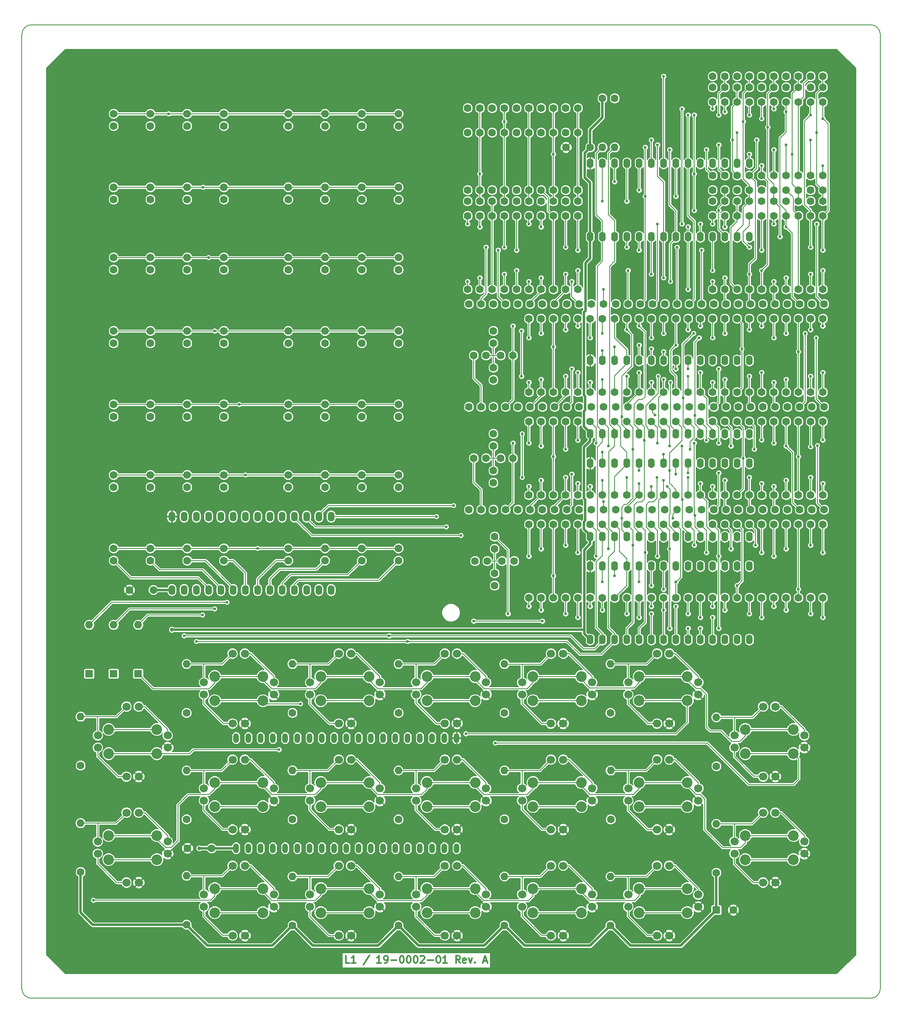
<source format=gtl>
%TF.GenerationSoftware,KiCad,Pcbnew,5.0.2-bee76a0~70~ubuntu18.10.1*%
%TF.CreationDate,2019-03-18T09:29:53+01:00*%
%TF.ProjectId,DesignData,44657369-676e-4446-9174-612e6b696361,rev?*%
%TF.SameCoordinates,PX73a20d0PYd2b6df0*%
%TF.FileFunction,Copper,L1,Top*%
%TF.FilePolarity,Positive*%
%FSLAX46Y46*%
G04 Gerber Fmt 4.6, Leading zero omitted, Abs format (unit mm)*
G04 Created by KiCad (PCBNEW 5.0.2-bee76a0~70~ubuntu18.10.1) date Mo 18 Mär 2019 09:29:53 CET*
%MOMM*%
%LPD*%
G01*
G04 APERTURE LIST*
%TA.AperFunction,NonConductor*%
%ADD10C,0.150000*%
%TD*%
%TA.AperFunction,NonConductor*%
%ADD11C,0.300000*%
%TD*%
%TA.AperFunction,ComponentPad*%
%ADD12C,2.200000*%
%TD*%
%TA.AperFunction,ComponentPad*%
%ADD13C,1.600000*%
%TD*%
%TA.AperFunction,ComponentPad*%
%ADD14O,1.600000X1.600000*%
%TD*%
%TA.AperFunction,ComponentPad*%
%ADD15C,1.700000*%
%TD*%
%TA.AperFunction,ComponentPad*%
%ADD16R,1.600000X1.600000*%
%TD*%
%TA.AperFunction,ComponentPad*%
%ADD17O,1.200000X2.000000*%
%TD*%
%TA.AperFunction,ComponentPad*%
%ADD18O,1.400000X2.000000*%
%TD*%
%TA.AperFunction,ViaPad*%
%ADD19C,0.600000*%
%TD*%
%TA.AperFunction,ViaPad*%
%ADD20C,0.800000*%
%TD*%
%TA.AperFunction,Conductor*%
%ADD21C,0.200000*%
%TD*%
%TA.AperFunction,Conductor*%
%ADD22C,0.500000*%
%TD*%
G04 APERTURE END LIST*
D10*
X178000000Y2000000D02*
G75*
G02X176000000Y0I-2000000J0D01*
G01*
X176000000Y202000000D02*
G75*
G02X178000000Y200000000I0J-2000000D01*
G01*
X0Y200000000D02*
G75*
G02X2000000Y202000000I2000000J0D01*
G01*
X2000000Y0D02*
G75*
G02X0Y2000000I0J2000000D01*
G01*
X0Y200000000D02*
X0Y2000000D01*
X176000000Y202000000D02*
X2000000Y202000000D01*
X178000000Y2000000D02*
X178000000Y200000000D01*
X2000000Y0D02*
X176000000Y0D01*
D11*
X67930857Y7322429D02*
X67216571Y7322429D01*
X67216571Y8822429D01*
X69216571Y7322429D02*
X68359428Y7322429D01*
X68788000Y7322429D02*
X68788000Y8822429D01*
X68645142Y8608143D01*
X68502285Y8465286D01*
X68359428Y8393858D01*
X72073714Y8893858D02*
X70788000Y6965286D01*
X74502285Y7322429D02*
X73645142Y7322429D01*
X74073714Y7322429D02*
X74073714Y8822429D01*
X73930857Y8608143D01*
X73788000Y8465286D01*
X73645142Y8393858D01*
X75216571Y7322429D02*
X75502285Y7322429D01*
X75645142Y7393858D01*
X75716571Y7465286D01*
X75859428Y7679572D01*
X75930857Y7965286D01*
X75930857Y8536715D01*
X75859428Y8679572D01*
X75788000Y8751000D01*
X75645142Y8822429D01*
X75359428Y8822429D01*
X75216571Y8751000D01*
X75145142Y8679572D01*
X75073714Y8536715D01*
X75073714Y8179572D01*
X75145142Y8036715D01*
X75216571Y7965286D01*
X75359428Y7893858D01*
X75645142Y7893858D01*
X75788000Y7965286D01*
X75859428Y8036715D01*
X75930857Y8179572D01*
X76573714Y7893858D02*
X77716571Y7893858D01*
X78716571Y8822429D02*
X78859428Y8822429D01*
X79002285Y8751000D01*
X79073714Y8679572D01*
X79145142Y8536715D01*
X79216571Y8251000D01*
X79216571Y7893858D01*
X79145142Y7608143D01*
X79073714Y7465286D01*
X79002285Y7393858D01*
X78859428Y7322429D01*
X78716571Y7322429D01*
X78573714Y7393858D01*
X78502285Y7465286D01*
X78430857Y7608143D01*
X78359428Y7893858D01*
X78359428Y8251000D01*
X78430857Y8536715D01*
X78502285Y8679572D01*
X78573714Y8751000D01*
X78716571Y8822429D01*
X80145142Y8822429D02*
X80288000Y8822429D01*
X80430857Y8751000D01*
X80502285Y8679572D01*
X80573714Y8536715D01*
X80645142Y8251000D01*
X80645142Y7893858D01*
X80573714Y7608143D01*
X80502285Y7465286D01*
X80430857Y7393858D01*
X80288000Y7322429D01*
X80145142Y7322429D01*
X80002285Y7393858D01*
X79930857Y7465286D01*
X79859428Y7608143D01*
X79788000Y7893858D01*
X79788000Y8251000D01*
X79859428Y8536715D01*
X79930857Y8679572D01*
X80002285Y8751000D01*
X80145142Y8822429D01*
X81573714Y8822429D02*
X81716571Y8822429D01*
X81859428Y8751000D01*
X81930857Y8679572D01*
X82002285Y8536715D01*
X82073714Y8251000D01*
X82073714Y7893858D01*
X82002285Y7608143D01*
X81930857Y7465286D01*
X81859428Y7393858D01*
X81716571Y7322429D01*
X81573714Y7322429D01*
X81430857Y7393858D01*
X81359428Y7465286D01*
X81288000Y7608143D01*
X81216571Y7893858D01*
X81216571Y8251000D01*
X81288000Y8536715D01*
X81359428Y8679572D01*
X81430857Y8751000D01*
X81573714Y8822429D01*
X82645142Y8679572D02*
X82716571Y8751000D01*
X82859428Y8822429D01*
X83216571Y8822429D01*
X83359428Y8751000D01*
X83430857Y8679572D01*
X83502285Y8536715D01*
X83502285Y8393858D01*
X83430857Y8179572D01*
X82573714Y7322429D01*
X83502285Y7322429D01*
X84145142Y7893858D02*
X85288000Y7893858D01*
X86288000Y8822429D02*
X86430857Y8822429D01*
X86573714Y8751000D01*
X86645142Y8679572D01*
X86716571Y8536715D01*
X86788000Y8251000D01*
X86788000Y7893858D01*
X86716571Y7608143D01*
X86645142Y7465286D01*
X86573714Y7393858D01*
X86430857Y7322429D01*
X86288000Y7322429D01*
X86145142Y7393858D01*
X86073714Y7465286D01*
X86002285Y7608143D01*
X85930857Y7893858D01*
X85930857Y8251000D01*
X86002285Y8536715D01*
X86073714Y8679572D01*
X86145142Y8751000D01*
X86288000Y8822429D01*
X88216571Y7322429D02*
X87359428Y7322429D01*
X87788000Y7322429D02*
X87788000Y8822429D01*
X87645142Y8608143D01*
X87502285Y8465286D01*
X87359428Y8393858D01*
X90859428Y7322429D02*
X90359428Y8036715D01*
X90002285Y7322429D02*
X90002285Y8822429D01*
X90573714Y8822429D01*
X90716571Y8751000D01*
X90788000Y8679572D01*
X90859428Y8536715D01*
X90859428Y8322429D01*
X90788000Y8179572D01*
X90716571Y8108143D01*
X90573714Y8036715D01*
X90002285Y8036715D01*
X92073714Y7393858D02*
X91930857Y7322429D01*
X91645142Y7322429D01*
X91502285Y7393858D01*
X91430857Y7536715D01*
X91430857Y8108143D01*
X91502285Y8251000D01*
X91645142Y8322429D01*
X91930857Y8322429D01*
X92073714Y8251000D01*
X92145142Y8108143D01*
X92145142Y7965286D01*
X91430857Y7822429D01*
X92645142Y8322429D02*
X93002285Y7322429D01*
X93359428Y8322429D01*
X93930857Y7465286D02*
X94002285Y7393858D01*
X93930857Y7322429D01*
X93859428Y7393858D01*
X93930857Y7465286D01*
X93930857Y7322429D01*
X95716571Y7751000D02*
X96430857Y7751000D01*
X95573714Y7322429D02*
X96073714Y8822429D01*
X96573714Y7322429D01*
D12*
%TO.P,SW23,1*%
%TO.N,/LED_Key_HT16K33/K8*%
X62000000Y39750000D03*
X72000000Y39750000D03*
%TO.P,SW23,2*%
%TO.N,/LED_Key_HT16K33/KS_2*%
X72000000Y44750000D03*
X62000000Y44750000D03*
%TD*%
%TO.P,SW35,2*%
%TO.N,/LED_Key_HT16K33/KS_3*%
X106000000Y22750000D03*
X116000000Y22750000D03*
%TO.P,SW35,1*%
%TO.N,/LED_Key_HT16K33/K10*%
X116000000Y17750000D03*
X106000000Y17750000D03*
%TD*%
%TO.P,SW34,1*%
%TO.N,/LED_Key_HT16K33/K9*%
X84000000Y17750000D03*
X94000000Y17750000D03*
%TO.P,SW34,2*%
%TO.N,/LED_Key_HT16K33/KS_3*%
X94000000Y22750000D03*
X84000000Y22750000D03*
%TD*%
%TO.P,SW33,2*%
%TO.N,/LED_Key_HT16K33/KS_3*%
X62000000Y22750000D03*
X72000000Y22750000D03*
%TO.P,SW33,1*%
%TO.N,/LED_Key_HT16K33/K8*%
X72000000Y17750000D03*
X62000000Y17750000D03*
%TD*%
%TO.P,SW32,1*%
%TO.N,/LED_Key_HT16K33/K7*%
X40000000Y17750000D03*
X50000000Y17750000D03*
%TO.P,SW32,2*%
%TO.N,/LED_Key_HT16K33/KS_3*%
X50000000Y22750000D03*
X40000000Y22750000D03*
%TD*%
%TO.P,SW27,2*%
%TO.N,/LED_Key_HT16K33/KS_2*%
X150000000Y33750000D03*
X160000000Y33750000D03*
%TO.P,SW27,1*%
%TO.N,/LED_Key_HT16K33/K12*%
X160000000Y28750000D03*
X150000000Y28750000D03*
%TD*%
%TO.P,SW26,1*%
%TO.N,/LED_Key_HT16K33/K11*%
X128000000Y39750000D03*
X138000000Y39750000D03*
%TO.P,SW26,2*%
%TO.N,/LED_Key_HT16K33/KS_2*%
X138000000Y44750000D03*
X128000000Y44750000D03*
%TD*%
%TO.P,SW25,2*%
%TO.N,/LED_Key_HT16K33/KS_2*%
X106000000Y44750000D03*
X116000000Y44750000D03*
%TO.P,SW25,1*%
%TO.N,/LED_Key_HT16K33/K10*%
X116000000Y39750000D03*
X106000000Y39750000D03*
%TD*%
%TO.P,SW24,1*%
%TO.N,/LED_Key_HT16K33/K9*%
X84000000Y39750000D03*
X94000000Y39750000D03*
%TO.P,SW24,2*%
%TO.N,/LED_Key_HT16K33/KS_2*%
X94000000Y44750000D03*
X84000000Y44750000D03*
%TD*%
%TO.P,SW22,2*%
%TO.N,/LED_Key_HT16K33/KS_2*%
X40000000Y44750000D03*
X50000000Y44750000D03*
%TO.P,SW22,1*%
%TO.N,/LED_Key_HT16K33/K7*%
X50000000Y39750000D03*
X40000000Y39750000D03*
%TD*%
%TO.P,SW21,1*%
%TO.N,/LED_Key_HT16K33/K6*%
X18000000Y28750000D03*
X28000000Y28750000D03*
%TO.P,SW21,2*%
%TO.N,/LED_Key_HT16K33/KS_2*%
X28000000Y33750000D03*
X18000000Y33750000D03*
%TD*%
%TO.P,SW17,2*%
%TO.N,/LED_Key_HT16K33/KS_1*%
X150000000Y55750000D03*
X160000000Y55750000D03*
%TO.P,SW17,1*%
%TO.N,/LED_Key_HT16K33/K12*%
X160000000Y50750000D03*
X150000000Y50750000D03*
%TD*%
%TO.P,SW16,1*%
%TO.N,/LED_Key_HT16K33/K11*%
X128000000Y61750000D03*
X138000000Y61750000D03*
%TO.P,SW16,2*%
%TO.N,/LED_Key_HT16K33/KS_1*%
X138000000Y66750000D03*
X128000000Y66750000D03*
%TD*%
%TO.P,SW15,2*%
%TO.N,/LED_Key_HT16K33/KS_1*%
X106000000Y66750000D03*
X116000000Y66750000D03*
%TO.P,SW15,1*%
%TO.N,/LED_Key_HT16K33/K10*%
X116000000Y61750000D03*
X106000000Y61750000D03*
%TD*%
%TO.P,SW14,1*%
%TO.N,/LED_Key_HT16K33/K9*%
X84000000Y61750000D03*
X94000000Y61750000D03*
%TO.P,SW14,2*%
%TO.N,/LED_Key_HT16K33/KS_1*%
X94000000Y66750000D03*
X84000000Y66750000D03*
%TD*%
%TO.P,SW13,2*%
%TO.N,/LED_Key_HT16K33/KS_1*%
X62000000Y66750000D03*
X72000000Y66750000D03*
%TO.P,SW13,1*%
%TO.N,/LED_Key_HT16K33/K8*%
X72000000Y61750000D03*
X62000000Y61750000D03*
%TD*%
%TO.P,SW12,1*%
%TO.N,/LED_Key_HT16K33/K7*%
X40000000Y61750000D03*
X50000000Y61750000D03*
%TO.P,SW12,2*%
%TO.N,/LED_Key_HT16K33/KS_1*%
X50000000Y66750000D03*
X40000000Y66750000D03*
%TD*%
%TO.P,SW11,2*%
%TO.N,/LED_Key_HT16K33/KS_1*%
X18000000Y55750000D03*
X28000000Y55750000D03*
%TO.P,SW11,1*%
%TO.N,/LED_Key_HT16K33/K6*%
X28000000Y50750000D03*
X18000000Y50750000D03*
%TD*%
%TO.P,SW36,1*%
%TO.N,/LED_Key_HT16K33/K11*%
X128000000Y17750000D03*
X138000000Y17750000D03*
%TO.P,SW36,2*%
%TO.N,/LED_Key_HT16K33/KS_3*%
X138000000Y22750000D03*
X128000000Y22750000D03*
%TD*%
D13*
%TO.P,R811,1*%
%TO.N,VCC*%
X34163000Y15240000D03*
D14*
%TO.P,R811,2*%
%TO.N,Net-(D811-Pad2)*%
X34163000Y25400000D03*
%TD*%
%TO.P,R821,2*%
%TO.N,Net-(D821-Pad2)*%
X56134000Y25273000D03*
D13*
%TO.P,R821,1*%
%TO.N,VCC*%
X56134000Y15113000D03*
%TD*%
%TO.P,R831,1*%
%TO.N,VCC*%
X78105000Y15113000D03*
D14*
%TO.P,R831,2*%
%TO.N,Net-(D831-Pad2)*%
X78105000Y25273000D03*
%TD*%
%TO.P,R841,2*%
%TO.N,Net-(D841-Pad2)*%
X100076000Y25273000D03*
D13*
%TO.P,R841,1*%
%TO.N,VCC*%
X100076000Y15113000D03*
%TD*%
%TO.P,R851,1*%
%TO.N,VCC*%
X122047000Y15113000D03*
D14*
%TO.P,R851,2*%
%TO.N,Net-(D851-Pad2)*%
X122047000Y25273000D03*
%TD*%
D15*
%TO.P,D834,1*%
%TO.N,GND*%
X90250000Y13000000D03*
%TO.P,D834,2*%
%TO.N,Net-(D833-Pad1)*%
X87710000Y13000000D03*
%TD*%
%TO.P,D811,2*%
%TO.N,Net-(D811-Pad2)*%
X43710000Y27500000D03*
%TO.P,D811,1*%
%TO.N,Net-(D811-Pad1)*%
X46250000Y27500000D03*
%TD*%
%TO.P,D814,1*%
%TO.N,GND*%
X46250000Y13000000D03*
%TO.P,D814,2*%
%TO.N,Net-(D813-Pad1)*%
X43710000Y13000000D03*
%TD*%
%TO.P,D821,2*%
%TO.N,Net-(D821-Pad2)*%
X65710000Y27500000D03*
%TO.P,D821,1*%
%TO.N,Net-(D821-Pad1)*%
X68250000Y27500000D03*
%TD*%
%TO.P,D822,1*%
%TO.N,GND*%
X74250000Y19000000D03*
%TO.P,D822,2*%
%TO.N,Net-(D821-Pad1)*%
X74250000Y21540000D03*
%TD*%
%TO.P,D823,2*%
%TO.N,Net-(D821-Pad2)*%
X59750000Y21540000D03*
%TO.P,D823,1*%
%TO.N,Net-(D823-Pad1)*%
X59750000Y19000000D03*
%TD*%
%TO.P,D824,1*%
%TO.N,GND*%
X68250000Y13000000D03*
%TO.P,D824,2*%
%TO.N,Net-(D823-Pad1)*%
X65710000Y13000000D03*
%TD*%
%TO.P,D831,2*%
%TO.N,Net-(D831-Pad2)*%
X87710000Y27500000D03*
%TO.P,D831,1*%
%TO.N,Net-(D831-Pad1)*%
X90250000Y27500000D03*
%TD*%
%TO.P,D832,1*%
%TO.N,GND*%
X96250000Y19000000D03*
%TO.P,D832,2*%
%TO.N,Net-(D831-Pad1)*%
X96250000Y21540000D03*
%TD*%
%TO.P,D833,2*%
%TO.N,Net-(D831-Pad2)*%
X81750000Y21540000D03*
%TO.P,D833,1*%
%TO.N,Net-(D833-Pad1)*%
X81750000Y19000000D03*
%TD*%
%TO.P,D812,1*%
%TO.N,GND*%
X52250000Y19000000D03*
%TO.P,D812,2*%
%TO.N,Net-(D811-Pad1)*%
X52250000Y21540000D03*
%TD*%
%TO.P,D841,2*%
%TO.N,Net-(D841-Pad2)*%
X109710000Y27500000D03*
%TO.P,D841,1*%
%TO.N,Net-(D841-Pad1)*%
X112250000Y27500000D03*
%TD*%
%TO.P,D842,1*%
%TO.N,GND*%
X118250000Y19000000D03*
%TO.P,D842,2*%
%TO.N,Net-(D841-Pad1)*%
X118250000Y21540000D03*
%TD*%
%TO.P,D843,2*%
%TO.N,Net-(D841-Pad2)*%
X103750000Y21540000D03*
%TO.P,D843,1*%
%TO.N,Net-(D843-Pad1)*%
X103750000Y19000000D03*
%TD*%
%TO.P,D844,1*%
%TO.N,GND*%
X112250000Y13000000D03*
%TO.P,D844,2*%
%TO.N,Net-(D843-Pad1)*%
X109710000Y13000000D03*
%TD*%
%TO.P,D851,2*%
%TO.N,Net-(D851-Pad2)*%
X131700000Y27500000D03*
%TO.P,D851,1*%
%TO.N,Net-(D851-Pad1)*%
X134240000Y27500000D03*
%TD*%
%TO.P,D852,1*%
%TO.N,GND*%
X140250000Y18960000D03*
%TO.P,D852,2*%
%TO.N,Net-(D851-Pad1)*%
X140250000Y21500000D03*
%TD*%
%TO.P,D853,2*%
%TO.N,Net-(D851-Pad2)*%
X125750000Y21540000D03*
%TO.P,D853,1*%
%TO.N,Net-(D853-Pad1)*%
X125750000Y19000000D03*
%TD*%
%TO.P,D813,1*%
%TO.N,Net-(D813-Pad1)*%
X37750000Y19000000D03*
%TO.P,D813,2*%
%TO.N,Net-(D811-Pad2)*%
X37750000Y21540000D03*
%TD*%
%TO.P,D854,2*%
%TO.N,Net-(D853-Pad1)*%
X131710000Y13000000D03*
%TO.P,D854,1*%
%TO.N,GND*%
X134250000Y13000000D03*
%TD*%
D14*
%TO.P,R701,2*%
%TO.N,Net-(D701-Pad2)*%
X12192000Y36322000D03*
D13*
%TO.P,R701,1*%
%TO.N,VCC*%
X12192000Y26162000D03*
%TD*%
%TO.P,R761,1*%
%TO.N,VCC*%
X144018000Y26035000D03*
D14*
%TO.P,R761,2*%
%TO.N,Net-(D761-Pad2)*%
X144018000Y36195000D03*
%TD*%
%TO.P,R751,2*%
%TO.N,Net-(D751-Pad2)*%
X122100000Y47244000D03*
D13*
%TO.P,R751,1*%
%TO.N,VCC*%
X122100000Y37084000D03*
%TD*%
%TO.P,R741,1*%
%TO.N,VCC*%
X100076000Y37084000D03*
D14*
%TO.P,R741,2*%
%TO.N,Net-(D741-Pad2)*%
X100076000Y47244000D03*
%TD*%
%TO.P,R731,2*%
%TO.N,Net-(D731-Pad2)*%
X78105000Y47260000D03*
D13*
%TO.P,R731,1*%
%TO.N,VCC*%
X78105000Y37100000D03*
%TD*%
%TO.P,R721,1*%
%TO.N,VCC*%
X56134000Y37084000D03*
D14*
%TO.P,R721,2*%
%TO.N,Net-(D721-Pad2)*%
X56134000Y47244000D03*
%TD*%
%TO.P,R711,2*%
%TO.N,Net-(D711-Pad2)*%
X34163000Y47244000D03*
D13*
%TO.P,R711,1*%
%TO.N,VCC*%
X34163000Y37084000D03*
%TD*%
%TO.P,R661,1*%
%TO.N,VCC*%
X144018000Y48133000D03*
D14*
%TO.P,R661,2*%
%TO.N,Net-(D661-Pad2)*%
X144018000Y58293000D03*
%TD*%
D15*
%TO.P,D764,1*%
%TO.N,GND*%
X156250000Y24000000D03*
%TO.P,D764,2*%
%TO.N,Net-(D763-Pad1)*%
X153710000Y24000000D03*
%TD*%
%TO.P,D712,2*%
%TO.N,Net-(D711-Pad1)*%
X52250000Y43540000D03*
%TO.P,D712,1*%
%TO.N,GND*%
X52250000Y41000000D03*
%TD*%
%TO.P,D713,1*%
%TO.N,Net-(D713-Pad1)*%
X37750000Y41000000D03*
%TO.P,D713,2*%
%TO.N,Net-(D711-Pad2)*%
X37750000Y43540000D03*
%TD*%
%TO.P,D714,2*%
%TO.N,Net-(D713-Pad1)*%
X43710000Y35000000D03*
%TO.P,D714,1*%
%TO.N,GND*%
X46250000Y35000000D03*
%TD*%
%TO.P,D721,1*%
%TO.N,Net-(D721-Pad1)*%
X68250000Y49500000D03*
%TO.P,D721,2*%
%TO.N,Net-(D721-Pad2)*%
X65710000Y49500000D03*
%TD*%
%TO.P,D722,2*%
%TO.N,Net-(D721-Pad1)*%
X74250000Y43540000D03*
%TO.P,D722,1*%
%TO.N,GND*%
X74250000Y41000000D03*
%TD*%
%TO.P,D723,1*%
%TO.N,Net-(D723-Pad1)*%
X59750000Y41010000D03*
%TO.P,D723,2*%
%TO.N,Net-(D721-Pad2)*%
X59750000Y43550000D03*
%TD*%
%TO.P,D724,2*%
%TO.N,Net-(D723-Pad1)*%
X65710000Y35000000D03*
%TO.P,D724,1*%
%TO.N,GND*%
X68250000Y35000000D03*
%TD*%
%TO.P,D731,1*%
%TO.N,Net-(D731-Pad1)*%
X90250000Y49500000D03*
%TO.P,D731,2*%
%TO.N,Net-(D731-Pad2)*%
X87710000Y49500000D03*
%TD*%
%TO.P,D732,2*%
%TO.N,Net-(D731-Pad1)*%
X96250000Y43540000D03*
%TO.P,D732,1*%
%TO.N,GND*%
X96250000Y41000000D03*
%TD*%
%TO.P,D733,1*%
%TO.N,Net-(D733-Pad1)*%
X81750000Y41000000D03*
%TO.P,D733,2*%
%TO.N,Net-(D731-Pad2)*%
X81750000Y43540000D03*
%TD*%
%TO.P,D662,2*%
%TO.N,Net-(D661-Pad1)*%
X162250000Y54540000D03*
%TO.P,D662,1*%
%TO.N,GND*%
X162250000Y52000000D03*
%TD*%
%TO.P,D663,1*%
%TO.N,Net-(D663-Pad1)*%
X147750000Y52000000D03*
%TO.P,D663,2*%
%TO.N,Net-(D661-Pad2)*%
X147750000Y54540000D03*
%TD*%
%TO.P,D763,2*%
%TO.N,Net-(D761-Pad2)*%
X147750000Y32540000D03*
%TO.P,D763,1*%
%TO.N,Net-(D763-Pad1)*%
X147750000Y30000000D03*
%TD*%
%TO.P,D762,1*%
%TO.N,GND*%
X162250000Y30000000D03*
%TO.P,D762,2*%
%TO.N,Net-(D761-Pad1)*%
X162250000Y32540000D03*
%TD*%
%TO.P,D761,2*%
%TO.N,Net-(D761-Pad2)*%
X153710000Y38500000D03*
%TO.P,D761,1*%
%TO.N,Net-(D761-Pad1)*%
X156250000Y38500000D03*
%TD*%
%TO.P,D754,1*%
%TO.N,GND*%
X134250000Y35000000D03*
%TO.P,D754,2*%
%TO.N,Net-(D753-Pad1)*%
X131710000Y35000000D03*
%TD*%
%TO.P,D753,2*%
%TO.N,Net-(D751-Pad2)*%
X125750000Y43540000D03*
%TO.P,D753,1*%
%TO.N,Net-(D753-Pad1)*%
X125750000Y41000000D03*
%TD*%
%TO.P,D711,1*%
%TO.N,Net-(D711-Pad1)*%
X46250000Y49500000D03*
%TO.P,D711,2*%
%TO.N,Net-(D711-Pad2)*%
X43710000Y49500000D03*
%TD*%
%TO.P,D741,2*%
%TO.N,Net-(D741-Pad2)*%
X109710000Y49500000D03*
%TO.P,D741,1*%
%TO.N,Net-(D741-Pad1)*%
X112250000Y49500000D03*
%TD*%
%TO.P,D742,1*%
%TO.N,GND*%
X118250000Y41000000D03*
%TO.P,D742,2*%
%TO.N,Net-(D741-Pad1)*%
X118250000Y43540000D03*
%TD*%
%TO.P,D734,2*%
%TO.N,Net-(D733-Pad1)*%
X87710000Y35000000D03*
%TO.P,D734,1*%
%TO.N,GND*%
X90250000Y35000000D03*
%TD*%
%TO.P,D744,1*%
%TO.N,GND*%
X112250000Y35000000D03*
%TO.P,D744,2*%
%TO.N,Net-(D743-Pad1)*%
X109710000Y35000000D03*
%TD*%
%TO.P,D704,2*%
%TO.N,Net-(D703-Pad1)*%
X21710000Y24000000D03*
%TO.P,D704,1*%
%TO.N,GND*%
X24250000Y24000000D03*
%TD*%
%TO.P,D752,1*%
%TO.N,GND*%
X140250000Y41000000D03*
%TO.P,D752,2*%
%TO.N,Net-(D751-Pad1)*%
X140250000Y43540000D03*
%TD*%
%TO.P,D751,2*%
%TO.N,Net-(D751-Pad2)*%
X131710000Y49500000D03*
%TO.P,D751,1*%
%TO.N,Net-(D751-Pad1)*%
X134250000Y49500000D03*
%TD*%
%TO.P,D743,1*%
%TO.N,Net-(D743-Pad1)*%
X103750000Y41000000D03*
%TO.P,D743,2*%
%TO.N,Net-(D741-Pad2)*%
X103750000Y43540000D03*
%TD*%
%TO.P,D661,2*%
%TO.N,Net-(D661-Pad2)*%
X153710000Y60500000D03*
%TO.P,D661,1*%
%TO.N,Net-(D661-Pad1)*%
X156250000Y60500000D03*
%TD*%
%TO.P,D702,1*%
%TO.N,GND*%
X30250000Y30000000D03*
%TO.P,D702,2*%
%TO.N,Net-(D701-Pad1)*%
X30250000Y32540000D03*
%TD*%
%TO.P,D701,2*%
%TO.N,Net-(D701-Pad2)*%
X21710000Y38500000D03*
%TO.P,D701,1*%
%TO.N,Net-(D701-Pad1)*%
X24250000Y38500000D03*
%TD*%
%TO.P,D664,1*%
%TO.N,GND*%
X156250000Y46000000D03*
%TO.P,D664,2*%
%TO.N,Net-(D663-Pad1)*%
X153710000Y46000000D03*
%TD*%
%TO.P,D703,2*%
%TO.N,Net-(D701-Pad2)*%
X15750000Y32540000D03*
%TO.P,D703,1*%
%TO.N,Net-(D703-Pad1)*%
X15750000Y30000000D03*
%TD*%
%TO.P,D604,1*%
%TO.N,GND*%
X24240000Y46000000D03*
%TO.P,D604,2*%
%TO.N,Net-(D603-Pad1)*%
X21700000Y46000000D03*
%TD*%
%TO.P,D602,1*%
%TO.N,GND*%
X30250000Y52000000D03*
%TO.P,D602,2*%
%TO.N,Net-(D601-Pad1)*%
X30250000Y54540000D03*
%TD*%
%TO.P,D601,1*%
%TO.N,Net-(D601-Pad1)*%
X24250000Y60500000D03*
%TO.P,D601,2*%
%TO.N,Net-(D601-Pad2)*%
X21710000Y60500000D03*
%TD*%
%TO.P,D633,1*%
%TO.N,Net-(D633-Pad1)*%
X81750000Y63000000D03*
%TO.P,D633,2*%
%TO.N,Net-(D631-Pad2)*%
X81750000Y65540000D03*
%TD*%
%TO.P,D641,1*%
%TO.N,Net-(D641-Pad1)*%
X112250000Y71500000D03*
%TO.P,D641,2*%
%TO.N,Net-(D641-Pad2)*%
X109710000Y71500000D03*
%TD*%
%TO.P,D643,1*%
%TO.N,Net-(D643-Pad1)*%
X103750000Y63000000D03*
%TO.P,D643,2*%
%TO.N,Net-(D641-Pad2)*%
X103750000Y65540000D03*
%TD*%
%TO.P,D644,1*%
%TO.N,GND*%
X112240000Y57000000D03*
%TO.P,D644,2*%
%TO.N,Net-(D643-Pad1)*%
X109700000Y57000000D03*
%TD*%
%TO.P,D651,1*%
%TO.N,Net-(D651-Pad1)*%
X134250000Y71500000D03*
%TO.P,D651,2*%
%TO.N,Net-(D651-Pad2)*%
X131710000Y71500000D03*
%TD*%
%TO.P,D652,1*%
%TO.N,GND*%
X140250000Y63000000D03*
%TO.P,D652,2*%
%TO.N,Net-(D651-Pad1)*%
X140250000Y65540000D03*
%TD*%
%TO.P,D653,1*%
%TO.N,Net-(D653-Pad1)*%
X125750000Y63000000D03*
%TO.P,D653,2*%
%TO.N,Net-(D651-Pad2)*%
X125750000Y65540000D03*
%TD*%
%TO.P,D654,1*%
%TO.N,GND*%
X134250000Y57000000D03*
%TO.P,D654,2*%
%TO.N,Net-(D653-Pad1)*%
X131710000Y57000000D03*
%TD*%
%TO.P,D603,1*%
%TO.N,Net-(D603-Pad1)*%
X15750000Y52000000D03*
%TO.P,D603,2*%
%TO.N,Net-(D601-Pad2)*%
X15750000Y54540000D03*
%TD*%
%TO.P,D634,1*%
%TO.N,GND*%
X90250000Y57000000D03*
%TO.P,D634,2*%
%TO.N,Net-(D633-Pad1)*%
X87710000Y57000000D03*
%TD*%
%TO.P,D632,1*%
%TO.N,GND*%
X96250000Y63000000D03*
%TO.P,D632,2*%
%TO.N,Net-(D631-Pad1)*%
X96250000Y65540000D03*
%TD*%
%TO.P,D631,1*%
%TO.N,Net-(D631-Pad1)*%
X90250000Y71500000D03*
%TO.P,D631,2*%
%TO.N,Net-(D631-Pad2)*%
X87710000Y71500000D03*
%TD*%
%TO.P,D624,1*%
%TO.N,GND*%
X68250000Y57000000D03*
%TO.P,D624,2*%
%TO.N,Net-(D623-Pad1)*%
X65710000Y57000000D03*
%TD*%
%TO.P,D623,1*%
%TO.N,Net-(D623-Pad1)*%
X59750000Y63000000D03*
%TO.P,D623,2*%
%TO.N,Net-(D621-Pad2)*%
X59750000Y65540000D03*
%TD*%
%TO.P,D622,1*%
%TO.N,GND*%
X74250000Y63000000D03*
%TO.P,D622,2*%
%TO.N,Net-(D621-Pad1)*%
X74250000Y65540000D03*
%TD*%
%TO.P,D642,1*%
%TO.N,GND*%
X118250000Y63000000D03*
%TO.P,D642,2*%
%TO.N,Net-(D641-Pad1)*%
X118250000Y65540000D03*
%TD*%
%TO.P,D621,1*%
%TO.N,Net-(D621-Pad1)*%
X68250000Y71500000D03*
%TO.P,D621,2*%
%TO.N,Net-(D621-Pad2)*%
X65710000Y71500000D03*
%TD*%
%TO.P,D614,1*%
%TO.N,GND*%
X46250000Y57000000D03*
%TO.P,D614,2*%
%TO.N,Net-(D613-Pad1)*%
X43710000Y57000000D03*
%TD*%
%TO.P,D613,1*%
%TO.N,Net-(D613-Pad1)*%
X37750000Y63000000D03*
%TO.P,D613,2*%
%TO.N,Net-(D611-Pad2)*%
X37750000Y65540000D03*
%TD*%
%TO.P,D612,1*%
%TO.N,GND*%
X52250000Y63000000D03*
%TO.P,D612,2*%
%TO.N,Net-(D611-Pad1)*%
X52250000Y65540000D03*
%TD*%
%TO.P,D611,1*%
%TO.N,Net-(D611-Pad1)*%
X46250000Y71500000D03*
%TO.P,D611,2*%
%TO.N,Net-(D611-Pad2)*%
X43710000Y71500000D03*
%TD*%
D13*
%TO.P,R611,1*%
%TO.N,VCC*%
X34163000Y59182000D03*
D14*
%TO.P,R611,2*%
%TO.N,Net-(D611-Pad2)*%
X34163000Y69342000D03*
%TD*%
%TO.P,R631,2*%
%TO.N,Net-(D631-Pad2)*%
X78105000Y69342000D03*
D13*
%TO.P,R631,1*%
%TO.N,VCC*%
X78105000Y59182000D03*
%TD*%
%TO.P,R641,1*%
%TO.N,VCC*%
X100076000Y59182000D03*
D14*
%TO.P,R641,2*%
%TO.N,Net-(D641-Pad2)*%
X100076000Y69342000D03*
%TD*%
%TO.P,R651,2*%
%TO.N,Net-(D651-Pad2)*%
X122047000Y69342000D03*
D13*
%TO.P,R651,1*%
%TO.N,VCC*%
X122047000Y59182000D03*
%TD*%
%TO.P,R621,1*%
%TO.N,VCC*%
X56134000Y59182000D03*
D14*
%TO.P,R621,2*%
%TO.N,Net-(D621-Pad2)*%
X56134000Y69342000D03*
%TD*%
D13*
%TO.P,R601,1*%
%TO.N,VCC*%
X12192000Y48260000D03*
D14*
%TO.P,R601,2*%
%TO.N,Net-(D601-Pad2)*%
X12192000Y58420000D03*
%TD*%
D13*
%TO.P,D561,2*%
%TO.N,/Display_HT16K33_4/LED_1*%
X94996000Y179578000D03*
%TO.P,D561,1*%
%TO.N,/Display_HT16K33_4/COM_6*%
X92456000Y179578000D03*
%TD*%
%TO.P,D562,1*%
%TO.N,/Display_HT16K33_4/COM_6*%
X97536000Y179578000D03*
%TO.P,D562,2*%
%TO.N,/Display_HT16K33_4/LED_2*%
X100076000Y179578000D03*
%TD*%
%TO.P,D563,2*%
%TO.N,/Display_HT16K33_4/LED_3*%
X105156000Y179578000D03*
%TO.P,D563,1*%
%TO.N,/Display_HT16K33_4/COM_6*%
X102616000Y179578000D03*
%TD*%
%TO.P,D564,1*%
%TO.N,/Display_HT16K33_4/COM_6*%
X107696000Y179578000D03*
%TO.P,D564,2*%
%TO.N,/Display_HT16K33_4/LED_4*%
X110236000Y179578000D03*
%TD*%
%TO.P,D565,2*%
%TO.N,/Display_HT16K33_4/LED_5*%
X115316000Y179578000D03*
%TO.P,D565,1*%
%TO.N,/Display_HT16K33_4/COM_6*%
X112776000Y179578000D03*
%TD*%
%TO.P,D571,1*%
%TO.N,/Display_HT16K33_4/COM_7*%
X92456000Y184658000D03*
%TO.P,D571,2*%
%TO.N,/Display_HT16K33_4/LED_1*%
X94996000Y184658000D03*
%TD*%
%TO.P,D572,2*%
%TO.N,/Display_HT16K33_4/LED_2*%
X100076000Y184658000D03*
%TO.P,D572,1*%
%TO.N,/Display_HT16K33_4/COM_7*%
X97536000Y184658000D03*
%TD*%
%TO.P,D573,1*%
%TO.N,/Display_HT16K33_4/COM_7*%
X102616000Y184658000D03*
%TO.P,D573,2*%
%TO.N,/Display_HT16K33_4/LED_3*%
X105156000Y184658000D03*
%TD*%
%TO.P,D574,2*%
%TO.N,/Display_HT16K33_4/LED_4*%
X110236000Y184658000D03*
%TO.P,D574,1*%
%TO.N,/Display_HT16K33_4/COM_7*%
X107696000Y184658000D03*
%TD*%
%TO.P,D575,1*%
%TO.N,/Display_HT16K33_4/COM_7*%
X112776000Y184658000D03*
%TO.P,D575,2*%
%TO.N,/Display_HT16K33_4/LED_5*%
X115316000Y184658000D03*
%TD*%
D14*
%TO.P,R1,2*%
%TO.N,SDA*%
X120396000Y176530000D03*
D13*
%TO.P,R1,1*%
%TO.N,VCC*%
X120396000Y186690000D03*
%TD*%
%TO.P,R2,1*%
%TO.N,VCC*%
X122936000Y186690000D03*
D14*
%TO.P,R2,2*%
%TO.N,SCL*%
X122936000Y176530000D03*
%TD*%
D16*
%TO.P,C1,1*%
%TO.N,VCC*%
X144018000Y18288000D03*
D13*
%TO.P,C1,2*%
%TO.N,GND*%
X147518000Y18288000D03*
%TD*%
%TO.P,C12,1*%
%TO.N,VCC*%
X27305000Y84709000D03*
%TO.P,C12,2*%
%TO.N,GND*%
X22305000Y84709000D03*
%TD*%
%TO.P,C13,2*%
%TO.N,GND*%
X112856000Y176530000D03*
%TO.P,C13,1*%
%TO.N,VCC*%
X117856000Y176530000D03*
%TD*%
%TO.P,C11,1*%
%TO.N,VCC*%
X39370000Y31115000D03*
%TO.P,C11,2*%
%TO.N,GND*%
X34370000Y31115000D03*
%TD*%
D16*
%TO.P,D2,1*%
%TO.N,/LED_Key_HT16K33/KS_2*%
X19050000Y67310000D03*
D14*
%TO.P,D2,2*%
%TO.N,/LED_Key_HT16K33/COM_2*%
X19050000Y77470000D03*
%TD*%
D17*
%TO.P,U1,38*%
%TO.N,GND*%
X90170000Y53975000D03*
%TO.P,U1,1*%
%TO.N,Net-(U1-Pad1)*%
X90170000Y31115000D03*
%TO.P,U1,37*%
%TO.N,Net-(U1-Pad37)*%
X87630000Y53975000D03*
%TO.P,U1,2*%
%TO.N,Net-(U1-Pad2)*%
X87630000Y31115000D03*
%TO.P,U1,36*%
%TO.N,SCL*%
X85090000Y53975000D03*
%TO.P,U1,3*%
%TO.N,Net-(U1-Pad3)*%
X85090000Y31115000D03*
%TO.P,U1,35*%
%TO.N,Net-(U1-Pad35)*%
X82550000Y53975000D03*
%TO.P,U1,4*%
%TO.N,Net-(U1-Pad4)*%
X82550000Y31115000D03*
%TO.P,U1,34*%
%TO.N,Net-(U1-Pad34)*%
X80010000Y53975000D03*
%TO.P,U1,5*%
%TO.N,Net-(U1-Pad5)*%
X80010000Y31115000D03*
%TO.P,U1,33*%
%TO.N,SDA*%
X77470000Y53975000D03*
%TO.P,U1,6*%
%TO.N,Net-(U1-Pad6)*%
X77470000Y31115000D03*
%TO.P,U1,32*%
%TO.N,Net-(U1-Pad32)*%
X74930000Y53975000D03*
%TO.P,U1,7*%
%TO.N,Net-(U1-Pad7)*%
X74930000Y31115000D03*
%TO.P,U1,31*%
%TO.N,Net-(U1-Pad31)*%
X72390000Y53975000D03*
%TO.P,U1,8*%
%TO.N,Net-(U1-Pad8)*%
X72390000Y31115000D03*
%TO.P,U1,30*%
%TO.N,Net-(U1-Pad30)*%
X69850000Y53975000D03*
%TO.P,U1,9*%
%TO.N,Net-(U1-Pad9)*%
X69850000Y31115000D03*
%TO.P,U1,29*%
%TO.N,Net-(U1-Pad29)*%
X67310000Y53975000D03*
%TO.P,U1,10*%
%TO.N,Net-(U1-Pad10)*%
X67310000Y31115000D03*
%TO.P,U1,28*%
%TO.N,Net-(U1-Pad28)*%
X64770000Y53975000D03*
%TO.P,U1,11*%
%TO.N,Net-(U1-Pad11)*%
X64770000Y31115000D03*
%TO.P,U1,27*%
%TO.N,Net-(U1-Pad27)*%
X62230000Y53975000D03*
%TO.P,U1,12*%
%TO.N,Net-(U1-Pad12)*%
X62230000Y31115000D03*
%TO.P,U1,26*%
%TO.N,Net-(U1-Pad26)*%
X59690000Y53975000D03*
%TO.P,U1,13*%
%TO.N,Net-(U1-Pad13)*%
X59690000Y31115000D03*
%TO.P,U1,25*%
%TO.N,Net-(U1-Pad25)*%
X57150000Y53975000D03*
%TO.P,U1,14*%
%TO.N,Net-(U1-Pad14)*%
X57150000Y31115000D03*
%TO.P,U1,24*%
%TO.N,Net-(U1-Pad24)*%
X54610000Y53975000D03*
%TO.P,U1,15*%
%TO.N,Net-(U1-Pad15)*%
X54610000Y31115000D03*
%TO.P,U1,23*%
%TO.N,Net-(U1-Pad23)*%
X52070000Y53975000D03*
%TO.P,U1,16*%
%TO.N,Net-(U1-Pad16)*%
X52070000Y31115000D03*
%TO.P,U1,22*%
%TO.N,Net-(U1-Pad22)*%
X49530000Y53975000D03*
%TO.P,U1,17*%
%TO.N,Net-(U1-Pad17)*%
X49530000Y31115000D03*
%TO.P,U1,21*%
%TO.N,Net-(U1-Pad21)*%
X46990000Y53975000D03*
%TO.P,U1,18*%
%TO.N,Net-(U1-Pad18)*%
X46990000Y31115000D03*
%TO.P,U1,20*%
%TO.N,Net-(U1-Pad20)*%
X44450000Y53975000D03*
%TO.P,U1,19*%
%TO.N,VCC*%
X44450000Y31115000D03*
%TD*%
D13*
%TO.P,U401,10*%
%TO.N,/Display_HT16K33_4/Seg_G*%
X92456000Y162306000D03*
%TO.P,U401,9*%
%TO.N,/Display_HT16K33_4/Seg_F*%
X94996000Y162306000D03*
%TO.P,U401,8*%
%TO.N,/Display_HT16K33_4/COM_0*%
X97536000Y162306000D03*
%TO.P,U401,7*%
%TO.N,/Display_HT16K33_4/Seg_A*%
X100076000Y162306000D03*
%TO.P,U401,6*%
%TO.N,/Display_HT16K33_4/Seg_B*%
X102616000Y162306000D03*
%TO.P,U401,5*%
%TO.N,/Display_HT16K33_4/Seg_DP*%
X102616000Y147066000D03*
%TO.P,U401,4*%
%TO.N,/Display_HT16K33_4/Seg_C*%
X100076000Y147066000D03*
%TO.P,U401,3*%
%TO.N,/Display_HT16K33_4/COM_0*%
X97536000Y147066000D03*
%TO.P,U401,2*%
%TO.N,/Display_HT16K33_4/Seg_D*%
X94996000Y147066000D03*
%TO.P,U401,1*%
%TO.N,/Display_HT16K33_4/Seg_E*%
X92456000Y147066000D03*
%TD*%
%TO.P,U102,10*%
%TO.N,/Display_HT16K33_1/Seg_G*%
X117856000Y98298000D03*
%TO.P,U102,9*%
%TO.N,/Display_HT16K33_1/Seg_F*%
X120396000Y98298000D03*
%TO.P,U102,8*%
%TO.N,/Display_HT16K33_1/COM_2*%
X122936000Y98298000D03*
%TO.P,U102,7*%
%TO.N,/Display_HT16K33_1/Seg_A*%
X125476000Y98298000D03*
%TO.P,U102,6*%
%TO.N,/Display_HT16K33_1/Seg_B*%
X128016000Y98298000D03*
%TO.P,U102,5*%
%TO.N,/Display_HT16K33_1/Seg_DP*%
X128016000Y83058000D03*
%TO.P,U102,4*%
%TO.N,/Display_HT16K33_1/Seg_C*%
X125476000Y83058000D03*
%TO.P,U102,3*%
%TO.N,/Display_HT16K33_1/COM_2*%
X122936000Y83058000D03*
%TO.P,U102,2*%
%TO.N,/Display_HT16K33_1/Seg_D*%
X120396000Y83058000D03*
%TO.P,U102,1*%
%TO.N,/Display_HT16K33_1/Seg_E*%
X117856000Y83058000D03*
%TD*%
%TO.P,U103,10*%
%TO.N,/Display_HT16K33_1/Seg_G*%
X130556000Y98298000D03*
%TO.P,U103,9*%
%TO.N,/Display_HT16K33_1/Seg_F*%
X133096000Y98298000D03*
%TO.P,U103,8*%
%TO.N,/Display_HT16K33_1/COM_3*%
X135636000Y98298000D03*
%TO.P,U103,7*%
%TO.N,/Display_HT16K33_1/Seg_A*%
X138176000Y98298000D03*
%TO.P,U103,6*%
%TO.N,/Display_HT16K33_1/Seg_B*%
X140716000Y98298000D03*
%TO.P,U103,5*%
%TO.N,/Display_HT16K33_1/Seg_DP*%
X140716000Y83058000D03*
%TO.P,U103,4*%
%TO.N,/Display_HT16K33_1/Seg_C*%
X138176000Y83058000D03*
%TO.P,U103,3*%
%TO.N,/Display_HT16K33_1/COM_3*%
X135636000Y83058000D03*
%TO.P,U103,2*%
%TO.N,/Display_HT16K33_1/Seg_D*%
X133096000Y83058000D03*
%TO.P,U103,1*%
%TO.N,/Display_HT16K33_1/Seg_E*%
X130556000Y83058000D03*
%TD*%
%TO.P,U104,10*%
%TO.N,/Display_HT16K33_1/Seg_G*%
X143256000Y98298000D03*
%TO.P,U104,9*%
%TO.N,/Display_HT16K33_1/Seg_F*%
X145796000Y98298000D03*
%TO.P,U104,8*%
%TO.N,/Display_HT16K33_1/COM_4*%
X148336000Y98298000D03*
%TO.P,U104,7*%
%TO.N,/Display_HT16K33_1/Seg_A*%
X150876000Y98298000D03*
%TO.P,U104,6*%
%TO.N,/Display_HT16K33_1/Seg_B*%
X153416000Y98298000D03*
%TO.P,U104,5*%
%TO.N,/Display_HT16K33_1/Seg_DP*%
X153416000Y83058000D03*
%TO.P,U104,4*%
%TO.N,/Display_HT16K33_1/Seg_C*%
X150876000Y83058000D03*
%TO.P,U104,3*%
%TO.N,/Display_HT16K33_1/COM_4*%
X148336000Y83058000D03*
%TO.P,U104,2*%
%TO.N,/Display_HT16K33_1/Seg_D*%
X145796000Y83058000D03*
%TO.P,U104,1*%
%TO.N,/Display_HT16K33_1/Seg_E*%
X143256000Y83058000D03*
%TD*%
%TO.P,U105,10*%
%TO.N,/Display_HT16K33_1/Seg_G*%
X155956000Y98298000D03*
%TO.P,U105,9*%
%TO.N,/Display_HT16K33_1/Seg_F*%
X158496000Y98298000D03*
%TO.P,U105,8*%
%TO.N,/Display_HT16K33_1/COM_5*%
X161036000Y98298000D03*
%TO.P,U105,7*%
%TO.N,/Display_HT16K33_1/Seg_A*%
X163576000Y98298000D03*
%TO.P,U105,6*%
%TO.N,/Display_HT16K33_1/Seg_B*%
X166116000Y98298000D03*
%TO.P,U105,5*%
%TO.N,/Display_HT16K33_1/Seg_DP*%
X166116000Y83058000D03*
%TO.P,U105,4*%
%TO.N,/Display_HT16K33_1/Seg_C*%
X163576000Y83058000D03*
%TO.P,U105,3*%
%TO.N,/Display_HT16K33_1/COM_5*%
X161036000Y83058000D03*
%TO.P,U105,2*%
%TO.N,/Display_HT16K33_1/Seg_D*%
X158496000Y83058000D03*
%TO.P,U105,1*%
%TO.N,/Display_HT16K33_1/Seg_E*%
X155956000Y83058000D03*
%TD*%
%TO.P,U201,10*%
%TO.N,/Display_HT16K33_2/Seg_G*%
X105156000Y119634000D03*
%TO.P,U201,9*%
%TO.N,/Display_HT16K33_2/Seg_F*%
X107696000Y119634000D03*
%TO.P,U201,8*%
%TO.N,/Display_HT16K33_2/COM_1*%
X110236000Y119634000D03*
%TO.P,U201,7*%
%TO.N,/Display_HT16K33_2/Seg_A*%
X112776000Y119634000D03*
%TO.P,U201,6*%
%TO.N,/Display_HT16K33_2/Seg_B*%
X115316000Y119634000D03*
%TO.P,U201,5*%
%TO.N,/Display_HT16K33_2/Seg_DP*%
X115316000Y104394000D03*
%TO.P,U201,4*%
%TO.N,/Display_HT16K33_2/Seg_C*%
X112776000Y104394000D03*
%TO.P,U201,3*%
%TO.N,/Display_HT16K33_2/COM_1*%
X110236000Y104394000D03*
%TO.P,U201,2*%
%TO.N,/Display_HT16K33_2/Seg_D*%
X107696000Y104394000D03*
%TO.P,U201,1*%
%TO.N,/Display_HT16K33_2/Seg_E*%
X105156000Y104394000D03*
%TD*%
%TO.P,U202,10*%
%TO.N,/Display_HT16K33_2/Seg_G*%
X117856000Y119634000D03*
%TO.P,U202,9*%
%TO.N,/Display_HT16K33_2/Seg_F*%
X120396000Y119634000D03*
%TO.P,U202,8*%
%TO.N,/Display_HT16K33_2/COM_2*%
X122936000Y119634000D03*
%TO.P,U202,7*%
%TO.N,/Display_HT16K33_2/Seg_A*%
X125476000Y119634000D03*
%TO.P,U202,6*%
%TO.N,/Display_HT16K33_2/Seg_B*%
X128016000Y119634000D03*
%TO.P,U202,5*%
%TO.N,/Display_HT16K33_2/Seg_DP*%
X128016000Y104394000D03*
%TO.P,U202,4*%
%TO.N,/Display_HT16K33_2/Seg_C*%
X125476000Y104394000D03*
%TO.P,U202,3*%
%TO.N,/Display_HT16K33_2/COM_2*%
X122936000Y104394000D03*
%TO.P,U202,2*%
%TO.N,/Display_HT16K33_2/Seg_D*%
X120396000Y104394000D03*
%TO.P,U202,1*%
%TO.N,/Display_HT16K33_2/Seg_E*%
X117856000Y104394000D03*
%TD*%
%TO.P,U203,10*%
%TO.N,/Display_HT16K33_2/Seg_G*%
X130556000Y119634000D03*
%TO.P,U203,9*%
%TO.N,/Display_HT16K33_2/Seg_F*%
X133096000Y119634000D03*
%TO.P,U203,8*%
%TO.N,/Display_HT16K33_2/COM_3*%
X135636000Y119634000D03*
%TO.P,U203,7*%
%TO.N,/Display_HT16K33_2/Seg_A*%
X138176000Y119634000D03*
%TO.P,U203,6*%
%TO.N,/Display_HT16K33_2/Seg_B*%
X140716000Y119634000D03*
%TO.P,U203,5*%
%TO.N,/Display_HT16K33_2/Seg_DP*%
X140716000Y104394000D03*
%TO.P,U203,4*%
%TO.N,/Display_HT16K33_2/Seg_C*%
X138176000Y104394000D03*
%TO.P,U203,3*%
%TO.N,/Display_HT16K33_2/COM_3*%
X135636000Y104394000D03*
%TO.P,U203,2*%
%TO.N,/Display_HT16K33_2/Seg_D*%
X133096000Y104394000D03*
%TO.P,U203,1*%
%TO.N,/Display_HT16K33_2/Seg_E*%
X130556000Y104394000D03*
%TD*%
%TO.P,U204,10*%
%TO.N,/Display_HT16K33_2/Seg_G*%
X143256000Y119634000D03*
%TO.P,U204,9*%
%TO.N,/Display_HT16K33_2/Seg_F*%
X145796000Y119634000D03*
%TO.P,U204,8*%
%TO.N,/Display_HT16K33_2/COM_4*%
X148336000Y119634000D03*
%TO.P,U204,7*%
%TO.N,/Display_HT16K33_2/Seg_A*%
X150876000Y119634000D03*
%TO.P,U204,6*%
%TO.N,/Display_HT16K33_2/Seg_B*%
X153416000Y119634000D03*
%TO.P,U204,5*%
%TO.N,/Display_HT16K33_2/Seg_DP*%
X153416000Y104394000D03*
%TO.P,U204,4*%
%TO.N,/Display_HT16K33_2/Seg_C*%
X150876000Y104394000D03*
%TO.P,U204,3*%
%TO.N,/Display_HT16K33_2/COM_4*%
X148336000Y104394000D03*
%TO.P,U204,2*%
%TO.N,/Display_HT16K33_2/Seg_D*%
X145796000Y104394000D03*
%TO.P,U204,1*%
%TO.N,/Display_HT16K33_2/Seg_E*%
X143256000Y104394000D03*
%TD*%
%TO.P,U205,10*%
%TO.N,/Display_HT16K33_2/Seg_G*%
X155956000Y119634000D03*
%TO.P,U205,9*%
%TO.N,/Display_HT16K33_2/Seg_F*%
X158496000Y119634000D03*
%TO.P,U205,8*%
%TO.N,/Display_HT16K33_2/COM_5*%
X161036000Y119634000D03*
%TO.P,U205,7*%
%TO.N,/Display_HT16K33_2/Seg_A*%
X163576000Y119634000D03*
%TO.P,U205,6*%
%TO.N,/Display_HT16K33_2/Seg_B*%
X166116000Y119634000D03*
%TO.P,U205,5*%
%TO.N,/Display_HT16K33_2/Seg_DP*%
X166116000Y104394000D03*
%TO.P,U205,4*%
%TO.N,/Display_HT16K33_2/Seg_C*%
X163576000Y104394000D03*
%TO.P,U205,3*%
%TO.N,/Display_HT16K33_2/COM_5*%
X161036000Y104394000D03*
%TO.P,U205,2*%
%TO.N,/Display_HT16K33_2/Seg_D*%
X158496000Y104394000D03*
%TO.P,U205,1*%
%TO.N,/Display_HT16K33_2/Seg_E*%
X155956000Y104394000D03*
%TD*%
%TO.P,U101,10*%
%TO.N,/Display_HT16K33_1/Seg_G*%
X105156000Y98298000D03*
%TO.P,U101,9*%
%TO.N,/Display_HT16K33_1/Seg_F*%
X107696000Y98298000D03*
%TO.P,U101,8*%
%TO.N,/Display_HT16K33_1/COM_1*%
X110236000Y98298000D03*
%TO.P,U101,7*%
%TO.N,/Display_HT16K33_1/Seg_A*%
X112776000Y98298000D03*
%TO.P,U101,6*%
%TO.N,/Display_HT16K33_1/Seg_B*%
X115316000Y98298000D03*
%TO.P,U101,5*%
%TO.N,/Display_HT16K33_1/Seg_DP*%
X115316000Y83058000D03*
%TO.P,U101,4*%
%TO.N,/Display_HT16K33_1/Seg_C*%
X112776000Y83058000D03*
%TO.P,U101,3*%
%TO.N,/Display_HT16K33_1/COM_1*%
X110236000Y83058000D03*
%TO.P,U101,2*%
%TO.N,/Display_HT16K33_1/Seg_D*%
X107696000Y83058000D03*
%TO.P,U101,1*%
%TO.N,/Display_HT16K33_1/Seg_E*%
X105156000Y83058000D03*
%TD*%
%TO.P,U301,10*%
%TO.N,/Display_HT16K33_3/Seg_G*%
X105156000Y140970000D03*
%TO.P,U301,9*%
%TO.N,/Display_HT16K33_3/Seg_F*%
X107696000Y140970000D03*
%TO.P,U301,8*%
%TO.N,/Display_HT16K33_3/COM_1*%
X110236000Y140970000D03*
%TO.P,U301,7*%
%TO.N,/Display_HT16K33_3/Seg_A*%
X112776000Y140970000D03*
%TO.P,U301,6*%
%TO.N,/Display_HT16K33_3/Seg_B*%
X115316000Y140970000D03*
%TO.P,U301,5*%
%TO.N,/Display_HT16K33_3/Seg_DP*%
X115316000Y125730000D03*
%TO.P,U301,4*%
%TO.N,/Display_HT16K33_3/Seg_C*%
X112776000Y125730000D03*
%TO.P,U301,3*%
%TO.N,/Display_HT16K33_3/COM_1*%
X110236000Y125730000D03*
%TO.P,U301,2*%
%TO.N,/Display_HT16K33_3/Seg_D*%
X107696000Y125730000D03*
%TO.P,U301,1*%
%TO.N,/Display_HT16K33_3/Seg_E*%
X105156000Y125730000D03*
%TD*%
%TO.P,U302,10*%
%TO.N,/Display_HT16K33_3/Seg_G*%
X117856000Y140970000D03*
%TO.P,U302,9*%
%TO.N,/Display_HT16K33_3/Seg_F*%
X120396000Y140970000D03*
%TO.P,U302,8*%
%TO.N,/Display_HT16K33_3/COM_2*%
X122936000Y140970000D03*
%TO.P,U302,7*%
%TO.N,/Display_HT16K33_3/Seg_A*%
X125476000Y140970000D03*
%TO.P,U302,6*%
%TO.N,/Display_HT16K33_3/Seg_B*%
X128016000Y140970000D03*
%TO.P,U302,5*%
%TO.N,/Display_HT16K33_3/Seg_DP*%
X128016000Y125730000D03*
%TO.P,U302,4*%
%TO.N,/Display_HT16K33_3/Seg_C*%
X125476000Y125730000D03*
%TO.P,U302,3*%
%TO.N,/Display_HT16K33_3/COM_2*%
X122936000Y125730000D03*
%TO.P,U302,2*%
%TO.N,/Display_HT16K33_3/Seg_D*%
X120396000Y125730000D03*
%TO.P,U302,1*%
%TO.N,/Display_HT16K33_3/Seg_E*%
X117856000Y125730000D03*
%TD*%
%TO.P,U303,10*%
%TO.N,/Display_HT16K33_3/Seg_G*%
X130556000Y140970000D03*
%TO.P,U303,9*%
%TO.N,/Display_HT16K33_3/Seg_F*%
X133096000Y140970000D03*
%TO.P,U303,8*%
%TO.N,/Display_HT16K33_3/COM_3*%
X135636000Y140970000D03*
%TO.P,U303,7*%
%TO.N,/Display_HT16K33_3/Seg_A*%
X138176000Y140970000D03*
%TO.P,U303,6*%
%TO.N,/Display_HT16K33_3/Seg_B*%
X140716000Y140970000D03*
%TO.P,U303,5*%
%TO.N,/Display_HT16K33_3/Seg_DP*%
X140716000Y125730000D03*
%TO.P,U303,4*%
%TO.N,/Display_HT16K33_3/Seg_C*%
X138176000Y125730000D03*
%TO.P,U303,3*%
%TO.N,/Display_HT16K33_3/COM_3*%
X135636000Y125730000D03*
%TO.P,U303,2*%
%TO.N,/Display_HT16K33_3/Seg_D*%
X133096000Y125730000D03*
%TO.P,U303,1*%
%TO.N,/Display_HT16K33_3/Seg_E*%
X130556000Y125730000D03*
%TD*%
%TO.P,U304,10*%
%TO.N,/Display_HT16K33_3/Seg_G*%
X143256000Y140970000D03*
%TO.P,U304,9*%
%TO.N,/Display_HT16K33_3/Seg_F*%
X145796000Y140970000D03*
%TO.P,U304,8*%
%TO.N,/Display_HT16K33_3/COM_4*%
X148336000Y140970000D03*
%TO.P,U304,7*%
%TO.N,/Display_HT16K33_3/Seg_A*%
X150876000Y140970000D03*
%TO.P,U304,6*%
%TO.N,/Display_HT16K33_3/Seg_B*%
X153416000Y140970000D03*
%TO.P,U304,5*%
%TO.N,/Display_HT16K33_3/Seg_DP*%
X153416000Y125730000D03*
%TO.P,U304,4*%
%TO.N,/Display_HT16K33_3/Seg_C*%
X150876000Y125730000D03*
%TO.P,U304,3*%
%TO.N,/Display_HT16K33_3/COM_4*%
X148336000Y125730000D03*
%TO.P,U304,2*%
%TO.N,/Display_HT16K33_3/Seg_D*%
X145796000Y125730000D03*
%TO.P,U304,1*%
%TO.N,/Display_HT16K33_3/Seg_E*%
X143256000Y125730000D03*
%TD*%
%TO.P,U305,10*%
%TO.N,/Display_HT16K33_3/Seg_G*%
X155956000Y140970000D03*
%TO.P,U305,9*%
%TO.N,/Display_HT16K33_3/Seg_F*%
X158496000Y140970000D03*
%TO.P,U305,8*%
%TO.N,/Display_HT16K33_3/COM_5*%
X161036000Y140970000D03*
%TO.P,U305,7*%
%TO.N,/Display_HT16K33_3/Seg_A*%
X163576000Y140970000D03*
%TO.P,U305,6*%
%TO.N,/Display_HT16K33_3/Seg_B*%
X166116000Y140970000D03*
%TO.P,U305,5*%
%TO.N,/Display_HT16K33_3/Seg_DP*%
X166116000Y125730000D03*
%TO.P,U305,4*%
%TO.N,/Display_HT16K33_3/Seg_C*%
X163576000Y125730000D03*
%TO.P,U305,3*%
%TO.N,/Display_HT16K33_3/COM_5*%
X161036000Y125730000D03*
%TO.P,U305,2*%
%TO.N,/Display_HT16K33_3/Seg_D*%
X158496000Y125730000D03*
%TO.P,U305,1*%
%TO.N,/Display_HT16K33_3/Seg_E*%
X155956000Y125730000D03*
%TD*%
%TO.P,U402,10*%
%TO.N,/Display_HT16K33_4/Seg_G*%
X105156000Y162306000D03*
%TO.P,U402,9*%
%TO.N,/Display_HT16K33_4/Seg_F*%
X107696000Y162306000D03*
%TO.P,U402,8*%
%TO.N,/Display_HT16K33_4/COM_1*%
X110236000Y162306000D03*
%TO.P,U402,7*%
%TO.N,/Display_HT16K33_4/Seg_A*%
X112776000Y162306000D03*
%TO.P,U402,6*%
%TO.N,/Display_HT16K33_4/Seg_B*%
X115316000Y162306000D03*
%TO.P,U402,5*%
%TO.N,/Display_HT16K33_4/Seg_DP*%
X115316000Y147066000D03*
%TO.P,U402,4*%
%TO.N,/Display_HT16K33_4/Seg_C*%
X112776000Y147066000D03*
%TO.P,U402,3*%
%TO.N,/Display_HT16K33_4/COM_1*%
X110236000Y147066000D03*
%TO.P,U402,2*%
%TO.N,/Display_HT16K33_4/Seg_D*%
X107696000Y147066000D03*
%TO.P,U402,1*%
%TO.N,/Display_HT16K33_4/Seg_E*%
X105156000Y147066000D03*
%TD*%
%TO.P,U403,10*%
%TO.N,/Display_HT16K33_4/Seg_G*%
X143256000Y162306000D03*
%TO.P,U403,9*%
%TO.N,/Display_HT16K33_4/Seg_F*%
X145796000Y162306000D03*
%TO.P,U403,8*%
%TO.N,/Display_HT16K33_4/COM_2*%
X148336000Y162306000D03*
%TO.P,U403,7*%
%TO.N,/Display_HT16K33_4/Seg_A*%
X150876000Y162306000D03*
%TO.P,U403,6*%
%TO.N,/Display_HT16K33_4/Seg_B*%
X153416000Y162306000D03*
%TO.P,U403,5*%
%TO.N,/Display_HT16K33_4/Seg_DP*%
X153416000Y147066000D03*
%TO.P,U403,4*%
%TO.N,/Display_HT16K33_4/Seg_C*%
X150876000Y147066000D03*
%TO.P,U403,3*%
%TO.N,/Display_HT16K33_4/COM_2*%
X148336000Y147066000D03*
%TO.P,U403,2*%
%TO.N,/Display_HT16K33_4/Seg_D*%
X145796000Y147066000D03*
%TO.P,U403,1*%
%TO.N,/Display_HT16K33_4/Seg_E*%
X143256000Y147066000D03*
%TD*%
%TO.P,U404,10*%
%TO.N,/Display_HT16K33_4/Seg_G*%
X155956000Y162306000D03*
%TO.P,U404,9*%
%TO.N,/Display_HT16K33_4/Seg_F*%
X158496000Y162306000D03*
%TO.P,U404,8*%
%TO.N,/Display_HT16K33_4/COM_3*%
X161036000Y162306000D03*
%TO.P,U404,7*%
%TO.N,/Display_HT16K33_4/Seg_A*%
X163576000Y162306000D03*
%TO.P,U404,6*%
%TO.N,/Display_HT16K33_4/Seg_B*%
X166116000Y162306000D03*
%TO.P,U404,5*%
%TO.N,/Display_HT16K33_4/Seg_DP*%
X166116000Y147066000D03*
%TO.P,U404,4*%
%TO.N,/Display_HT16K33_4/Seg_C*%
X163576000Y147066000D03*
%TO.P,U404,3*%
%TO.N,/Display_HT16K33_4/COM_3*%
X161036000Y147066000D03*
%TO.P,U404,2*%
%TO.N,/Display_HT16K33_4/Seg_D*%
X158496000Y147066000D03*
%TO.P,U404,1*%
%TO.N,/Display_HT16K33_4/Seg_E*%
X155956000Y147066000D03*
%TD*%
%TO.P,U405,10*%
%TO.N,/Display_HT16K33_4/Seg_G*%
X143256000Y185928000D03*
%TO.P,U405,9*%
%TO.N,/Display_HT16K33_4/Seg_F*%
X145796000Y185928000D03*
%TO.P,U405,8*%
%TO.N,/Display_HT16K33_4/COM_4*%
X148336000Y185928000D03*
%TO.P,U405,7*%
%TO.N,/Display_HT16K33_4/Seg_A*%
X150876000Y185928000D03*
%TO.P,U405,6*%
%TO.N,/Display_HT16K33_4/Seg_B*%
X153416000Y185928000D03*
%TO.P,U405,5*%
%TO.N,/Display_HT16K33_4/Seg_DP*%
X153416000Y170688000D03*
%TO.P,U405,4*%
%TO.N,/Display_HT16K33_4/Seg_C*%
X150876000Y170688000D03*
%TO.P,U405,3*%
%TO.N,/Display_HT16K33_4/COM_4*%
X148336000Y170688000D03*
%TO.P,U405,2*%
%TO.N,/Display_HT16K33_4/Seg_D*%
X145796000Y170688000D03*
%TO.P,U405,1*%
%TO.N,/Display_HT16K33_4/Seg_E*%
X143256000Y170688000D03*
%TD*%
%TO.P,U406,10*%
%TO.N,/Display_HT16K33_4/Seg_G*%
X155956000Y185928000D03*
%TO.P,U406,9*%
%TO.N,/Display_HT16K33_4/Seg_F*%
X158496000Y185928000D03*
%TO.P,U406,8*%
%TO.N,/Display_HT16K33_4/COM_5*%
X161036000Y185928000D03*
%TO.P,U406,7*%
%TO.N,/Display_HT16K33_4/Seg_A*%
X163576000Y185928000D03*
%TO.P,U406,6*%
%TO.N,/Display_HT16K33_4/Seg_B*%
X166116000Y185928000D03*
%TO.P,U406,5*%
%TO.N,/Display_HT16K33_4/Seg_DP*%
X166116000Y170688000D03*
%TO.P,U406,4*%
%TO.N,/Display_HT16K33_4/Seg_C*%
X163576000Y170688000D03*
%TO.P,U406,3*%
%TO.N,/Display_HT16K33_4/COM_5*%
X161036000Y170688000D03*
%TO.P,U406,2*%
%TO.N,/Display_HT16K33_4/Seg_D*%
X158496000Y170688000D03*
%TO.P,U406,1*%
%TO.N,/Display_HT16K33_4/Seg_E*%
X155956000Y170688000D03*
%TD*%
%TO.P,D525,2*%
%TO.N,/Display_HT16K33_4/LED_5*%
X166116000Y165354000D03*
%TO.P,D525,1*%
%TO.N,/Display_HT16K33_4/COM_2*%
X163576000Y165354000D03*
%TD*%
%TO.P,D513,1*%
%TO.N,/Display_HT16K33_4/COM_1*%
X102616000Y167640000D03*
%TO.P,D513,2*%
%TO.N,/Display_HT16K33_4/LED_3*%
X105156000Y167640000D03*
%TD*%
%TO.P,D514,2*%
%TO.N,/Display_HT16K33_4/LED_4*%
X110236000Y167640000D03*
%TO.P,D514,1*%
%TO.N,/Display_HT16K33_4/COM_1*%
X107696000Y167640000D03*
%TD*%
%TO.P,D515,1*%
%TO.N,/Display_HT16K33_4/COM_1*%
X112776000Y167640000D03*
%TO.P,D515,2*%
%TO.N,/Display_HT16K33_4/LED_5*%
X115316000Y167640000D03*
%TD*%
%TO.P,D521,2*%
%TO.N,/Display_HT16K33_4/LED_1*%
X145796000Y165354000D03*
%TO.P,D521,1*%
%TO.N,/Display_HT16K33_4/COM_2*%
X143256000Y165354000D03*
%TD*%
%TO.P,D522,1*%
%TO.N,/Display_HT16K33_4/COM_2*%
X148336000Y165354000D03*
%TO.P,D522,2*%
%TO.N,/Display_HT16K33_4/LED_2*%
X150876000Y165354000D03*
%TD*%
%TO.P,D523,2*%
%TO.N,/Display_HT16K33_4/LED_3*%
X155956000Y165354000D03*
%TO.P,D523,1*%
%TO.N,/Display_HT16K33_4/COM_2*%
X153416000Y165354000D03*
%TD*%
%TO.P,D524,1*%
%TO.N,/Display_HT16K33_4/COM_2*%
X158496000Y165354000D03*
%TO.P,D524,2*%
%TO.N,/Display_HT16K33_4/LED_4*%
X161036000Y165354000D03*
%TD*%
%TO.P,D531,2*%
%TO.N,/Display_HT16K33_4/LED_1*%
X145796000Y167640000D03*
%TO.P,D531,1*%
%TO.N,/Display_HT16K33_4/COM_3*%
X143256000Y167640000D03*
%TD*%
%TO.P,D504,1*%
%TO.N,/Display_HT16K33_4/COM_0*%
X107696000Y165354000D03*
%TO.P,D504,2*%
%TO.N,/Display_HT16K33_4/LED_4*%
X110236000Y165354000D03*
%TD*%
%TO.P,D533,2*%
%TO.N,/Display_HT16K33_4/LED_3*%
X155956000Y167640000D03*
%TO.P,D533,1*%
%TO.N,/Display_HT16K33_4/COM_3*%
X153416000Y167640000D03*
%TD*%
%TO.P,D534,1*%
%TO.N,/Display_HT16K33_4/COM_3*%
X158496000Y167640000D03*
%TO.P,D534,2*%
%TO.N,/Display_HT16K33_4/LED_4*%
X161036000Y167640000D03*
%TD*%
%TO.P,D535,2*%
%TO.N,/Display_HT16K33_4/LED_5*%
X166116000Y167640000D03*
%TO.P,D535,1*%
%TO.N,/Display_HT16K33_4/COM_3*%
X163576000Y167640000D03*
%TD*%
%TO.P,D541,1*%
%TO.N,/Display_HT16K33_4/COM_4*%
X143256000Y188976000D03*
%TO.P,D541,2*%
%TO.N,/Display_HT16K33_4/LED_1*%
X145796000Y188976000D03*
%TD*%
%TO.P,D543,2*%
%TO.N,/Display_HT16K33_4/LED_3*%
X155956000Y188976000D03*
%TO.P,D543,1*%
%TO.N,/Display_HT16K33_4/COM_4*%
X153416000Y188976000D03*
%TD*%
%TO.P,D511,1*%
%TO.N,/Display_HT16K33_4/COM_1*%
X92456000Y167640000D03*
%TO.P,D511,2*%
%TO.N,/Display_HT16K33_4/LED_1*%
X94996000Y167640000D03*
%TD*%
%TO.P,D512,2*%
%TO.N,/Display_HT16K33_4/LED_2*%
X100076000Y167640000D03*
%TO.P,D512,1*%
%TO.N,/Display_HT16K33_4/COM_1*%
X97536000Y167640000D03*
%TD*%
%TO.P,D542,1*%
%TO.N,/Display_HT16K33_4/COM_4*%
X148336000Y188976000D03*
%TO.P,D542,2*%
%TO.N,/Display_HT16K33_4/LED_2*%
X150876000Y188976000D03*
%TD*%
%TO.P,D505,2*%
%TO.N,/Display_HT16K33_4/LED_5*%
X115316000Y165354000D03*
%TO.P,D505,1*%
%TO.N,/Display_HT16K33_4/COM_0*%
X112776000Y165354000D03*
%TD*%
%TO.P,D502,1*%
%TO.N,/Display_HT16K33_4/COM_0*%
X97536000Y165354000D03*
%TO.P,D502,2*%
%TO.N,/Display_HT16K33_4/LED_2*%
X100076000Y165354000D03*
%TD*%
%TO.P,D501,2*%
%TO.N,/Display_HT16K33_4/LED_1*%
X94996000Y165354000D03*
%TO.P,D501,1*%
%TO.N,/Display_HT16K33_4/COM_0*%
X92456000Y165354000D03*
%TD*%
%TO.P,D503,1*%
%TO.N,/Display_HT16K33_4/COM_0*%
X102616000Y165354000D03*
%TO.P,D503,2*%
%TO.N,/Display_HT16K33_4/LED_3*%
X105156000Y165354000D03*
%TD*%
%TO.P,D544,2*%
%TO.N,/Display_HT16K33_4/LED_4*%
X161036000Y188976000D03*
%TO.P,D544,1*%
%TO.N,/Display_HT16K33_4/COM_4*%
X158496000Y188976000D03*
%TD*%
%TO.P,D545,1*%
%TO.N,/Display_HT16K33_4/COM_4*%
X163576000Y188976000D03*
%TO.P,D545,2*%
%TO.N,/Display_HT16K33_4/LED_5*%
X166116000Y188976000D03*
%TD*%
%TO.P,D551,2*%
%TO.N,/Display_HT16K33_4/LED_1*%
X145796000Y191262000D03*
%TO.P,D551,1*%
%TO.N,/Display_HT16K33_4/COM_5*%
X143256000Y191262000D03*
%TD*%
%TO.P,D552,1*%
%TO.N,/Display_HT16K33_4/COM_5*%
X148336000Y191262000D03*
%TO.P,D552,2*%
%TO.N,/Display_HT16K33_4/LED_2*%
X150876000Y191262000D03*
%TD*%
%TO.P,D553,2*%
%TO.N,/Display_HT16K33_4/LED_3*%
X155956000Y191262000D03*
%TO.P,D553,1*%
%TO.N,/Display_HT16K33_4/COM_5*%
X153416000Y191262000D03*
%TD*%
%TO.P,D554,1*%
%TO.N,/Display_HT16K33_4/COM_5*%
X158496000Y191262000D03*
%TO.P,D554,2*%
%TO.N,/Display_HT16K33_4/LED_4*%
X161036000Y191262000D03*
%TD*%
%TO.P,D555,2*%
%TO.N,/Display_HT16K33_4/LED_5*%
X166116000Y191262000D03*
%TO.P,D555,1*%
%TO.N,/Display_HT16K33_4/COM_5*%
X163576000Y191262000D03*
%TD*%
%TO.P,D532,1*%
%TO.N,/Display_HT16K33_4/COM_3*%
X148336000Y167640000D03*
%TO.P,D532,2*%
%TO.N,/Display_HT16K33_4/LED_2*%
X150876000Y167640000D03*
%TD*%
D18*
%TO.P,U106,1*%
%TO.N,GND*%
X31115000Y99949000D03*
%TO.P,U106,2*%
%TO.N,/LED_Key_HT16K33/COM_0*%
X33655000Y99949000D03*
%TO.P,U106,3*%
%TO.N,/LED_Key_HT16K33/COM_1*%
X36195000Y99949000D03*
%TO.P,U106,4*%
%TO.N,/LED_Key_HT16K33/COM_2*%
X38735000Y99949000D03*
%TO.P,U106,5*%
%TO.N,/LED_Key_HT16K33/COM_3*%
X41275000Y99949000D03*
%TO.P,U106,6*%
%TO.N,/LED_Key_HT16K33/COM_4*%
X43815000Y99949000D03*
%TO.P,U106,7*%
%TO.N,/LED_Key_HT16K33/COM_5*%
X46355000Y99949000D03*
%TO.P,U106,8*%
%TO.N,/LED_Key_HT16K33/COM_6*%
X48895000Y99949000D03*
%TO.P,U106,9*%
%TO.N,/LED_Key_HT16K33/COM_7*%
X51435000Y99949000D03*
%TO.P,U106,10*%
%TO.N,/LED_Key_HT16K33/K13*%
X53975000Y99949000D03*
%TO.P,U106,11*%
%TO.N,/LED_Key_HT16K33/K12*%
X56515000Y99949000D03*
%TO.P,U106,26*%
%TO.N,SCL*%
X36195000Y84709000D03*
%TO.P,U106,20*%
%TO.N,/LED_Key_HT16K33/LED_5*%
X51435000Y84709000D03*
%TO.P,U106,23*%
%TO.N,/LED_Key_HT16K33/LED_2*%
X43815000Y84709000D03*
%TO.P,U106,25*%
%TO.N,/LED_Key_HT16K33/LED_0*%
X38735000Y84709000D03*
%TO.P,U106,22*%
%TO.N,/LED_Key_HT16K33/LED_3*%
X46355000Y84709000D03*
%TO.P,U106,21*%
%TO.N,/LED_Key_HT16K33/LED_4*%
X48895000Y84709000D03*
%TO.P,U106,24*%
%TO.N,/LED_Key_HT16K33/LED_1*%
X41275000Y84709000D03*
%TO.P,U106,27*%
%TO.N,SDA*%
X33655000Y84709000D03*
%TO.P,U106,28*%
%TO.N,VCC*%
X31115000Y84709000D03*
%TO.P,U106,12*%
%TO.N,/LED_Key_HT16K33/K11*%
X59055000Y99949000D03*
%TO.P,U106,13*%
%TO.N,/LED_Key_HT16K33/K10*%
X61595000Y99949000D03*
%TO.P,U106,14*%
%TO.N,/LED_Key_HT16K33/K9*%
X64135000Y99949000D03*
%TO.P,U106,16*%
%TO.N,/LED_Key_HT16K33/K7*%
X61595000Y84709000D03*
%TO.P,U106,17*%
%TO.N,/LED_Key_HT16K33/K6*%
X59055000Y84709000D03*
%TO.P,U106,18*%
%TO.N,/LED_Key_HT16K33/LED_7*%
X56515000Y84709000D03*
%TO.P,U106,19*%
%TO.N,/LED_Key_HT16K33/LED_6*%
X53975000Y84709000D03*
%TO.P,U106,15*%
%TO.N,/LED_Key_HT16K33/K8*%
X64135000Y84709000D03*
%TD*%
%TO.P,U300,1*%
%TO.N,GND*%
X117856000Y132334000D03*
%TO.P,U300,2*%
%TO.N,/Display_HT16K33_3/COM_0*%
X120396000Y132334000D03*
%TO.P,U300,3*%
%TO.N,/Display_HT16K33_3/COM_1*%
X122936000Y132334000D03*
%TO.P,U300,4*%
%TO.N,/Display_HT16K33_3/COM_2*%
X125476000Y132334000D03*
%TO.P,U300,5*%
%TO.N,/Display_HT16K33_3/COM_3*%
X128016000Y132334000D03*
%TO.P,U300,6*%
%TO.N,/Display_HT16K33_3/COM_4*%
X130556000Y132334000D03*
%TO.P,U300,7*%
%TO.N,/Display_HT16K33_3/COM_5*%
X133096000Y132334000D03*
%TO.P,U300,8*%
%TO.N,/Display_HT16K33_3/COM_6*%
X135636000Y132334000D03*
%TO.P,U300,9*%
%TO.N,/Display_HT16K33_3/COM_7*%
X138176000Y132334000D03*
%TO.P,U300,10*%
%TO.N,/Display_HT16K33_3/K13*%
X140716000Y132334000D03*
%TO.P,U300,11*%
%TO.N,/Display_HT16K33_3/K12*%
X143256000Y132334000D03*
%TO.P,U300,26*%
%TO.N,SCL*%
X122936000Y117094000D03*
%TO.P,U300,20*%
%TO.N,/Display_HT16K33_3/Seg_F*%
X138176000Y117094000D03*
%TO.P,U300,23*%
%TO.N,/Display_HT16K33_3/Seg_C*%
X130556000Y117094000D03*
%TO.P,U300,25*%
%TO.N,/Display_HT16K33_3/Seg_A*%
X125476000Y117094000D03*
%TO.P,U300,22*%
%TO.N,/Display_HT16K33_3/Seg_D*%
X133096000Y117094000D03*
%TO.P,U300,21*%
%TO.N,/Display_HT16K33_3/Seg_E*%
X135636000Y117094000D03*
%TO.P,U300,24*%
%TO.N,/Display_HT16K33_3/Seg_B*%
X128016000Y117094000D03*
%TO.P,U300,27*%
%TO.N,SDA*%
X120396000Y117094000D03*
%TO.P,U300,28*%
%TO.N,VCC*%
X117856000Y117094000D03*
%TO.P,U300,12*%
%TO.N,/Display_HT16K33_3/K11*%
X145796000Y132334000D03*
%TO.P,U300,13*%
%TO.N,/Display_HT16K33_3/K10*%
X148336000Y132334000D03*
%TO.P,U300,14*%
%TO.N,/Display_HT16K33_3/K9*%
X150876000Y132334000D03*
%TO.P,U300,16*%
%TO.N,/Display_HT16K33_3/K7*%
X148336000Y117094000D03*
%TO.P,U300,17*%
%TO.N,/Display_HT16K33_3/K6*%
X145796000Y117094000D03*
%TO.P,U300,18*%
%TO.N,/Display_HT16K33_3/Seg_DP*%
X143256000Y117094000D03*
%TO.P,U300,19*%
%TO.N,/Display_HT16K33_3/Seg_G*%
X140716000Y117094000D03*
%TO.P,U300,15*%
%TO.N,/Display_HT16K33_3/K8*%
X150876000Y117094000D03*
%TD*%
%TO.P,U200,1*%
%TO.N,GND*%
X117856000Y110998000D03*
%TO.P,U200,2*%
%TO.N,/Display_HT16K33_2/COM_0*%
X120396000Y110998000D03*
%TO.P,U200,3*%
%TO.N,/Display_HT16K33_2/COM_1*%
X122936000Y110998000D03*
%TO.P,U200,4*%
%TO.N,/Display_HT16K33_2/COM_2*%
X125476000Y110998000D03*
%TO.P,U200,5*%
%TO.N,/Display_HT16K33_2/COM_3*%
X128016000Y110998000D03*
%TO.P,U200,6*%
%TO.N,/Display_HT16K33_2/COM_4*%
X130556000Y110998000D03*
%TO.P,U200,7*%
%TO.N,/Display_HT16K33_2/COM_5*%
X133096000Y110998000D03*
%TO.P,U200,8*%
%TO.N,/Display_HT16K33_2/COM_6*%
X135636000Y110998000D03*
%TO.P,U200,9*%
%TO.N,/Display_HT16K33_2/COM_7*%
X138176000Y110998000D03*
%TO.P,U200,10*%
%TO.N,/Display_HT16K33_2/K13*%
X140716000Y110998000D03*
%TO.P,U200,11*%
%TO.N,/Display_HT16K33_2/K12*%
X143256000Y110998000D03*
%TO.P,U200,26*%
%TO.N,SCL*%
X122936000Y95758000D03*
%TO.P,U200,20*%
%TO.N,/Display_HT16K33_2/Seg_F*%
X138176000Y95758000D03*
%TO.P,U200,23*%
%TO.N,/Display_HT16K33_2/Seg_C*%
X130556000Y95758000D03*
%TO.P,U200,25*%
%TO.N,/Display_HT16K33_2/Seg_A*%
X125476000Y95758000D03*
%TO.P,U200,22*%
%TO.N,/Display_HT16K33_2/Seg_D*%
X133096000Y95758000D03*
%TO.P,U200,21*%
%TO.N,/Display_HT16K33_2/Seg_E*%
X135636000Y95758000D03*
%TO.P,U200,24*%
%TO.N,/Display_HT16K33_2/Seg_B*%
X128016000Y95758000D03*
%TO.P,U200,27*%
%TO.N,SDA*%
X120396000Y95758000D03*
%TO.P,U200,28*%
%TO.N,VCC*%
X117856000Y95758000D03*
%TO.P,U200,12*%
%TO.N,/Display_HT16K33_2/K11*%
X145796000Y110998000D03*
%TO.P,U200,13*%
%TO.N,/Display_HT16K33_2/K10*%
X148336000Y110998000D03*
%TO.P,U200,14*%
%TO.N,/Display_HT16K33_2/K9*%
X150876000Y110998000D03*
%TO.P,U200,16*%
%TO.N,/Display_HT16K33_2/K7*%
X148336000Y95758000D03*
%TO.P,U200,17*%
%TO.N,/Display_HT16K33_2/K6*%
X145796000Y95758000D03*
%TO.P,U200,18*%
%TO.N,/Display_HT16K33_2/Seg_DP*%
X143256000Y95758000D03*
%TO.P,U200,19*%
%TO.N,/Display_HT16K33_2/Seg_G*%
X140716000Y95758000D03*
%TO.P,U200,15*%
%TO.N,/Display_HT16K33_2/K8*%
X150876000Y95758000D03*
%TD*%
%TO.P,U400,15*%
%TO.N,/Display_HT16K33_4/LED_3*%
X150876000Y157988000D03*
%TO.P,U400,19*%
%TO.N,/Display_HT16K33_4/Seg_G*%
X140716000Y157988000D03*
%TO.P,U400,18*%
%TO.N,/Display_HT16K33_4/Seg_DP*%
X143256000Y157988000D03*
%TO.P,U400,17*%
%TO.N,/Display_HT16K33_4/LED_1*%
X145796000Y157988000D03*
%TO.P,U400,16*%
%TO.N,/Display_HT16K33_4/LED_2*%
X148336000Y157988000D03*
%TO.P,U400,14*%
%TO.N,/Display_HT16K33_4/LED_4*%
X150876000Y173228000D03*
%TO.P,U400,13*%
%TO.N,/Display_HT16K33_4/LED_5*%
X148336000Y173228000D03*
%TO.P,U400,12*%
%TO.N,Net-(U400-Pad12)*%
X145796000Y173228000D03*
%TO.P,U400,28*%
%TO.N,VCC*%
X117856000Y157988000D03*
%TO.P,U400,27*%
%TO.N,SDA*%
X120396000Y157988000D03*
%TO.P,U400,24*%
%TO.N,/Display_HT16K33_4/Seg_B*%
X128016000Y157988000D03*
%TO.P,U400,21*%
%TO.N,/Display_HT16K33_4/Seg_E*%
X135636000Y157988000D03*
%TO.P,U400,22*%
%TO.N,/Display_HT16K33_4/Seg_D*%
X133096000Y157988000D03*
%TO.P,U400,25*%
%TO.N,/Display_HT16K33_4/Seg_A*%
X125476000Y157988000D03*
%TO.P,U400,23*%
%TO.N,/Display_HT16K33_4/Seg_C*%
X130556000Y157988000D03*
%TO.P,U400,20*%
%TO.N,/Display_HT16K33_4/Seg_F*%
X138176000Y157988000D03*
%TO.P,U400,26*%
%TO.N,SCL*%
X122936000Y157988000D03*
%TO.P,U400,11*%
%TO.N,Net-(U400-Pad11)*%
X143256000Y173228000D03*
%TO.P,U400,10*%
%TO.N,Net-(U400-Pad10)*%
X140716000Y173228000D03*
%TO.P,U400,9*%
%TO.N,/Display_HT16K33_4/COM_7*%
X138176000Y173228000D03*
%TO.P,U400,8*%
%TO.N,/Display_HT16K33_4/COM_6*%
X135636000Y173228000D03*
%TO.P,U400,7*%
%TO.N,/Display_HT16K33_4/COM_5*%
X133096000Y173228000D03*
%TO.P,U400,6*%
%TO.N,/Display_HT16K33_4/COM_4*%
X130556000Y173228000D03*
%TO.P,U400,5*%
%TO.N,/Display_HT16K33_4/COM_3*%
X128016000Y173228000D03*
%TO.P,U400,4*%
%TO.N,/Display_HT16K33_4/COM_2*%
X125476000Y173228000D03*
%TO.P,U400,3*%
%TO.N,/Display_HT16K33_4/COM_1*%
X122936000Y173228000D03*
%TO.P,U400,2*%
%TO.N,/Display_HT16K33_4/COM_0*%
X120396000Y173228000D03*
%TO.P,U400,1*%
%TO.N,GND*%
X117856000Y173228000D03*
%TD*%
%TO.P,U100,1*%
%TO.N,GND*%
X117856000Y89662000D03*
%TO.P,U100,2*%
%TO.N,/Display_HT16K33_1/COM_0*%
X120396000Y89662000D03*
%TO.P,U100,3*%
%TO.N,/Display_HT16K33_1/COM_1*%
X122936000Y89662000D03*
%TO.P,U100,4*%
%TO.N,/Display_HT16K33_1/COM_2*%
X125476000Y89662000D03*
%TO.P,U100,5*%
%TO.N,/Display_HT16K33_1/COM_3*%
X128016000Y89662000D03*
%TO.P,U100,6*%
%TO.N,/Display_HT16K33_1/COM_4*%
X130556000Y89662000D03*
%TO.P,U100,7*%
%TO.N,/Display_HT16K33_1/COM_5*%
X133096000Y89662000D03*
%TO.P,U100,8*%
%TO.N,/Display_HT16K33_1/COM_6*%
X135636000Y89662000D03*
%TO.P,U100,9*%
%TO.N,/Display_HT16K33_1/COM_7*%
X138176000Y89662000D03*
%TO.P,U100,10*%
%TO.N,/Display_HT16K33_1/K13*%
X140716000Y89662000D03*
%TO.P,U100,11*%
%TO.N,/Display_HT16K33_1/K12*%
X143256000Y89662000D03*
%TO.P,U100,26*%
%TO.N,SCL*%
X122936000Y74422000D03*
%TO.P,U100,20*%
%TO.N,/Display_HT16K33_1/Seg_F*%
X138176000Y74422000D03*
%TO.P,U100,23*%
%TO.N,/Display_HT16K33_1/Seg_C*%
X130556000Y74422000D03*
%TO.P,U100,25*%
%TO.N,/Display_HT16K33_1/Seg_A*%
X125476000Y74422000D03*
%TO.P,U100,22*%
%TO.N,/Display_HT16K33_1/Seg_D*%
X133096000Y74422000D03*
%TO.P,U100,21*%
%TO.N,/Display_HT16K33_1/Seg_E*%
X135636000Y74422000D03*
%TO.P,U100,24*%
%TO.N,/Display_HT16K33_1/Seg_B*%
X128016000Y74422000D03*
%TO.P,U100,27*%
%TO.N,SDA*%
X120396000Y74422000D03*
%TO.P,U100,28*%
%TO.N,VCC*%
X117856000Y74422000D03*
%TO.P,U100,12*%
%TO.N,/Display_HT16K33_1/K11*%
X145796000Y89662000D03*
%TO.P,U100,13*%
%TO.N,/Display_HT16K33_1/K10*%
X148336000Y89662000D03*
%TO.P,U100,14*%
%TO.N,/Display_HT16K33_1/K9*%
X150876000Y89662000D03*
%TO.P,U100,16*%
%TO.N,/Display_HT16K33_1/K7*%
X148336000Y74422000D03*
%TO.P,U100,17*%
%TO.N,/Display_HT16K33_1/K6*%
X145796000Y74422000D03*
%TO.P,U100,18*%
%TO.N,/Display_HT16K33_1/Seg_DP*%
X143256000Y74422000D03*
%TO.P,U100,19*%
%TO.N,/Display_HT16K33_1/Seg_G*%
X140716000Y74422000D03*
%TO.P,U100,15*%
%TO.N,/Display_HT16K33_1/K8*%
X150876000Y74422000D03*
%TD*%
D13*
%TO.P,D57,2*%
%TO.N,/LED_Key_HT16K33/LED_6*%
X70485000Y120650000D03*
%TO.P,D57,1*%
%TO.N,/LED_Key_HT16K33/COM_4*%
X70485000Y123190000D03*
%TD*%
%TO.P,D55,1*%
%TO.N,/LED_Key_HT16K33/COM_4*%
X55245000Y123190000D03*
%TO.P,D55,2*%
%TO.N,/LED_Key_HT16K33/LED_4*%
X55245000Y120650000D03*
%TD*%
%TO.P,D54,2*%
%TO.N,/LED_Key_HT16K33/LED_3*%
X41910000Y120650000D03*
%TO.P,D54,1*%
%TO.N,/LED_Key_HT16K33/COM_4*%
X41910000Y123190000D03*
%TD*%
%TO.P,D53,1*%
%TO.N,/LED_Key_HT16K33/COM_4*%
X34290000Y123190000D03*
%TO.P,D53,2*%
%TO.N,/LED_Key_HT16K33/LED_2*%
X34290000Y120650000D03*
%TD*%
%TO.P,D51,2*%
%TO.N,/LED_Key_HT16K33/LED_0*%
X19050000Y120650000D03*
%TO.P,D51,1*%
%TO.N,/LED_Key_HT16K33/COM_4*%
X19050000Y123190000D03*
%TD*%
%TO.P,D52,1*%
%TO.N,/LED_Key_HT16K33/COM_4*%
X26670000Y123190000D03*
%TO.P,D52,2*%
%TO.N,/LED_Key_HT16K33/LED_1*%
X26670000Y120650000D03*
%TD*%
%TO.P,D56,2*%
%TO.N,/LED_Key_HT16K33/LED_5*%
X62865000Y120650000D03*
%TO.P,D56,1*%
%TO.N,/LED_Key_HT16K33/COM_4*%
X62865000Y123190000D03*
%TD*%
%TO.P,D67,1*%
%TO.N,/LED_Key_HT16K33/COM_5*%
X70485000Y108585000D03*
%TO.P,D67,2*%
%TO.N,/LED_Key_HT16K33/LED_6*%
X70485000Y106045000D03*
%TD*%
%TO.P,D66,2*%
%TO.N,/LED_Key_HT16K33/LED_5*%
X62865000Y106045000D03*
%TO.P,D66,1*%
%TO.N,/LED_Key_HT16K33/COM_5*%
X62865000Y108585000D03*
%TD*%
%TO.P,D65,1*%
%TO.N,/LED_Key_HT16K33/COM_5*%
X55245000Y108585000D03*
%TO.P,D65,2*%
%TO.N,/LED_Key_HT16K33/LED_4*%
X55245000Y106045000D03*
%TD*%
%TO.P,D68,2*%
%TO.N,/LED_Key_HT16K33/LED_7*%
X78105000Y106045000D03*
%TO.P,D68,1*%
%TO.N,/LED_Key_HT16K33/COM_5*%
X78105000Y108585000D03*
%TD*%
%TO.P,D78,1*%
%TO.N,/LED_Key_HT16K33/COM_6*%
X78105000Y93345000D03*
%TO.P,D78,2*%
%TO.N,/LED_Key_HT16K33/LED_7*%
X78105000Y90805000D03*
%TD*%
%TO.P,D77,2*%
%TO.N,/LED_Key_HT16K33/LED_6*%
X70485000Y90805000D03*
%TO.P,D77,1*%
%TO.N,/LED_Key_HT16K33/COM_6*%
X70485000Y93345000D03*
%TD*%
%TO.P,D76,1*%
%TO.N,/LED_Key_HT16K33/COM_6*%
X62865000Y93345000D03*
%TO.P,D76,2*%
%TO.N,/LED_Key_HT16K33/LED_5*%
X62865000Y90805000D03*
%TD*%
%TO.P,D75,2*%
%TO.N,/LED_Key_HT16K33/LED_4*%
X55245000Y90805000D03*
%TO.P,D75,1*%
%TO.N,/LED_Key_HT16K33/COM_6*%
X55245000Y93345000D03*
%TD*%
%TO.P,D74,1*%
%TO.N,/LED_Key_HT16K33/COM_6*%
X41910000Y93345000D03*
%TO.P,D74,2*%
%TO.N,/LED_Key_HT16K33/LED_3*%
X41910000Y90805000D03*
%TD*%
%TO.P,D73,2*%
%TO.N,/LED_Key_HT16K33/LED_2*%
X34290000Y90805000D03*
%TO.P,D73,1*%
%TO.N,/LED_Key_HT16K33/COM_6*%
X34290000Y93345000D03*
%TD*%
%TO.P,D72,1*%
%TO.N,/LED_Key_HT16K33/COM_6*%
X26670000Y93345000D03*
%TO.P,D72,2*%
%TO.N,/LED_Key_HT16K33/LED_1*%
X26670000Y90805000D03*
%TD*%
%TO.P,D71,2*%
%TO.N,/LED_Key_HT16K33/LED_0*%
X19050000Y90805000D03*
%TO.P,D71,1*%
%TO.N,/LED_Key_HT16K33/COM_6*%
X19050000Y93345000D03*
%TD*%
%TO.P,D64,1*%
%TO.N,/LED_Key_HT16K33/COM_5*%
X41910000Y108585000D03*
%TO.P,D64,2*%
%TO.N,/LED_Key_HT16K33/LED_3*%
X41910000Y106045000D03*
%TD*%
%TO.P,D63,2*%
%TO.N,/LED_Key_HT16K33/LED_2*%
X34290000Y106045000D03*
%TO.P,D63,1*%
%TO.N,/LED_Key_HT16K33/COM_5*%
X34290000Y108585000D03*
%TD*%
%TO.P,D62,1*%
%TO.N,/LED_Key_HT16K33/COM_5*%
X26670000Y108585000D03*
%TO.P,D62,2*%
%TO.N,/LED_Key_HT16K33/LED_1*%
X26670000Y106045000D03*
%TD*%
%TO.P,D61,2*%
%TO.N,/LED_Key_HT16K33/LED_0*%
X19050000Y106045000D03*
%TO.P,D61,1*%
%TO.N,/LED_Key_HT16K33/COM_5*%
X19050000Y108585000D03*
%TD*%
%TO.P,D58,1*%
%TO.N,/LED_Key_HT16K33/COM_4*%
X78105000Y123190000D03*
%TO.P,D58,2*%
%TO.N,/LED_Key_HT16K33/LED_7*%
X78105000Y120650000D03*
%TD*%
D16*
%TO.P,D3,1*%
%TO.N,/LED_Key_HT16K33/KS_3*%
X13970000Y67310000D03*
D14*
%TO.P,D3,2*%
%TO.N,/LED_Key_HT16K33/COM_3*%
X13970000Y77470000D03*
%TD*%
%TO.P,D1,2*%
%TO.N,/LED_Key_HT16K33/COM_1*%
X24130000Y77470000D03*
D16*
%TO.P,D1,1*%
%TO.N,/LED_Key_HT16K33/KS_1*%
X24130000Y67310000D03*
%TD*%
D13*
%TO.P,D34,2*%
%TO.N,/LED_Key_HT16K33/LED_3*%
X41910000Y151130000D03*
%TO.P,D34,1*%
%TO.N,/LED_Key_HT16K33/COM_2*%
X41910000Y153670000D03*
%TD*%
%TO.P,D45,1*%
%TO.N,/LED_Key_HT16K33/COM_3*%
X55245000Y138430000D03*
%TO.P,D45,2*%
%TO.N,/LED_Key_HT16K33/LED_4*%
X55245000Y135890000D03*
%TD*%
%TO.P,D35,2*%
%TO.N,/LED_Key_HT16K33/LED_4*%
X55245000Y151130000D03*
%TO.P,D35,1*%
%TO.N,/LED_Key_HT16K33/COM_2*%
X55245000Y153670000D03*
%TD*%
%TO.P,D36,1*%
%TO.N,/LED_Key_HT16K33/COM_2*%
X62865000Y153670000D03*
%TO.P,D36,2*%
%TO.N,/LED_Key_HT16K33/LED_5*%
X62865000Y151130000D03*
%TD*%
%TO.P,D37,2*%
%TO.N,/LED_Key_HT16K33/LED_6*%
X70485000Y151130000D03*
%TO.P,D37,1*%
%TO.N,/LED_Key_HT16K33/COM_2*%
X70485000Y153670000D03*
%TD*%
%TO.P,D38,1*%
%TO.N,/LED_Key_HT16K33/COM_2*%
X78105000Y153670000D03*
%TO.P,D38,2*%
%TO.N,/LED_Key_HT16K33/LED_7*%
X78105000Y151130000D03*
%TD*%
%TO.P,D41,2*%
%TO.N,/LED_Key_HT16K33/LED_0*%
X19050000Y135890000D03*
%TO.P,D41,1*%
%TO.N,/LED_Key_HT16K33/COM_3*%
X19050000Y138430000D03*
%TD*%
%TO.P,D42,1*%
%TO.N,/LED_Key_HT16K33/COM_3*%
X26670000Y138430000D03*
%TO.P,D42,2*%
%TO.N,/LED_Key_HT16K33/LED_1*%
X26670000Y135890000D03*
%TD*%
%TO.P,D43,2*%
%TO.N,/LED_Key_HT16K33/LED_2*%
X34290000Y135890000D03*
%TO.P,D43,1*%
%TO.N,/LED_Key_HT16K33/COM_3*%
X34290000Y138430000D03*
%TD*%
%TO.P,D44,1*%
%TO.N,/LED_Key_HT16K33/COM_3*%
X41910000Y138430000D03*
%TO.P,D44,2*%
%TO.N,/LED_Key_HT16K33/LED_3*%
X41910000Y135890000D03*
%TD*%
%TO.P,D46,2*%
%TO.N,/LED_Key_HT16K33/LED_5*%
X62865000Y135890000D03*
%TO.P,D46,1*%
%TO.N,/LED_Key_HT16K33/COM_3*%
X62865000Y138430000D03*
%TD*%
%TO.P,D47,1*%
%TO.N,/LED_Key_HT16K33/COM_3*%
X70485000Y138430000D03*
%TO.P,D47,2*%
%TO.N,/LED_Key_HT16K33/LED_6*%
X70485000Y135890000D03*
%TD*%
%TO.P,D48,2*%
%TO.N,/LED_Key_HT16K33/LED_7*%
X78105000Y135890000D03*
%TO.P,D48,1*%
%TO.N,/LED_Key_HT16K33/COM_3*%
X78105000Y138430000D03*
%TD*%
%TO.P,D33,1*%
%TO.N,/LED_Key_HT16K33/COM_2*%
X34290000Y153670000D03*
%TO.P,D33,2*%
%TO.N,/LED_Key_HT16K33/LED_2*%
X34290000Y151130000D03*
%TD*%
%TO.P,D22,2*%
%TO.N,/LED_Key_HT16K33/LED_1*%
X26670000Y165735000D03*
%TO.P,D22,1*%
%TO.N,/LED_Key_HT16K33/COM_1*%
X26670000Y168275000D03*
%TD*%
%TO.P,D21,1*%
%TO.N,/LED_Key_HT16K33/COM_1*%
X19050000Y168275000D03*
%TO.P,D21,2*%
%TO.N,/LED_Key_HT16K33/LED_0*%
X19050000Y165735000D03*
%TD*%
%TO.P,D23,2*%
%TO.N,/LED_Key_HT16K33/LED_2*%
X34290000Y165735000D03*
%TO.P,D23,1*%
%TO.N,/LED_Key_HT16K33/COM_1*%
X34290000Y168275000D03*
%TD*%
%TO.P,D24,1*%
%TO.N,/LED_Key_HT16K33/COM_1*%
X41910000Y168275000D03*
%TO.P,D24,2*%
%TO.N,/LED_Key_HT16K33/LED_3*%
X41910000Y165735000D03*
%TD*%
%TO.P,D25,2*%
%TO.N,/LED_Key_HT16K33/LED_4*%
X55245000Y165735000D03*
%TO.P,D25,1*%
%TO.N,/LED_Key_HT16K33/COM_1*%
X55245000Y168275000D03*
%TD*%
%TO.P,D26,1*%
%TO.N,/LED_Key_HT16K33/COM_1*%
X62865000Y168275000D03*
%TO.P,D26,2*%
%TO.N,/LED_Key_HT16K33/LED_5*%
X62865000Y165735000D03*
%TD*%
%TO.P,D27,2*%
%TO.N,/LED_Key_HT16K33/LED_6*%
X70485000Y165735000D03*
%TO.P,D27,1*%
%TO.N,/LED_Key_HT16K33/COM_1*%
X70485000Y168275000D03*
%TD*%
%TO.P,D28,1*%
%TO.N,/LED_Key_HT16K33/COM_1*%
X78105000Y168275000D03*
%TO.P,D28,2*%
%TO.N,/LED_Key_HT16K33/LED_7*%
X78105000Y165735000D03*
%TD*%
%TO.P,D31,2*%
%TO.N,/LED_Key_HT16K33/LED_0*%
X19050000Y151130000D03*
%TO.P,D31,1*%
%TO.N,/LED_Key_HT16K33/COM_2*%
X19050000Y153670000D03*
%TD*%
%TO.P,D32,1*%
%TO.N,/LED_Key_HT16K33/COM_2*%
X26670000Y153670000D03*
%TO.P,D32,2*%
%TO.N,/LED_Key_HT16K33/LED_1*%
X26670000Y151130000D03*
%TD*%
%TO.P,D18,2*%
%TO.N,/LED_Key_HT16K33/LED_7*%
X78105000Y180975000D03*
%TO.P,D18,1*%
%TO.N,/LED_Key_HT16K33/COM_0*%
X78105000Y183515000D03*
%TD*%
%TO.P,D11,1*%
%TO.N,/LED_Key_HT16K33/COM_0*%
X19050000Y183515000D03*
%TO.P,D11,2*%
%TO.N,/LED_Key_HT16K33/LED_0*%
X19050000Y180975000D03*
%TD*%
%TO.P,D12,2*%
%TO.N,/LED_Key_HT16K33/LED_1*%
X26670000Y180975000D03*
%TO.P,D12,1*%
%TO.N,/LED_Key_HT16K33/COM_0*%
X26670000Y183515000D03*
%TD*%
%TO.P,D13,1*%
%TO.N,/LED_Key_HT16K33/COM_0*%
X34290000Y183515000D03*
%TO.P,D13,2*%
%TO.N,/LED_Key_HT16K33/LED_2*%
X34290000Y180975000D03*
%TD*%
%TO.P,D14,2*%
%TO.N,/LED_Key_HT16K33/LED_3*%
X41910000Y180975000D03*
%TO.P,D14,1*%
%TO.N,/LED_Key_HT16K33/COM_0*%
X41910000Y183515000D03*
%TD*%
%TO.P,D15,1*%
%TO.N,/LED_Key_HT16K33/COM_0*%
X55245000Y183515000D03*
%TO.P,D15,2*%
%TO.N,/LED_Key_HT16K33/LED_4*%
X55245000Y180975000D03*
%TD*%
%TO.P,D16,2*%
%TO.N,/LED_Key_HT16K33/LED_5*%
X62865000Y180975000D03*
%TO.P,D16,1*%
%TO.N,/LED_Key_HT16K33/COM_0*%
X62865000Y183515000D03*
%TD*%
%TO.P,D17,1*%
%TO.N,/LED_Key_HT16K33/COM_0*%
X70485000Y183515000D03*
%TO.P,D17,2*%
%TO.N,/LED_Key_HT16K33/LED_6*%
X70485000Y180975000D03*
%TD*%
%TO.P,D412,1*%
%TO.N,/Display_HT16K33_4/COM_6*%
X97790000Y144018000D03*
%TO.P,D412,2*%
%TO.N,/Display_HT16K33_4/Seg_B*%
X100330000Y144018000D03*
%TD*%
%TO.P,D216,2*%
%TO.N,/Display_HT16K33_2/Seg_F*%
X120650000Y101346000D03*
%TO.P,D216,1*%
%TO.N,/Display_HT16K33_2/COM_6*%
X118110000Y101346000D03*
%TD*%
%TO.P,D215,1*%
%TO.N,/Display_HT16K33_2/COM_6*%
X113030000Y101346000D03*
%TO.P,D215,2*%
%TO.N,/Display_HT16K33_2/Seg_E*%
X115570000Y101346000D03*
%TD*%
%TO.P,D214,2*%
%TO.N,/Display_HT16K33_2/Seg_D*%
X105410000Y101346000D03*
%TO.P,D214,1*%
%TO.N,/Display_HT16K33_2/COM_6*%
X102870000Y101346000D03*
%TD*%
%TO.P,D213,1*%
%TO.N,/Display_HT16K33_2/COM_6*%
X107950000Y101346000D03*
%TO.P,D213,2*%
%TO.N,/Display_HT16K33_2/Seg_C*%
X110490000Y101346000D03*
%TD*%
%TO.P,D212,2*%
%TO.N,/Display_HT16K33_2/Seg_B*%
X100330000Y101346000D03*
%TO.P,D212,1*%
%TO.N,/Display_HT16K33_2/COM_6*%
X97790000Y101346000D03*
%TD*%
%TO.P,D211,1*%
%TO.N,/Display_HT16K33_2/COM_6*%
X92710000Y101346000D03*
%TO.P,D211,2*%
%TO.N,/Display_HT16K33_2/Seg_A*%
X95250000Y101346000D03*
%TD*%
%TO.P,D204,2*%
%TO.N,/Display_HT16K33_2/Seg_D*%
X97790000Y106934000D03*
%TO.P,D204,1*%
%TO.N,/Display_HT16K33_2/COM_0*%
X97790000Y109474000D03*
%TD*%
%TO.P,D203,1*%
%TO.N,/Display_HT16K33_2/COM_0*%
X97790000Y114554000D03*
%TO.P,D203,2*%
%TO.N,/Display_HT16K33_2/Seg_C*%
X97790000Y117094000D03*
%TD*%
%TO.P,D202,2*%
%TO.N,/Display_HT16K33_2/Seg_B*%
X101854000Y112014000D03*
%TO.P,D202,1*%
%TO.N,/Display_HT16K33_2/COM_0*%
X99314000Y112014000D03*
%TD*%
%TO.P,D201,1*%
%TO.N,/Display_HT16K33_2/COM_0*%
X96266000Y112014000D03*
%TO.P,D201,2*%
%TO.N,/Display_HT16K33_2/Seg_A*%
X93726000Y112014000D03*
%TD*%
%TO.P,D413,1*%
%TO.N,/Display_HT16K33_4/COM_6*%
X107950000Y144018000D03*
%TO.P,D413,2*%
%TO.N,/Display_HT16K33_4/Seg_C*%
X110490000Y144018000D03*
%TD*%
%TO.P,D425,1*%
%TO.N,/Display_HT16K33_4/COM_7*%
X163830000Y144018000D03*
%TO.P,D425,2*%
%TO.N,/Display_HT16K33_4/Seg_G*%
X166370000Y144018000D03*
%TD*%
%TO.P,D424,2*%
%TO.N,/Display_HT16K33_4/Seg_F*%
X161290000Y144018000D03*
%TO.P,D424,1*%
%TO.N,/Display_HT16K33_4/COM_7*%
X158750000Y144018000D03*
%TD*%
%TO.P,D423,1*%
%TO.N,/Display_HT16K33_4/COM_7*%
X153670000Y144018000D03*
%TO.P,D423,2*%
%TO.N,/Display_HT16K33_4/Seg_E*%
X156210000Y144018000D03*
%TD*%
%TO.P,D422,2*%
%TO.N,/Display_HT16K33_4/Seg_D*%
X146050000Y144018000D03*
%TO.P,D422,1*%
%TO.N,/Display_HT16K33_4/COM_7*%
X143510000Y144018000D03*
%TD*%
%TO.P,D421,1*%
%TO.N,/Display_HT16K33_4/COM_7*%
X148590000Y144018000D03*
%TO.P,D421,2*%
%TO.N,/Display_HT16K33_4/Seg_C*%
X151130000Y144018000D03*
%TD*%
%TO.P,D420,2*%
%TO.N,/Display_HT16K33_4/Seg_B*%
X140970000Y144018000D03*
%TO.P,D420,1*%
%TO.N,/Display_HT16K33_4/COM_7*%
X138430000Y144018000D03*
%TD*%
%TO.P,D419,1*%
%TO.N,/Display_HT16K33_4/COM_7*%
X133350000Y144018000D03*
%TO.P,D419,2*%
%TO.N,/Display_HT16K33_4/Seg_A*%
X135890000Y144018000D03*
%TD*%
%TO.P,D417,1*%
%TO.N,/Display_HT16K33_4/COM_6*%
X128270000Y144018000D03*
%TO.P,D417,2*%
%TO.N,/Display_HT16K33_4/Seg_G*%
X130810000Y144018000D03*
%TD*%
%TO.P,D416,2*%
%TO.N,/Display_HT16K33_4/Seg_F*%
X120650000Y144018000D03*
%TO.P,D416,1*%
%TO.N,/Display_HT16K33_4/COM_6*%
X118110000Y144018000D03*
%TD*%
%TO.P,D415,1*%
%TO.N,/Display_HT16K33_4/COM_6*%
X113030000Y144018000D03*
%TO.P,D415,2*%
%TO.N,/Display_HT16K33_4/Seg_E*%
X115570000Y144018000D03*
%TD*%
%TO.P,D414,2*%
%TO.N,/Display_HT16K33_4/Seg_D*%
X105410000Y144018000D03*
%TO.P,D414,1*%
%TO.N,/Display_HT16K33_4/COM_6*%
X102870000Y144018000D03*
%TD*%
%TO.P,D418,1*%
%TO.N,/Display_HT16K33_4/COM_6*%
X123190000Y144018000D03*
%TO.P,D418,2*%
%TO.N,/Display_HT16K33_4/Seg_DP*%
X125730000Y144018000D03*
%TD*%
%TO.P,D320,2*%
%TO.N,/Display_HT16K33_3/Seg_B*%
X140970000Y122682000D03*
%TO.P,D320,1*%
%TO.N,/Display_HT16K33_3/COM_7*%
X138430000Y122682000D03*
%TD*%
%TO.P,D319,1*%
%TO.N,/Display_HT16K33_3/COM_7*%
X133350000Y122682000D03*
%TO.P,D319,2*%
%TO.N,/Display_HT16K33_3/Seg_A*%
X135890000Y122682000D03*
%TD*%
%TO.P,D318,2*%
%TO.N,/Display_HT16K33_3/Seg_DP*%
X125730000Y122682000D03*
%TO.P,D318,1*%
%TO.N,/Display_HT16K33_3/COM_6*%
X123190000Y122682000D03*
%TD*%
%TO.P,D317,1*%
%TO.N,/Display_HT16K33_3/COM_6*%
X128270000Y122682000D03*
%TO.P,D317,2*%
%TO.N,/Display_HT16K33_3/Seg_G*%
X130810000Y122682000D03*
%TD*%
%TO.P,D316,2*%
%TO.N,/Display_HT16K33_3/Seg_F*%
X120650000Y122682000D03*
%TO.P,D316,1*%
%TO.N,/Display_HT16K33_3/COM_6*%
X118110000Y122682000D03*
%TD*%
%TO.P,D315,1*%
%TO.N,/Display_HT16K33_3/COM_6*%
X113030000Y122682000D03*
%TO.P,D315,2*%
%TO.N,/Display_HT16K33_3/Seg_E*%
X115570000Y122682000D03*
%TD*%
%TO.P,D314,2*%
%TO.N,/Display_HT16K33_3/Seg_D*%
X105410000Y122682000D03*
%TO.P,D314,1*%
%TO.N,/Display_HT16K33_3/COM_6*%
X102870000Y122682000D03*
%TD*%
%TO.P,D313,1*%
%TO.N,/Display_HT16K33_3/COM_6*%
X107950000Y122682000D03*
%TO.P,D313,2*%
%TO.N,/Display_HT16K33_3/Seg_C*%
X110490000Y122682000D03*
%TD*%
%TO.P,D311,2*%
%TO.N,/Display_HT16K33_3/Seg_A*%
X95250000Y122682000D03*
%TO.P,D311,1*%
%TO.N,/Display_HT16K33_3/COM_6*%
X92710000Y122682000D03*
%TD*%
%TO.P,D304,1*%
%TO.N,/Display_HT16K33_3/COM_0*%
X97790000Y130810000D03*
%TO.P,D304,2*%
%TO.N,/Display_HT16K33_3/Seg_D*%
X97790000Y128270000D03*
%TD*%
%TO.P,D321,2*%
%TO.N,/Display_HT16K33_3/Seg_C*%
X151130000Y122682000D03*
%TO.P,D321,1*%
%TO.N,/Display_HT16K33_3/COM_7*%
X148590000Y122682000D03*
%TD*%
%TO.P,D302,1*%
%TO.N,/Display_HT16K33_3/COM_0*%
X99314000Y133350000D03*
%TO.P,D302,2*%
%TO.N,/Display_HT16K33_3/Seg_B*%
X101854000Y133350000D03*
%TD*%
%TO.P,D301,2*%
%TO.N,/Display_HT16K33_3/Seg_A*%
X93726000Y133350000D03*
%TO.P,D301,1*%
%TO.N,/Display_HT16K33_3/COM_0*%
X96266000Y133350000D03*
%TD*%
%TO.P,D225,1*%
%TO.N,/Display_HT16K33_2/COM_7*%
X163830000Y101346000D03*
%TO.P,D225,2*%
%TO.N,/Display_HT16K33_2/Seg_G*%
X166370000Y101346000D03*
%TD*%
%TO.P,D224,2*%
%TO.N,/Display_HT16K33_2/Seg_F*%
X161290000Y101346000D03*
%TO.P,D224,1*%
%TO.N,/Display_HT16K33_2/COM_7*%
X158750000Y101346000D03*
%TD*%
%TO.P,D223,1*%
%TO.N,/Display_HT16K33_2/COM_7*%
X153670000Y101346000D03*
%TO.P,D223,2*%
%TO.N,/Display_HT16K33_2/Seg_E*%
X156210000Y101346000D03*
%TD*%
%TO.P,D222,2*%
%TO.N,/Display_HT16K33_2/Seg_D*%
X146050000Y101346000D03*
%TO.P,D222,1*%
%TO.N,/Display_HT16K33_2/COM_7*%
X143510000Y101346000D03*
%TD*%
%TO.P,D221,1*%
%TO.N,/Display_HT16K33_2/COM_7*%
X148590000Y101346000D03*
%TO.P,D221,2*%
%TO.N,/Display_HT16K33_2/Seg_C*%
X151130000Y101346000D03*
%TD*%
%TO.P,D220,2*%
%TO.N,/Display_HT16K33_2/Seg_B*%
X140970000Y101346000D03*
%TO.P,D220,1*%
%TO.N,/Display_HT16K33_2/COM_7*%
X138430000Y101346000D03*
%TD*%
%TO.P,D219,1*%
%TO.N,/Display_HT16K33_2/COM_7*%
X133350000Y101346000D03*
%TO.P,D219,2*%
%TO.N,/Display_HT16K33_2/Seg_A*%
X135890000Y101346000D03*
%TD*%
%TO.P,D218,2*%
%TO.N,/Display_HT16K33_2/Seg_DP*%
X125730000Y101346000D03*
%TO.P,D218,1*%
%TO.N,/Display_HT16K33_2/COM_6*%
X123190000Y101346000D03*
%TD*%
%TO.P,D303,1*%
%TO.N,/Display_HT16K33_3/COM_0*%
X97790000Y135890000D03*
%TO.P,D303,2*%
%TO.N,/Display_HT16K33_3/Seg_C*%
X97790000Y138430000D03*
%TD*%
%TO.P,D104,1*%
%TO.N,/Display_HT16K33_1/COM_0*%
X98044000Y88138000D03*
%TO.P,D104,2*%
%TO.N,/Display_HT16K33_1/Seg_D*%
X98044000Y85598000D03*
%TD*%
%TO.P,D103,2*%
%TO.N,/Display_HT16K33_1/Seg_C*%
X98044000Y95758000D03*
%TO.P,D103,1*%
%TO.N,/Display_HT16K33_1/COM_0*%
X98044000Y93218000D03*
%TD*%
%TO.P,D217,1*%
%TO.N,/Display_HT16K33_2/COM_6*%
X128143000Y101346000D03*
%TO.P,D217,2*%
%TO.N,/Display_HT16K33_2/Seg_G*%
X130683000Y101346000D03*
%TD*%
%TO.P,D102,2*%
%TO.N,/Display_HT16K33_1/Seg_B*%
X102108000Y90678000D03*
%TO.P,D102,1*%
%TO.N,/Display_HT16K33_1/COM_0*%
X99568000Y90678000D03*
%TD*%
%TO.P,D101,1*%
%TO.N,/Display_HT16K33_1/COM_0*%
X96520000Y90678000D03*
%TO.P,D101,2*%
%TO.N,/Display_HT16K33_1/Seg_A*%
X93980000Y90678000D03*
%TD*%
%TO.P,D312,2*%
%TO.N,/Display_HT16K33_3/Seg_B*%
X100330000Y122682000D03*
%TO.P,D312,1*%
%TO.N,/Display_HT16K33_3/COM_6*%
X97790000Y122682000D03*
%TD*%
%TO.P,D411,1*%
%TO.N,/Display_HT16K33_4/COM_6*%
X92710000Y144018000D03*
%TO.P,D411,2*%
%TO.N,/Display_HT16K33_4/Seg_A*%
X95250000Y144018000D03*
%TD*%
%TO.P,D325,2*%
%TO.N,/Display_HT16K33_3/Seg_G*%
X166370000Y122682000D03*
%TO.P,D325,1*%
%TO.N,/Display_HT16K33_3/COM_7*%
X163830000Y122682000D03*
%TD*%
%TO.P,D324,1*%
%TO.N,/Display_HT16K33_3/COM_7*%
X158750000Y122682000D03*
%TO.P,D324,2*%
%TO.N,/Display_HT16K33_3/Seg_F*%
X161290000Y122682000D03*
%TD*%
%TO.P,D323,2*%
%TO.N,/Display_HT16K33_3/Seg_E*%
X156210000Y122682000D03*
%TO.P,D323,1*%
%TO.N,/Display_HT16K33_3/COM_7*%
X153670000Y122682000D03*
%TD*%
%TO.P,D322,1*%
%TO.N,/Display_HT16K33_3/COM_7*%
X143510000Y122682000D03*
%TO.P,D322,2*%
%TO.N,/Display_HT16K33_3/Seg_D*%
X146050000Y122682000D03*
%TD*%
D19*
%TO.N,GND*%
X161671000Y171958000D03*
X156591000Y171958000D03*
X155321000Y171958000D03*
X153416000Y169291000D03*
X163576000Y169291000D03*
X162306000Y163449000D03*
X155956000Y159385000D03*
X154051000Y159385000D03*
X152781000Y159385000D03*
X151511000Y156591000D03*
X146431000Y159385000D03*
X118618000Y105537000D03*
X115316000Y102997000D03*
X115316000Y110998000D03*
X129921000Y91059000D03*
X133731000Y91059000D03*
X131826000Y84074000D03*
X126111000Y88138000D03*
X116332000Y95758000D03*
X115316000Y124206000D03*
X114681000Y127127000D03*
X115570000Y142494000D03*
X118110000Y145542000D03*
X125857000Y135128000D03*
X126746000Y125349000D03*
X133858000Y126873000D03*
X129921000Y126873000D03*
X136398000Y126873000D03*
X133096000Y171704000D03*
X136271000Y171704000D03*
X135001000Y171704000D03*
X129921000Y156591000D03*
X131191000Y156591000D03*
X132461000Y156591000D03*
X149606000Y166497000D03*
X89027000Y193294000D03*
X9144000Y196596000D03*
X5461000Y192786000D03*
X168783000Y196596000D03*
X172593000Y192786000D03*
X172466000Y80010000D03*
X172593000Y9144000D03*
X168783000Y5461000D03*
X9144000Y5461000D03*
X5461000Y9144000D03*
X5588000Y79883000D03*
X138811000Y171704000D03*
X137541000Y171704000D03*
X140716000Y171704000D03*
X141986000Y153162000D03*
X126746000Y167640000D03*
X89027000Y82677000D03*
X41275000Y86487000D03*
X38735000Y86487000D03*
X43180000Y101473000D03*
X34290000Y101473000D03*
X35560000Y101473000D03*
X41910000Y101473000D03*
X41910000Y98425000D03*
X35560000Y98425000D03*
%TO.N,/Display_HT16K33_2/Seg_E*%
X133858000Y106172000D03*
X130556000Y106172000D03*
X143256000Y106172000D03*
X117856000Y106172000D03*
X105156000Y106172000D03*
X155956000Y106172000D03*
%TO.N,/Display_HT16K33_2/Seg_D*%
X133096000Y107442000D03*
X145796000Y107442000D03*
X158496000Y107442000D03*
X120396000Y107442000D03*
X107696000Y107442000D03*
%TO.N,/Display_HT16K33_2/Seg_C*%
X103759000Y117094000D03*
X131699000Y108049717D03*
X138176000Y108077000D03*
X150875996Y108077000D03*
X163576000Y108077000D03*
X125476000Y108077000D03*
X112776000Y108077000D03*
X103759000Y108077000D03*
%TO.N,/Display_HT16K33_2/Seg_DP*%
X115316000Y106807000D03*
X128016000Y106806996D03*
X140716000Y106807000D03*
X153416000Y106807012D03*
X166116000Y106806988D03*
%TO.N,/Display_HT16K33_2/Seg_B*%
X153416000Y115824000D03*
X115316000Y115789010D03*
X141982679Y115789001D03*
X129116001Y115789056D03*
X101854000Y115189000D03*
X166116000Y115824036D03*
%TO.N,/Display_HT16K33_2/Seg_A*%
X124375999Y99568000D03*
X135001012Y99568000D03*
X112776000Y113919000D03*
X151892005Y113918995D03*
X126746000Y113919008D03*
X138557000Y113919000D03*
X163576000Y114426996D03*
%TO.N,/Display_HT16K33_2/Seg_F*%
X120650000Y103046011D03*
X136990001Y103462001D03*
X121665998Y114554000D03*
X136906000Y114554000D03*
X107696000Y114554010D03*
X134366000Y114554000D03*
X158496000Y114554000D03*
X147066002Y114554000D03*
%TO.N,/Display_HT16K33_2/Seg_G*%
X139573000Y100203000D03*
X119126000Y115189000D03*
X131826000Y115189000D03*
X105156000Y115189000D03*
X139445994Y115189000D03*
X144526000Y115189000D03*
X155955998Y115189000D03*
X164973000Y114681000D03*
%TO.N,/Display_HT16K33_1/Seg_G*%
X144526000Y91694000D03*
X155956000Y91694000D03*
X131826000Y91694000D03*
X119126000Y91694000D03*
X105156000Y91694000D03*
X144526000Y76708000D03*
X140716000Y76708000D03*
%TO.N,/Display_HT16K33_1/Seg_F*%
X147066000Y93218000D03*
X158496000Y93218000D03*
X134366000Y93218000D03*
X121666000Y93218000D03*
X107696000Y93218000D03*
X134366000Y76708000D03*
X138176000Y76708000D03*
%TO.N,/Display_HT16K33_1/Seg_A*%
X152146000Y93980000D03*
X139446000Y93980000D03*
X163576000Y93980000D03*
X126746000Y93980000D03*
X112776000Y93980000D03*
%TO.N,/Display_HT16K33_1/Seg_B*%
X153416000Y92456000D03*
X166116000Y92456000D03*
X141986000Y92456000D03*
X129286000Y92456000D03*
X115316000Y92456000D03*
%TO.N,/Display_HT16K33_1/Seg_DP*%
X115316000Y78994000D03*
X128016000Y78994000D03*
X140716000Y78994000D03*
X153416000Y78994000D03*
X166116000Y78994000D03*
X143256000Y78994000D03*
%TO.N,/Display_HT16K33_1/Seg_C*%
X112776000Y79756008D03*
X125476000Y79756000D03*
X130556000Y79756000D03*
X138176000Y79756000D03*
X150876000Y79756000D03*
X163576000Y79756004D03*
X100838000Y79756000D03*
%TO.N,/Display_HT16K33_1/Seg_D*%
X107696004Y80518000D03*
X120396000Y80518000D03*
X133096000Y80518000D03*
X145796000Y80518000D03*
X158496000Y80518000D03*
%TO.N,/Display_HT16K33_1/Seg_E*%
X105156000Y81280000D03*
X117856000Y81280000D03*
X130556000Y81280000D03*
X143256000Y81280000D03*
X155956000Y81280000D03*
X135636000Y81280000D03*
%TO.N,/Display_HT16K33_1/COM_0*%
X120396000Y86360000D03*
%TO.N,/Display_HT16K33_2/COM_0*%
X120396000Y113283994D03*
%TO.N,/Display_HT16K33_2/COM_6*%
X114046000Y108712000D03*
X135635992Y108712000D03*
%TO.N,/Display_HT16K33_2/COM_7*%
X138176000Y108966000D03*
X144526000Y108965998D03*
%TO.N,/Display_HT16K33_4/COM_6*%
X135636000Y166370000D03*
X129286000Y166370000D03*
X129286000Y176530000D03*
%TO.N,/Display_HT16K33_4/Seg_G*%
X92456000Y160655000D03*
X105156000Y160655000D03*
X143256000Y160655000D03*
X155956000Y160655000D03*
X140716000Y160655000D03*
X131826000Y160655000D03*
X164846000Y160655000D03*
X143256000Y184531000D03*
X155956000Y184531000D03*
X136906000Y184531000D03*
X136906000Y160655000D03*
%TO.N,/Display_HT16K33_3/Seg_B*%
X115316000Y139446000D03*
X128016000Y139446000D03*
X140716000Y139446000D03*
X153416000Y139446000D03*
X166116000Y139446000D03*
X101854000Y139446000D03*
%TO.N,/Display_HT16K33_3/COM_7*%
X138176000Y130556000D03*
X144526008Y130556000D03*
%TO.N,/Display_HT16K33_3/Seg_C*%
X112776000Y129032026D03*
X125476000Y129032006D03*
X131953000Y129032000D03*
X138176000Y129032000D03*
X150876000Y129032004D03*
X163576000Y129032000D03*
X103632000Y129032000D03*
X103632000Y138430000D03*
%TO.N,/Display_HT16K33_3/Seg_D*%
X120396000Y128397000D03*
X107695996Y128397000D03*
X133096000Y128396996D03*
X145796000Y128397006D03*
X158496000Y128396990D03*
%TO.N,/Display_HT16K33_3/Seg_E*%
X117856000Y127762000D03*
X105156000Y127761990D03*
X130556000Y127762012D03*
X134492992Y127762000D03*
X143256000Y127762010D03*
X155956000Y127762000D03*
%TO.N,/Display_HT16K33_3/Seg_F*%
X107696000Y137922000D03*
X120396000Y137922000D03*
X133096000Y137922000D03*
X145796000Y137922000D03*
X158496000Y137922000D03*
X139319000Y137922000D03*
X162433000Y137922000D03*
X137075999Y124587004D03*
%TO.N,/Display_HT16K33_3/Seg_G*%
X105156000Y137033000D03*
X117856000Y137033000D03*
X130556000Y137033000D03*
X143256000Y137033000D03*
X155956000Y137033000D03*
X140462000Y137033000D03*
X164719000Y137033000D03*
X131318000Y120981977D03*
X139562727Y120957246D03*
%TO.N,/Display_HT16K33_3/Seg_DP*%
X115316000Y129794000D03*
X128016000Y129794000D03*
X140716000Y129794000D03*
X153416000Y129794000D03*
X166116000Y129794000D03*
%TO.N,/Display_HT16K33_4/COM_7*%
X138176000Y183261000D03*
%TO.N,/Display_HT16K33_4/Seg_D*%
X94996000Y149479000D03*
X107696000Y149479000D03*
X145796000Y149479000D03*
X158496000Y149479000D03*
X133096000Y149479000D03*
X158496000Y177038000D03*
X144526000Y177038000D03*
X131826000Y177038000D03*
%TO.N,/Display_HT16K33_4/Seg_B*%
X102616000Y155194000D03*
X128016000Y155194000D03*
X153416000Y155194000D03*
X166116000Y155194000D03*
X115316000Y155194000D03*
X140970000Y155194000D03*
X98806000Y155194000D03*
X153416000Y182499000D03*
X166116000Y182499000D03*
%TO.N,/Display_HT16K33_4/Seg_C*%
X100076000Y150241000D03*
X112776000Y150241000D03*
X150876000Y150241000D03*
X163576000Y150241000D03*
X130556000Y150241000D03*
X152400000Y178054000D03*
X163576000Y178054000D03*
%TO.N,/Display_HT16K33_4/Seg_E*%
X92456000Y148717000D03*
X105156000Y148717000D03*
X143256000Y148717000D03*
X155956000Y148717000D03*
X134493000Y148717000D03*
X114046000Y148717000D03*
X155956000Y176022000D03*
X141986000Y176022000D03*
X134366000Y176022000D03*
%TO.N,/Display_HT16K33_4/Seg_DP*%
X102616000Y151003000D03*
X115316000Y151003000D03*
X153416000Y151003000D03*
X166116000Y151003000D03*
X143256000Y151003000D03*
X125730000Y151003000D03*
X166116000Y172720000D03*
X153416000Y172720000D03*
%TO.N,/Display_HT16K33_4/Seg_A*%
X100076000Y155829000D03*
X112776000Y155829000D03*
X150876000Y155829000D03*
X163576000Y155829000D03*
X125476000Y155829000D03*
X135890000Y155829000D03*
X96266000Y155829000D03*
X150876000Y183261000D03*
X163575980Y183261000D03*
%TO.N,/Display_HT16K33_4/Seg_F*%
X94996000Y160020000D03*
X107696000Y160020000D03*
X145796000Y160020000D03*
X158496000Y160020000D03*
X138176000Y160020000D03*
X120650000Y147066000D03*
X138176000Y147066000D03*
X145796000Y183896000D03*
X158496000Y183896000D03*
%TO.N,/Display_HT16K33_3/Seg_A*%
X112776000Y138684000D03*
X125476000Y138684000D03*
X138176000Y138684000D03*
X150876000Y138684000D03*
X163576000Y138684000D03*
X124375999Y120650000D03*
%TO.N,/Display_HT16K33_3/COM_6*%
X135636000Y130556000D03*
X114046006Y130556006D03*
%TO.N,/Display_HT16K33_3/COM_0*%
X120396000Y134366000D03*
%TO.N,/Display_HT16K33_1/COM_1*%
X122936000Y87630000D03*
X110236000Y87630000D03*
%TO.N,/Display_HT16K33_4/COM_5*%
X133096000Y191262000D03*
%TO.N,/Display_HT16K33_4/COM_4*%
X130556000Y178054000D03*
X147335990Y178054000D03*
%TO.N,/Display_HT16K33_4/COM_3*%
X128016000Y167640000D03*
%TO.N,/Display_HT16K33_4/COM_2*%
X125476000Y165354000D03*
%TO.N,/Display_HT16K33_4/COM_1*%
X122936000Y169418006D03*
%TO.N,/Display_HT16K33_4/COM_0*%
X120396000Y165354000D03*
%TO.N,/Display_HT16K33_3/COM_5*%
X133096000Y134112000D03*
X161036000Y134112000D03*
%TO.N,/Display_HT16K33_3/COM_4*%
X130556000Y134747000D03*
X149336010Y134747000D03*
%TO.N,/Display_HT16K33_3/COM_3*%
X128016000Y135509000D03*
X135636000Y135508996D03*
%TO.N,/Display_HT16K33_3/COM_1*%
X122936000Y135128000D03*
X110236000Y135128000D03*
%TO.N,/Display_HT16K33_2/COM_5*%
X161036000Y112394972D03*
X133096000Y112898024D03*
%TO.N,/Display_HT16K33_2/COM_4*%
X149605998Y112014000D03*
%TO.N,/Display_HT16K33_2/COM_3*%
X128016000Y109474000D03*
X134366008Y109474000D03*
%TO.N,/Display_HT16K33_2/COM_1*%
X110236000Y112395010D03*
%TO.N,/Display_HT16K33_1/COM_5*%
X133096000Y84836000D03*
X161036000Y84836000D03*
%TO.N,/Display_HT16K33_1/COM_4*%
X130556000Y85598000D03*
X148336001Y85598000D03*
%TO.N,/Display_HT16K33_1/COM_3*%
X128015992Y86360000D03*
X135636004Y86360000D03*
D20*
%TO.N,VCC*%
X36830000Y31115000D03*
X31115000Y76454000D03*
D19*
%TO.N,SCL*%
X36195000Y74041000D03*
X80010000Y74041000D03*
%TO.N,SDA*%
X76200000Y75184002D03*
X33655000Y75184000D03*
%TO.N,/Display_HT16K33_4/LED_5*%
X148336000Y179578006D03*
X164846000Y179577998D03*
%TO.N,/Display_HT16K33_4/LED_4*%
X150876000Y175133000D03*
X159766000Y175133000D03*
X110236000Y175133000D03*
%TO.N,/Display_HT16K33_4/LED_2*%
X100076000Y181864000D03*
X149606000Y181864000D03*
%TO.N,/Display_HT16K33_4/LED_1*%
X139446000Y171069000D03*
X94996000Y171069000D03*
X144526000Y163449000D03*
X139446000Y163449000D03*
X139446000Y183261000D03*
X144526000Y183261000D03*
%TO.N,/Display_HT16K33_4/LED_3*%
X157226000Y157988000D03*
X154686000Y180721000D03*
%TO.N,/LED_Key_HT16K33/K6*%
X53340000Y51562000D03*
%TO.N,/LED_Key_HT16K33/K7*%
X57785000Y61086998D03*
%TO.N,/LED_Key_HT16K33/K9*%
X85979000Y99949004D03*
%TO.N,/LED_Key_HT16K33/K10*%
X107950000Y78232000D03*
X93726000Y78232000D03*
X89535000Y102235000D03*
%TO.N,/LED_Key_HT16K33/K11*%
X92075000Y54864000D03*
X88011000Y97790000D03*
%TO.N,/LED_Key_HT16K33/K12*%
X98171000Y52959000D03*
X91059000Y96012000D03*
%TO.N,/LED_Key_HT16K33/COM_6*%
X48895000Y93345000D03*
%TO.N,/LED_Key_HT16K33/COM_5*%
X46355000Y108585000D03*
%TO.N,/LED_Key_HT16K33/COM_4*%
X45085000Y123190000D03*
%TO.N,/LED_Key_HT16K33/COM_0*%
X30480000Y183515000D03*
%TO.N,/LED_Key_HT16K33/COM_1*%
X37592000Y168275000D03*
X37465000Y79502000D03*
%TO.N,/LED_Key_HT16K33/COM_3*%
X40005000Y138430000D03*
X42545000Y82169000D03*
%TO.N,/LED_Key_HT16K33/COM_2*%
X38735000Y153670000D03*
X40005000Y80772000D03*
%TO.N,/LED_Key_HT16K33/KS_3*%
X14859000Y20320000D03*
%TD*%
D21*
%TO.N,/Display_HT16K33_2/Seg_E*%
X130556000Y106172000D02*
X130556000Y104394000D01*
X143256000Y104394000D02*
X143256000Y105525370D01*
X143256000Y105525370D02*
X143256000Y106172000D01*
X117856000Y106172000D02*
X117856000Y104394000D01*
X105156000Y106172000D02*
X105156000Y104394000D01*
X155956000Y106172000D02*
X155956000Y104394000D01*
X134450001Y100427654D02*
X134450001Y105579999D01*
X135636000Y96669998D02*
X134250113Y98055885D01*
X135636000Y95758000D02*
X135636000Y96669998D01*
X134157999Y105872001D02*
X133858000Y106172000D01*
X134250113Y100227766D02*
X134450001Y100427654D01*
X134250113Y98055885D02*
X134250113Y100227766D01*
X134450001Y105579999D02*
X134157999Y105872001D01*
X155956000Y101600000D02*
X156210000Y101346000D01*
X155956000Y104394000D02*
X155956000Y101600000D01*
%TO.N,/Display_HT16K33_2/Seg_D*%
X132296001Y103594001D02*
X133096000Y104394000D01*
X131995999Y103293999D02*
X132296001Y103594001D01*
X131995999Y97769999D02*
X131995999Y103293999D01*
X133096000Y96669998D02*
X131995999Y97769999D01*
X133096000Y95758000D02*
X133096000Y96669998D01*
X145796000Y101600000D02*
X146050000Y101346000D01*
X145796000Y104394000D02*
X145796000Y101600000D01*
X105410000Y102108000D02*
X105410000Y101346000D01*
X107696000Y104394000D02*
X105410000Y102108000D01*
X133096000Y104394000D02*
X133096000Y107442000D01*
X145796000Y104394000D02*
X145796000Y107442000D01*
X158496000Y104394000D02*
X158496000Y107442000D01*
X120396000Y104394000D02*
X120396000Y107442000D01*
X107696000Y104394000D02*
X107696000Y107442000D01*
%TO.N,/Display_HT16K33_2/Seg_C*%
X150876000Y101600000D02*
X151130000Y101346000D01*
X150876000Y104394000D02*
X150876000Y101600000D01*
X110490000Y102108000D02*
X110490000Y101346000D01*
X112776000Y104394000D02*
X110490000Y102108000D01*
X130048000Y102997000D02*
X130937000Y102997000D01*
X129455999Y102404999D02*
X130048000Y102997000D01*
X130556000Y96669998D02*
X129455999Y97769999D01*
X130937000Y102997000D02*
X131699000Y103759000D01*
X130556000Y95758000D02*
X130556000Y96669998D01*
X129455999Y97769999D02*
X129455999Y102404999D01*
X131699000Y103759000D02*
X131699000Y107625453D01*
X131699000Y107625453D02*
X131699000Y108049717D01*
X138176000Y104394000D02*
X138176000Y108077000D01*
X150876000Y108076996D02*
X150875996Y108077000D01*
X150876000Y104394000D02*
X150876000Y108076996D01*
X163576000Y104394000D02*
X163576000Y108077000D01*
X125476000Y104394000D02*
X125476000Y108077000D01*
X112776000Y104394000D02*
X112776000Y108077000D01*
X103759000Y117094000D02*
X103759000Y108077000D01*
%TO.N,/Display_HT16K33_2/Seg_DP*%
X141515999Y103594001D02*
X140716000Y104394000D01*
X142070001Y103039999D02*
X141515999Y103594001D01*
X143256000Y96669998D02*
X142070001Y97855997D01*
X142070001Y97855997D02*
X142070001Y103039999D01*
X143256000Y95758000D02*
X143256000Y96669998D01*
X125730000Y102108000D02*
X125730000Y101346000D01*
X128016000Y104394000D02*
X125730000Y102108000D01*
X115316000Y104394000D02*
X115316000Y106807000D01*
X128016000Y104394000D02*
X128016000Y106806996D01*
X140716000Y104394000D02*
X140716000Y106807000D01*
X153416000Y104394000D02*
X153416000Y106807012D01*
X166116000Y104394000D02*
X166116000Y106806988D01*
%TO.N,/Display_HT16K33_2/Seg_B*%
X153416000Y119634000D02*
X153416000Y118502630D01*
X153416000Y118502630D02*
X153416000Y115824000D01*
X115316000Y119634000D02*
X115316000Y115789010D01*
X140716000Y119634000D02*
X141982679Y118367321D01*
X141982679Y118367321D02*
X141982679Y116213265D01*
X141982679Y116213265D02*
X141982679Y115789001D01*
X101854000Y102870000D02*
X100330000Y101346000D01*
X101854000Y112014000D02*
X101854000Y102870000D01*
X127635000Y102997000D02*
X128524000Y102997000D01*
X128016000Y95758000D02*
X128016000Y96669998D01*
X129116001Y115364792D02*
X129116001Y115789056D01*
X126915999Y102277999D02*
X127635000Y102997000D01*
X129116001Y103589001D02*
X129116001Y115364792D01*
X126915999Y97769999D02*
X126915999Y102277999D01*
X128524000Y102997000D02*
X129116001Y103589001D01*
X128016000Y96669998D02*
X126915999Y97769999D01*
X101854000Y112014000D02*
X101854000Y115189000D01*
X166116000Y119634000D02*
X166116000Y115824036D01*
X129116001Y116213320D02*
X129116001Y115789056D01*
X128016000Y119634000D02*
X129116001Y118533999D01*
X129116001Y118533999D02*
X129116001Y116213320D01*
%TO.N,/Display_HT16K33_2/Seg_A*%
X125476000Y95758000D02*
X125476000Y96058000D01*
X125476000Y96058000D02*
X124375999Y97158001D01*
X124375999Y97158001D02*
X124375999Y99568000D01*
X135890000Y101346000D02*
X135001012Y100457012D01*
X135001012Y99992264D02*
X135001012Y99568000D01*
X135001012Y100457012D02*
X135001012Y99992264D01*
X112776000Y119634000D02*
X112776000Y118502630D01*
X112776000Y118502630D02*
X112776000Y113919000D01*
X150876000Y119634000D02*
X151892005Y118617995D01*
X151892005Y118617995D02*
X151892005Y114343259D01*
X151892005Y114343259D02*
X151892005Y113918995D01*
X124375999Y99568000D02*
X124375999Y101896999D01*
X126746000Y103716001D02*
X126746000Y113494744D01*
X126746000Y113494744D02*
X126746000Y113919008D01*
X125476000Y102446001D02*
X126746000Y103716001D01*
X126746000Y114343272D02*
X126746000Y113919008D01*
X126746000Y118364000D02*
X126746000Y114343272D01*
X124925001Y102446001D02*
X125476000Y102446001D01*
X125476000Y119634000D02*
X126746000Y118364000D01*
X124375999Y101896999D02*
X124925001Y102446001D01*
X138557000Y114343264D02*
X138557000Y113919000D01*
X138557000Y115423992D02*
X138557000Y114343264D01*
X138176000Y119634000D02*
X139446000Y118364000D01*
X139446000Y116312992D02*
X138557000Y115423992D01*
X139446000Y118364000D02*
X139446000Y116312992D01*
X163576000Y119634000D02*
X163576000Y114426996D01*
X95250000Y105514002D02*
X93726000Y107038002D01*
X93726000Y107038002D02*
X93726000Y112014000D01*
X95250000Y101346000D02*
X95250000Y105514002D01*
%TO.N,/Display_HT16K33_2/Seg_F*%
X136990001Y97705999D02*
X136990001Y103462001D01*
X138176000Y95758000D02*
X138176000Y96520000D01*
X138176000Y96520000D02*
X136990001Y97705999D01*
X120650000Y101346000D02*
X120650000Y102477370D01*
X120650000Y102477370D02*
X120650000Y103046011D01*
X121665998Y114978264D02*
X121665998Y114554000D01*
X121665998Y118364002D02*
X121665998Y114978264D01*
X120396000Y119634000D02*
X121665998Y118364002D01*
X136906000Y103546002D02*
X136906000Y114554000D01*
X136990001Y103462001D02*
X136906000Y103546002D01*
X107696000Y119634000D02*
X107696000Y114554010D01*
X158795999Y114254001D02*
X158496000Y114554000D01*
X159850001Y113199999D02*
X158795999Y114254001D01*
X159850001Y102785999D02*
X159850001Y113199999D01*
X158496000Y119634000D02*
X158496000Y114554000D01*
X161290000Y101346000D02*
X159850001Y102785999D01*
X147066002Y114978264D02*
X147066002Y114554000D01*
X145796000Y119634000D02*
X147066002Y118363998D01*
X147066002Y118363998D02*
X147066002Y114978264D01*
X134366000Y118364000D02*
X134366000Y114554000D01*
X133096000Y119634000D02*
X134366000Y118364000D01*
%TO.N,/Display_HT16K33_2/Seg_G*%
X140716000Y96669998D02*
X139573000Y97812998D01*
X139573000Y97812998D02*
X139573000Y99778736D01*
X140716000Y95758000D02*
X140716000Y96669998D01*
X139573000Y99778736D02*
X139573000Y100203000D01*
X105156000Y119634000D02*
X105156000Y115189000D01*
X139446000Y115188994D02*
X139445994Y115189000D01*
X139446000Y100330000D02*
X139446000Y100733998D01*
X139446000Y100733998D02*
X139530001Y100817999D01*
X139573000Y100203000D02*
X139446000Y100330000D01*
X139446000Y101958002D02*
X139446000Y115188994D01*
X139530001Y100817999D02*
X139530001Y101874001D01*
X139530001Y101874001D02*
X139446000Y101958002D01*
X144526000Y118364000D02*
X144526000Y115613264D01*
X143256000Y119634000D02*
X144526000Y118364000D01*
X144526000Y115613264D02*
X144526000Y115189000D01*
X155956000Y115189002D02*
X155955998Y115189000D01*
X155956000Y119634000D02*
X155956000Y115189002D01*
X131826000Y115613264D02*
X131826000Y115189000D01*
X131826000Y118364000D02*
X131826000Y115613264D01*
X130556000Y119634000D02*
X131826000Y118364000D01*
X119126000Y115613264D02*
X119126000Y115189000D01*
X119126000Y118364000D02*
X119126000Y115613264D01*
X117856000Y119634000D02*
X119126000Y118364000D01*
X164973000Y102743000D02*
X164973000Y114256736D01*
X166370000Y101346000D02*
X164973000Y102743000D01*
X164973000Y114256736D02*
X164973000Y114681000D01*
%TO.N,/Display_HT16K33_1/Seg_G*%
X143256000Y98298000D02*
X144526000Y97028000D01*
X144526000Y97028000D02*
X144526000Y91694000D01*
X155956000Y91694000D02*
X155956000Y98298000D01*
X130556000Y98298000D02*
X131826000Y97028000D01*
X131826000Y97028000D02*
X131826000Y91694000D01*
X119126000Y97028000D02*
X117856000Y98298000D01*
X119126000Y91694000D02*
X119126000Y97028000D01*
X105156000Y98298000D02*
X105156000Y97166630D01*
X105156000Y97166630D02*
X105156000Y91694000D01*
X144526000Y91694000D02*
X144526000Y82699998D01*
X144526000Y82699998D02*
X144526000Y76708000D01*
X140716000Y76708000D02*
X140716000Y74422000D01*
%TO.N,/Display_HT16K33_1/Seg_F*%
X145796000Y98298000D02*
X147066000Y97028000D01*
X147066000Y97028000D02*
X147066000Y93218000D01*
X158496000Y93218000D02*
X158496000Y98298000D01*
X134366000Y97028000D02*
X133096000Y98298000D01*
X134366000Y93218000D02*
X134366000Y97028000D01*
X121666000Y97028000D02*
X120396000Y98298000D01*
X121666000Y93218000D02*
X121666000Y97028000D01*
X107696000Y98298000D02*
X107696000Y97166630D01*
X107696000Y97166630D02*
X107696000Y93218000D01*
X134366000Y93218000D02*
X134366000Y76708000D01*
X138176000Y76708000D02*
X138176000Y74422000D01*
%TO.N,/Display_HT16K33_1/Seg_A*%
X150876000Y98298000D02*
X152146000Y97028000D01*
X152146000Y97028000D02*
X152146000Y95313773D01*
X152146000Y95313773D02*
X152146000Y93980000D01*
X139446000Y97028000D02*
X138176000Y98298000D01*
X139446000Y93980000D02*
X139446000Y97028000D01*
X163576000Y98298000D02*
X163576000Y97166630D01*
X163576000Y97166630D02*
X163576000Y93980000D01*
X126746000Y97028000D02*
X125476000Y98298000D01*
X126746000Y93980000D02*
X126746000Y97028000D01*
X112776000Y94404264D02*
X112776000Y98298000D01*
X112776000Y93980000D02*
X112776000Y94404264D01*
X126746000Y93980000D02*
X126746000Y77978000D01*
X125476000Y76708000D02*
X125476000Y74422000D01*
X126746000Y77978000D02*
X125476000Y76708000D01*
%TO.N,/Display_HT16K33_1/Seg_B*%
X153416000Y98298000D02*
X153416000Y92456000D01*
X166116000Y92456000D02*
X166116000Y98298000D01*
X141986000Y97028000D02*
X140716000Y98298000D01*
X141986000Y92456000D02*
X141986000Y97028000D01*
X129286000Y97028000D02*
X128016000Y98298000D01*
X129286000Y92456000D02*
X129286000Y97028000D01*
X115316000Y92880264D02*
X115316000Y98298000D01*
X115316000Y92456000D02*
X115316000Y92880264D01*
X129286000Y92456000D02*
X129286000Y77978000D01*
X128016000Y76708000D02*
X128016000Y74422000D01*
X129286000Y77978000D02*
X128016000Y76708000D01*
%TO.N,/Display_HT16K33_1/Seg_DP*%
X115316000Y83058000D02*
X115316000Y78994000D01*
X128016000Y78994000D02*
X128016000Y83058000D01*
X140716000Y79418264D02*
X140716000Y83058000D01*
X140716000Y78994000D02*
X140716000Y79418264D01*
X153416000Y78994000D02*
X153416000Y83058000D01*
X166116000Y83058000D02*
X166116000Y81926630D01*
X166116000Y81926630D02*
X166116000Y78994000D01*
X143256000Y74422000D02*
X143256000Y75622000D01*
X143256000Y75622000D02*
X143256000Y78994000D01*
%TO.N,/Display_HT16K33_1/Seg_C*%
X112776000Y83058000D02*
X112776000Y79756008D01*
X125476000Y83058000D02*
X125476000Y79756000D01*
X130556000Y74422000D02*
X130556000Y79502000D01*
X130556000Y79502000D02*
X130556000Y79756000D01*
X138176000Y83058000D02*
X138176000Y79756000D01*
X150876000Y83058000D02*
X150876000Y79756000D01*
X163576000Y83058000D02*
X163576000Y79756004D01*
X100838000Y80180264D02*
X100838000Y79756000D01*
X100838000Y92964000D02*
X100838000Y80180264D01*
X98044000Y95758000D02*
X100838000Y92964000D01*
%TO.N,/Display_HT16K33_1/Seg_D*%
X107696000Y83058000D02*
X107696000Y80518004D01*
X107696000Y80518004D02*
X107696004Y80518000D01*
X120396000Y83058000D02*
X120396000Y80518000D01*
X133096000Y80942264D02*
X133096000Y83058000D01*
X133096000Y80518000D02*
X133096000Y80942264D01*
X145796000Y80518000D02*
X145796000Y83058000D01*
X158496000Y83058000D02*
X158496000Y81926630D01*
X158496000Y81926630D02*
X158496000Y80518000D01*
X133096000Y74422000D02*
X133096000Y80518000D01*
%TO.N,/Display_HT16K33_1/Seg_E*%
X105156000Y83058000D02*
X105156000Y81280000D01*
X117856000Y83058000D02*
X117856000Y81280000D01*
X130556000Y81280000D02*
X130556000Y83058000D01*
X143256000Y81280000D02*
X143256000Y83058000D01*
X155956000Y81280000D02*
X155956000Y83058000D01*
X135636000Y74422000D02*
X135636000Y81280000D01*
%TO.N,/Display_HT16K33_1/COM_0*%
X98044000Y93218000D02*
X98044000Y90678000D01*
X98044000Y90678000D02*
X99568000Y90678000D01*
X98044000Y88138000D02*
X98044000Y90678000D01*
X97651370Y90678000D02*
X98044000Y90678000D01*
X96520000Y90678000D02*
X97651370Y90678000D01*
X120396000Y86360000D02*
X120396000Y89662000D01*
%TO.N,/Display_HT16K33_2/COM_0*%
X97790000Y114554000D02*
X97790000Y113422630D01*
X97397370Y112014000D02*
X97790000Y112014000D01*
X96266000Y112014000D02*
X97397370Y112014000D01*
X97790000Y113422630D02*
X97790000Y112014000D01*
X97790000Y112014000D02*
X97790000Y109474000D01*
X99314000Y112014000D02*
X97790000Y112014000D01*
X120396000Y110998000D02*
X120396000Y113283994D01*
%TO.N,/Display_HT16K33_2/COM_6*%
X114046000Y102362000D02*
X114046000Y108287736D01*
X114046000Y108287736D02*
X114046000Y108712000D01*
X113030000Y101346000D02*
X114046000Y102362000D01*
X135636000Y108712008D02*
X135635992Y108712000D01*
X135636000Y110998000D02*
X135636000Y108712008D01*
%TO.N,/Display_HT16K33_2/COM_7*%
X138176000Y110998000D02*
X138176000Y108966000D01*
X143510000Y101346000D02*
X144526000Y102362000D01*
X144526000Y102362000D02*
X144526000Y108541734D01*
X144526000Y108541734D02*
X144526000Y108965998D01*
%TO.N,/Display_HT16K33_4/COM_6*%
X135636000Y173228000D02*
X135636000Y166370000D01*
X129286000Y145034000D02*
X129286000Y165945736D01*
X128270000Y144018000D02*
X129286000Y145034000D01*
X129286000Y165945736D02*
X129286000Y166370000D01*
X129286000Y166370000D02*
X129286000Y176530000D01*
%TO.N,/Display_HT16K33_4/Seg_G*%
X92456000Y162306000D02*
X92456000Y160655000D01*
X105156000Y160655000D02*
X105156000Y162306000D01*
X143256000Y160655000D02*
X143256000Y162306000D01*
X155956000Y160655000D02*
X155956000Y162306000D01*
X140716000Y157988000D02*
X140716000Y160655000D01*
X130810000Y144018000D02*
X130937000Y144018000D01*
X131826000Y144907000D02*
X131826000Y160655000D01*
X130937000Y144018000D02*
X131826000Y144907000D01*
X166370000Y144018000D02*
X165570001Y144817999D01*
X165570001Y144817999D02*
X165015999Y145372001D01*
X165015999Y145372001D02*
X164846000Y145542000D01*
X164846000Y145542000D02*
X164846000Y160655000D01*
X143256000Y185928000D02*
X143256000Y184796630D01*
X143256000Y184796630D02*
X143256000Y184531000D01*
X155956000Y184531000D02*
X155956000Y185928000D01*
X136906000Y184531000D02*
X136906000Y160655000D01*
%TO.N,/Display_HT16K33_3/Seg_B*%
X115316000Y140970000D02*
X115316000Y139446000D01*
X128016000Y139446000D02*
X128016000Y140970000D01*
X140716000Y139446000D02*
X140716000Y140970000D01*
X153416000Y139446000D02*
X153416000Y140970000D01*
X166116000Y139446000D02*
X166116000Y140970000D01*
X101854000Y124206000D02*
X100330000Y122682000D01*
X101854000Y133350000D02*
X101854000Y124206000D01*
X101854000Y139446000D02*
X101854000Y133350000D01*
X129202283Y138259717D02*
X128016000Y139446000D01*
X129202283Y124757283D02*
X129202283Y138259717D01*
X128016000Y118005998D02*
X126915999Y119105999D01*
X126915999Y119105999D02*
X126915999Y123232999D01*
X128016000Y117094000D02*
X128016000Y118005998D01*
X126915999Y123232999D02*
X127923990Y124240990D01*
X127923990Y124240990D02*
X128685990Y124240990D01*
X128685990Y124240990D02*
X129202283Y124757283D01*
%TO.N,/Display_HT16K33_3/COM_7*%
X138176000Y132334000D02*
X138176000Y130556000D01*
X143510000Y122682000D02*
X144526008Y123698008D01*
X144526008Y130131736D02*
X144526008Y130556000D01*
X144526008Y123698008D02*
X144526008Y130131736D01*
%TO.N,/Display_HT16K33_3/Seg_C*%
X112776000Y124968000D02*
X112776000Y125730000D01*
X110490000Y122682000D02*
X112776000Y124968000D01*
X150876000Y122936000D02*
X151130000Y122682000D01*
X150876000Y125730000D02*
X150876000Y122936000D01*
X112776000Y125730000D02*
X112776000Y129032026D01*
X125476000Y125730000D02*
X125476000Y129032006D01*
X129413000Y118802700D02*
X129413000Y122958998D01*
X131953000Y128607736D02*
X131953000Y129032000D01*
X129413000Y122958998D02*
X131953000Y125498998D01*
X129656000Y118559700D02*
X129413000Y118802700D01*
X131953000Y125498998D02*
X131953000Y128607736D01*
X130556000Y117394000D02*
X129656000Y118294000D01*
X129656000Y118294000D02*
X129656000Y118559700D01*
X130556000Y117094000D02*
X130556000Y117394000D01*
X138176000Y125730000D02*
X138176000Y129032000D01*
X150876000Y125730000D02*
X150876000Y129032004D01*
X163576000Y125730000D02*
X163576000Y129032000D01*
X103632000Y129032000D02*
X103632000Y130937000D01*
X103632000Y130937000D02*
X103632000Y138430000D01*
%TO.N,/Display_HT16K33_3/Seg_D*%
X107696000Y124968000D02*
X107696000Y125730000D01*
X105410000Y122682000D02*
X107696000Y124968000D01*
X145796000Y122936000D02*
X146050000Y122682000D01*
X145796000Y125730000D02*
X145796000Y122936000D01*
X120396000Y125730000D02*
X120396000Y128397000D01*
X107696000Y125730000D02*
X107696000Y128396996D01*
X107696000Y128396996D02*
X107695996Y128397000D01*
X133096000Y125730000D02*
X133096000Y128396996D01*
X145796000Y125730000D02*
X145796000Y128397006D01*
X158496000Y125730000D02*
X158496000Y128396990D01*
X133096000Y117659700D02*
X133096000Y117094000D01*
X133096000Y125730000D02*
X131995999Y124629999D01*
X131995999Y118759701D02*
X133096000Y117659700D01*
X131995999Y124629999D02*
X131995999Y118759701D01*
%TO.N,/Display_HT16K33_3/Seg_E*%
X155956000Y122936000D02*
X156210000Y122682000D01*
X155956000Y125730000D02*
X155956000Y122936000D01*
X117856000Y125730000D02*
X117856000Y127762000D01*
X105156000Y125730000D02*
X105156000Y127761990D01*
X130556000Y125730000D02*
X130556000Y127762012D01*
X134492992Y127337736D02*
X134492992Y127762000D01*
X134492992Y118802708D02*
X134492992Y127337736D01*
X135636000Y117659700D02*
X134492992Y118802708D01*
X135636000Y117094000D02*
X135636000Y117659700D01*
X143256000Y125730000D02*
X143256000Y127762010D01*
X155956000Y125730000D02*
X155956000Y127762000D01*
%TO.N,/Display_HT16K33_3/Seg_F*%
X107696000Y140970000D02*
X107696000Y137922000D01*
X120396000Y137922000D02*
X120396000Y140970000D01*
X133096000Y137922000D02*
X133096000Y140970000D01*
X145796000Y137922000D02*
X145796000Y140970000D01*
X158496000Y138346264D02*
X158496000Y140970000D01*
X158496000Y137922000D02*
X158496000Y138346264D01*
X161290000Y122682000D02*
X162433000Y123825000D01*
X162433000Y123825000D02*
X162433000Y137922000D01*
X137075999Y125011268D02*
X137075999Y124587004D01*
X137075999Y118759701D02*
X137075999Y124162740D01*
X137075999Y124162740D02*
X137075999Y124587004D01*
X138176000Y117659700D02*
X137075999Y118759701D01*
X138176000Y117094000D02*
X138176000Y117659700D01*
X137075999Y135678999D02*
X137075999Y125011268D01*
X139319000Y137922000D02*
X137075999Y135678999D01*
%TO.N,/Display_HT16K33_3/Seg_G*%
X105156000Y140970000D02*
X105156000Y137033000D01*
X117856000Y137033000D02*
X117856000Y140970000D01*
X130556000Y137033000D02*
X130556000Y140970000D01*
X143256000Y137033000D02*
X143256000Y140970000D01*
X155956000Y137033000D02*
X155956000Y140970000D01*
X166370000Y122682000D02*
X164719000Y124333000D01*
X164719000Y124333000D02*
X164719000Y137033000D01*
X131018001Y121281976D02*
X131318000Y120981977D01*
X130810000Y122682000D02*
X130810000Y121489977D01*
X130810000Y121489977D02*
X131018001Y121281976D01*
X140716000Y117094000D02*
X140716000Y118005998D01*
X140716000Y118005998D02*
X139562727Y119159271D01*
X139562727Y136133727D02*
X139562727Y121381510D01*
X139562727Y121381510D02*
X139562727Y120957246D01*
X139562727Y119159271D02*
X139562727Y120532982D01*
X139562727Y120532982D02*
X139562727Y120957246D01*
X140462000Y137033000D02*
X139562727Y136133727D01*
%TO.N,/Display_HT16K33_3/Seg_DP*%
X115316000Y125730000D02*
X115316000Y129794000D01*
X128016000Y129794000D02*
X128016000Y125730000D01*
X140716000Y129794000D02*
X140716000Y125730000D01*
X153416000Y129369736D02*
X153416000Y125730000D01*
X153416000Y129794000D02*
X153416000Y129369736D01*
X166116000Y129794000D02*
X166116000Y125730000D01*
X141515999Y124930001D02*
X140716000Y125730000D01*
X142070001Y124375999D02*
X141515999Y124930001D01*
X142070001Y119191997D02*
X142070001Y124375999D01*
X143256000Y118005998D02*
X142070001Y119191997D01*
X143256000Y117094000D02*
X143256000Y118005998D01*
X128016000Y125730000D02*
X125730000Y123444000D01*
%TO.N,/Display_HT16K33_4/COM_7*%
X138176000Y173228000D02*
X138176000Y183261000D01*
X139446000Y145034000D02*
X138430000Y144018000D01*
X139446000Y161163000D02*
X139446000Y145034000D01*
X138176000Y173228000D02*
X138176000Y162433000D01*
X138176000Y162433000D02*
X139446000Y161163000D01*
%TO.N,/Display_HT16K33_4/Seg_D*%
X94996000Y147066000D02*
X94996000Y149479000D01*
X107696000Y149479000D02*
X107696000Y147066000D01*
X145796000Y149479000D02*
X145796000Y147066000D01*
X158496000Y149479000D02*
X158496000Y147066000D01*
X133096000Y157988000D02*
X133096000Y149479000D01*
X145796000Y144272000D02*
X146050000Y144018000D01*
X145796000Y147066000D02*
X145796000Y144272000D01*
X158496000Y177038000D02*
X158496000Y170688000D01*
X145796000Y170688000D02*
X144526000Y171958000D01*
X144526000Y171958000D02*
X144526000Y176613736D01*
X144526000Y176613736D02*
X144526000Y177038000D01*
X133096000Y157988000D02*
X133096000Y159188000D01*
X133096000Y159188000D02*
X133096000Y169291000D01*
X133096000Y169291000D02*
X131826000Y170561000D01*
X131826000Y170561000D02*
X131826000Y177038000D01*
X105410000Y144399000D02*
X105410000Y144018000D01*
X107696000Y147066000D02*
X107696000Y146685000D01*
X107696000Y146685000D02*
X105410000Y144399000D01*
%TO.N,/Display_HT16K33_4/Seg_B*%
X102616000Y162306000D02*
X102616000Y155194000D01*
X128016000Y155194000D02*
X128016000Y157988000D01*
X153416000Y155194000D02*
X153416000Y162306000D01*
X166116000Y155194000D02*
X166116000Y162306000D01*
X115316000Y162306000D02*
X115316000Y155194000D01*
X140970000Y144018000D02*
X140970000Y155194000D01*
X100330000Y144018000D02*
X99530001Y144817999D01*
X99530001Y144817999D02*
X98806000Y145542000D01*
X98806000Y145542000D02*
X98806000Y155194000D01*
X153416000Y185928000D02*
X153416000Y182499000D01*
X166116000Y182923264D02*
X166116000Y185928000D01*
X166116000Y182499000D02*
X166116000Y182923264D01*
X166415999Y182199001D02*
X166116000Y182499000D01*
X167216001Y181398999D02*
X166415999Y182199001D01*
X167216001Y163406001D02*
X167216001Y181398999D01*
X166116000Y162306000D02*
X167216001Y163406001D01*
%TO.N,/Display_HT16K33_4/Seg_C*%
X100076000Y147066000D02*
X100076000Y150241000D01*
X112776000Y150241000D02*
X112776000Y147066000D01*
X150876000Y150241000D02*
X150876000Y147066000D01*
X163576000Y150241000D02*
X163576000Y147066000D01*
X130556000Y157988000D02*
X130556000Y150241000D01*
X150876000Y144272000D02*
X151130000Y144018000D01*
X150876000Y147066000D02*
X150876000Y144272000D01*
X152146000Y169418000D02*
X150876000Y170688000D01*
X152146000Y153543000D02*
X152146000Y169418000D01*
X150876000Y150241000D02*
X150876000Y152273000D01*
X150876000Y152273000D02*
X152146000Y153543000D01*
X150876000Y170688000D02*
X152400000Y172212000D01*
X152400000Y172212000D02*
X152400000Y178054000D01*
X163576000Y178054000D02*
X163576000Y170688000D01*
X110490000Y144526000D02*
X110490000Y144018000D01*
X112776000Y147066000D02*
X112776000Y146812000D01*
X112776000Y146812000D02*
X110490000Y144526000D01*
%TO.N,/Display_HT16K33_4/Seg_E*%
X92456000Y147066000D02*
X92456000Y148717000D01*
X105156000Y148717000D02*
X105156000Y147066000D01*
X143256000Y148717000D02*
X143256000Y147066000D01*
X155956000Y148717000D02*
X155956000Y147066000D01*
X135636000Y157688000D02*
X134493000Y156545000D01*
X135636000Y157988000D02*
X135636000Y157688000D01*
X134493000Y156545000D02*
X134493000Y148717000D01*
X155956000Y144272000D02*
X156210000Y144018000D01*
X155956000Y147066000D02*
X155956000Y144272000D01*
X115570000Y144018000D02*
X114046000Y145542000D01*
X114046000Y145542000D02*
X114046000Y148717000D01*
X155956000Y176022000D02*
X155956000Y170688000D01*
X141986000Y175597736D02*
X141986000Y176022000D01*
X141986000Y171958000D02*
X141986000Y175597736D01*
X143256000Y170688000D02*
X141986000Y171958000D01*
X135636000Y157988000D02*
X135636000Y159188000D01*
X135636000Y159188000D02*
X135636000Y163322000D01*
X135636000Y163322000D02*
X134366000Y164592000D01*
X134366000Y164592000D02*
X134366000Y176022000D01*
%TO.N,/Display_HT16K33_4/Seg_DP*%
X102616000Y147066000D02*
X102616000Y151003000D01*
X115316000Y151003000D02*
X115316000Y147066000D01*
X153416000Y151003000D02*
X153416000Y147066000D01*
X166116000Y151003000D02*
X166116000Y147066000D01*
X143256000Y157988000D02*
X143256000Y151003000D01*
X125730000Y144018000D02*
X125730000Y151003000D01*
X166116000Y172720000D02*
X166116000Y170688000D01*
X154686000Y152273000D02*
X153416000Y151003000D01*
X153416000Y170688000D02*
X154686000Y169418000D01*
X154686000Y169418000D02*
X154686000Y152273000D01*
X153416000Y170688000D02*
X153416000Y172720000D01*
%TO.N,/Display_HT16K33_4/Seg_A*%
X100076000Y162306000D02*
X100076000Y155829000D01*
X112776000Y156253264D02*
X112776000Y162306000D01*
X112776000Y155829000D02*
X112776000Y156253264D01*
X163576000Y155829000D02*
X163576000Y162306000D01*
X125476000Y157988000D02*
X125476000Y156788000D01*
X125476000Y156788000D02*
X125476000Y155829000D01*
X135890000Y144018000D02*
X135890000Y155829000D01*
X95250000Y145149370D02*
X96266000Y146165370D01*
X95250000Y144018000D02*
X95250000Y145149370D01*
X96266000Y146165370D02*
X96266000Y155829000D01*
X150576001Y156128999D02*
X150876000Y155829000D01*
X149606000Y159004000D02*
X149606000Y157099000D01*
X149606000Y157099000D02*
X150576001Y156128999D01*
X150876000Y162306000D02*
X150876000Y160274000D01*
X150876000Y160274000D02*
X149606000Y159004000D01*
X150876000Y185928000D02*
X150876000Y183261000D01*
X163576000Y185928000D02*
X163576000Y183261020D01*
X163576000Y183261020D02*
X163575980Y183261000D01*
X163576000Y163437370D02*
X162306000Y164707370D01*
X163576000Y162306000D02*
X163576000Y163437370D01*
X162306000Y181991020D02*
X163575980Y183261000D01*
X162306000Y164707370D02*
X162306000Y181991020D01*
%TO.N,/Display_HT16K33_4/Seg_F*%
X94996000Y162306000D02*
X94996000Y160020000D01*
X107696000Y160020000D02*
X107696000Y162306000D01*
X145796000Y160444264D02*
X145796000Y162306000D01*
X145796000Y160020000D02*
X145796000Y160444264D01*
X158496000Y160020000D02*
X158496000Y162306000D01*
X138176000Y157988000D02*
X138176000Y160020000D01*
X120650000Y144018000D02*
X120650000Y147066000D01*
X138176000Y147490264D02*
X138176000Y157988000D01*
X138176000Y147066000D02*
X138176000Y147490264D01*
X161290000Y144018000D02*
X159766000Y145542000D01*
X159766000Y158750000D02*
X158496000Y160020000D01*
X159766000Y145542000D02*
X159766000Y158750000D01*
X145796000Y185928000D02*
X145796000Y183896000D01*
X158496000Y183896000D02*
X158496000Y185928000D01*
X158496000Y163437370D02*
X157226000Y164707370D01*
X158496000Y162306000D02*
X158496000Y163437370D01*
X157226000Y164707370D02*
X157226000Y178435000D01*
X158496000Y179705000D02*
X158496000Y183896000D01*
X157226000Y178435000D02*
X158496000Y179705000D01*
%TO.N,/Display_HT16K33_3/Seg_A*%
X112776000Y140970000D02*
X112776000Y138684000D01*
X125476000Y138684000D02*
X125476000Y140970000D01*
X138176000Y139108264D02*
X138176000Y140970000D01*
X138176000Y138684000D02*
X138176000Y139108264D01*
X150876000Y139108264D02*
X150876000Y140970000D01*
X150876000Y138684000D02*
X150876000Y139108264D01*
X163576000Y138684000D02*
X163576000Y140970000D01*
X125476000Y118005998D02*
X124375999Y119105999D01*
X125476000Y117094000D02*
X125476000Y118005998D01*
X124375999Y119105999D02*
X124375999Y120650000D01*
X95250000Y127127000D02*
X95250000Y122682000D01*
X93726000Y133350000D02*
X93726000Y128651000D01*
X93726000Y128651000D02*
X95250000Y127127000D01*
X125775999Y138384001D02*
X125476000Y138684000D01*
X126476010Y137683990D02*
X125775999Y138384001D01*
X124375999Y120650000D02*
X124375999Y129074999D01*
X126476010Y131175010D02*
X126476010Y137683990D01*
X124375999Y129074999D02*
X126476010Y131175010D01*
%TO.N,/Display_HT16K33_3/COM_6*%
X135636000Y132334000D02*
X135636000Y131134000D01*
X135636000Y131134000D02*
X135636000Y130556000D01*
X113030000Y122682000D02*
X114046006Y123698006D01*
X114046006Y130131742D02*
X114046006Y130556006D01*
X114046006Y123698006D02*
X114046006Y130131742D01*
%TO.N,/Display_HT16K33_3/COM_0*%
X120396000Y132334000D02*
X120396000Y134366000D01*
X97790000Y135890000D02*
X97790000Y134758630D01*
X99314000Y133350000D02*
X97790000Y133350000D01*
X97790000Y134758630D02*
X97790000Y133350000D01*
X97790000Y133350000D02*
X97790000Y130810000D01*
X96266000Y133350000D02*
X97790000Y133350000D01*
%TO.N,/Display_HT16K33_1/COM_1*%
X110236000Y83058000D02*
X110236000Y98298000D01*
X122936000Y89662000D02*
X122936000Y87630000D01*
%TO.N,/Display_HT16K33_4/COM_5*%
X161036000Y170688000D02*
X161036000Y185928000D01*
X162136001Y189822001D02*
X162776001Y190462001D01*
X162776001Y190462001D02*
X163576000Y191262000D01*
X162136001Y187028001D02*
X162136001Y189822001D01*
X161036000Y185928000D02*
X162136001Y187028001D01*
X133096000Y173228000D02*
X133096000Y191262000D01*
%TO.N,/Display_HT16K33_4/COM_4*%
X148336000Y187059370D02*
X148336000Y188976000D01*
X148336000Y185928000D02*
X148336000Y187059370D01*
X147536001Y171487999D02*
X148336000Y170688000D01*
X147335990Y171688010D02*
X147536001Y171487999D01*
X148336000Y185928000D02*
X147335990Y184927990D01*
X130556000Y173228000D02*
X130556000Y178054000D01*
X147335990Y184927990D02*
X147335990Y178054000D01*
X147335990Y178054000D02*
X147335990Y171688010D01*
%TO.N,/Display_HT16K33_4/COM_3*%
X159935999Y166200001D02*
X159295999Y166840001D01*
X159935999Y163406001D02*
X159935999Y166200001D01*
X159295999Y166840001D02*
X158496000Y167640000D01*
X161036000Y162306000D02*
X159935999Y163406001D01*
X161036000Y148197370D02*
X161036000Y162306000D01*
X161036000Y147066000D02*
X161036000Y148197370D01*
X128016000Y167640000D02*
X128016000Y173228000D01*
%TO.N,/Display_HT16K33_4/COM_2*%
X148336000Y163437370D02*
X148336000Y165354000D01*
X148336000Y162306000D02*
X148336000Y163437370D01*
X148336000Y161174630D02*
X147066000Y159904630D01*
X148336000Y162306000D02*
X148336000Y161174630D01*
X147066000Y148336000D02*
X148336000Y147066000D01*
X147066000Y159904630D02*
X147066000Y148336000D01*
X125476000Y165354000D02*
X125476000Y173228000D01*
%TO.N,/Display_HT16K33_4/COM_1*%
X110236000Y161174630D02*
X110236000Y147066000D01*
X110236000Y162306000D02*
X110236000Y161174630D01*
X108495999Y166840001D02*
X107696000Y167640000D01*
X109135999Y166200001D02*
X108495999Y166840001D01*
X109135999Y163406001D02*
X109135999Y166200001D01*
X110236000Y162306000D02*
X109135999Y163406001D01*
X122936000Y173228000D02*
X122936000Y169418006D01*
%TO.N,/Display_HT16K33_4/COM_0*%
X97536000Y161174630D02*
X97536000Y147066000D01*
X97536000Y162306000D02*
X97536000Y161174630D01*
X97536000Y163437370D02*
X97536000Y165354000D01*
X97536000Y162306000D02*
X97536000Y163437370D01*
X120396000Y173228000D02*
X120396000Y165354000D01*
%TO.N,/Display_HT16K33_3/COM_5*%
X161036000Y139838630D02*
X161036000Y125730000D01*
X161036000Y140970000D02*
X161036000Y139838630D01*
X133096000Y132334000D02*
X133096000Y134112000D01*
%TO.N,/Display_HT16K33_3/COM_4*%
X149135999Y126529999D02*
X148336000Y125730000D01*
X149336010Y126730010D02*
X149135999Y126529999D01*
X149336010Y139969990D02*
X149336010Y126730010D01*
X148336000Y140970000D02*
X149336010Y139969990D01*
X130556000Y132334000D02*
X130556000Y134747000D01*
%TO.N,/Display_HT16K33_3/COM_3*%
X128016000Y132334000D02*
X128016000Y135509000D01*
X135636000Y140970000D02*
X135636000Y135508996D01*
X134574001Y130093999D02*
X134574001Y134446997D01*
X135336001Y135208997D02*
X135636000Y135508996D01*
X134574001Y134446997D02*
X135336001Y135208997D01*
X135636000Y129032000D02*
X134574001Y130093999D01*
X135636000Y125730000D02*
X135636000Y129032000D01*
%TO.N,/Display_HT16K33_3/COM_2*%
X125476000Y132634000D02*
X125476000Y132334000D01*
X122936000Y140970000D02*
X122936000Y137033000D01*
X125476000Y134493000D02*
X125476000Y132634000D01*
X122936000Y137033000D02*
X125476000Y134493000D01*
X122936000Y126861370D02*
X122936000Y125730000D01*
X122936000Y129159000D02*
X122936000Y126861370D01*
X125476000Y132334000D02*
X125476000Y131699000D01*
X125476000Y131699000D02*
X122936000Y129159000D01*
%TO.N,/Display_HT16K33_3/COM_1*%
X110236000Y139838630D02*
X110236000Y125730000D01*
X110236000Y140970000D02*
X110236000Y139838630D01*
X122936000Y132334000D02*
X122936000Y135128000D01*
%TO.N,/Display_HT16K33_2/COM_5*%
X161036000Y119634000D02*
X161036000Y118502630D01*
X161036000Y118502630D02*
X161036000Y112394972D01*
X161036000Y104394000D02*
X161036000Y105525370D01*
X161036000Y105525370D02*
X161036000Y112394972D01*
X133096000Y110998000D02*
X133096000Y112898024D01*
%TO.N,/Display_HT16K33_2/COM_4*%
X149605998Y105663998D02*
X149605998Y111589736D01*
X149605998Y111589736D02*
X149605998Y112014000D01*
X149605998Y112438264D02*
X149605998Y112014000D01*
X149605998Y118364002D02*
X149605998Y112438264D01*
X148336000Y104394000D02*
X149605998Y105663998D01*
X148336000Y119634000D02*
X149605998Y118364002D01*
%TO.N,/Display_HT16K33_2/COM_3*%
X135636000Y105525370D02*
X134635990Y106525380D01*
X135636000Y104394000D02*
X135636000Y105525370D01*
X128016000Y110998000D02*
X128016000Y109474000D01*
X134366008Y106795362D02*
X134635990Y106525380D01*
X134366008Y109474000D02*
X134366008Y106795362D01*
X136435999Y118834001D02*
X135636000Y119634000D01*
X136906000Y118364000D02*
X136435999Y118834001D01*
X136906000Y115697998D02*
X136906000Y118364000D01*
X134366008Y109474000D02*
X134366008Y113158006D01*
X134366008Y113158006D02*
X136906000Y115697998D01*
%TO.N,/Display_HT16K33_2/COM_2*%
X122936000Y104394000D02*
X122936000Y108204000D01*
X125476000Y110744000D02*
X125476000Y110998000D01*
X122936000Y108204000D02*
X125476000Y110744000D01*
X125476000Y113284000D02*
X125476000Y110998000D01*
X124206000Y114554000D02*
X125476000Y113284000D01*
X122936000Y119634000D02*
X124206000Y118364000D01*
X124206000Y118364000D02*
X124206000Y114554000D01*
%TO.N,/Display_HT16K33_2/COM_1*%
X110236000Y104394000D02*
X110236000Y119634000D01*
%TO.N,/Display_HT16K33_1/COM_5*%
X161036000Y98298000D02*
X161036000Y83058000D01*
X133096000Y89662000D02*
X133096000Y88462000D01*
X133096000Y88462000D02*
X133096000Y84836000D01*
%TO.N,/Display_HT16K33_1/COM_4*%
X130556000Y89662000D02*
X130556000Y85598000D01*
X148336001Y85173736D02*
X148336001Y85598000D01*
X149352000Y97282000D02*
X149352000Y86613999D01*
X148636000Y85897999D02*
X148336001Y85598000D01*
X148336000Y83058000D02*
X148336001Y85173736D01*
X148336000Y98298000D02*
X149352000Y97282000D01*
X149352000Y86613999D02*
X148636000Y85897999D01*
%TO.N,/Display_HT16K33_1/COM_3*%
X128016000Y89662000D02*
X128016000Y86360008D01*
X128016000Y86360008D02*
X128015992Y86360000D01*
X136636010Y87360006D02*
X135936003Y86659999D01*
X135936003Y86659999D02*
X135636004Y86360000D01*
X135636000Y98298000D02*
X136636010Y97297990D01*
X135636000Y86359996D02*
X135636004Y86360000D01*
X136636010Y97297990D02*
X136636010Y87360006D01*
X135636000Y83058000D02*
X135636000Y86359996D01*
%TO.N,/Display_HT16K33_1/COM_2*%
X125476000Y85598000D02*
X122936000Y83058000D01*
X125476000Y89662000D02*
X125476000Y85598000D01*
X125476000Y91186000D02*
X125476000Y89662000D01*
X123936010Y92725990D02*
X125476000Y91186000D01*
X122936000Y98298000D02*
X123936010Y97297990D01*
X123936010Y97297990D02*
X123936010Y92725990D01*
D22*
%TO.N,VCC*%
X117856000Y94258000D02*
X117856000Y95758000D01*
X116605999Y77172001D02*
X116605999Y93007999D01*
X116605999Y93007999D02*
X117856000Y94258000D01*
X117856000Y95758000D02*
X117856000Y96058000D01*
X117856000Y96058000D02*
X116586000Y97328000D01*
X116566001Y103793999D02*
X116566001Y114304001D01*
X117856000Y115594000D02*
X117856000Y117094000D01*
X116566001Y114304001D02*
X117856000Y115594000D01*
X116586000Y98878002D02*
X116586000Y97328000D01*
X116820001Y99112003D02*
X116586000Y98878002D01*
X116820001Y103539999D02*
X116820001Y99112003D01*
X116566001Y103793999D02*
X116820001Y103539999D01*
X116605999Y75672001D02*
X116605999Y77172001D01*
X117856000Y74422000D02*
X116605999Y75672001D01*
X116605999Y77172001D02*
X116605999Y76454000D01*
X116605999Y76454000D02*
X37419000Y76454000D01*
X117856000Y169164000D02*
X117856000Y157988000D01*
X116705990Y170314010D02*
X117856000Y169164000D01*
X117056001Y175730001D02*
X117048991Y175730001D01*
X117856000Y176530000D02*
X117056001Y175730001D01*
X117048991Y175730001D02*
X116705990Y175387000D01*
X116705990Y175387000D02*
X116705990Y170314010D01*
X117856000Y156488000D02*
X117856000Y157988000D01*
X117856000Y153543000D02*
X117856000Y156488000D01*
X116586000Y142367000D02*
X116859999Y142640999D01*
X117056001Y152743001D02*
X117856000Y153543000D01*
X116586000Y125149998D02*
X116586000Y142367000D01*
X117056001Y152723002D02*
X117056001Y152743001D01*
X117856000Y117394000D02*
X116566001Y118683999D01*
X117856000Y117094000D02*
X117856000Y117394000D01*
X116859999Y152527000D02*
X117056001Y152723002D01*
X116820001Y124915997D02*
X116586000Y125149998D01*
X116566001Y118683999D02*
X116566001Y121827999D01*
X116859999Y142640999D02*
X116859999Y152527000D01*
X116820001Y122081999D02*
X116820001Y124915997D01*
X116566001Y121827999D02*
X116820001Y122081999D01*
X33933000Y76454000D02*
X37419000Y76454000D01*
X144018000Y26035000D02*
X144018000Y18288000D01*
X14732000Y15240000D02*
X34163000Y15240000D01*
X12192000Y26162000D02*
X12192000Y17780000D01*
X12192000Y17780000D02*
X14732000Y15240000D01*
X100875999Y14313001D02*
X100076000Y15113000D01*
X104267000Y10922000D02*
X100875999Y14313001D01*
X122047000Y15113000D02*
X117856000Y10922000D01*
X117856000Y10922000D02*
X104267000Y10922000D01*
X122846999Y14313001D02*
X122047000Y15113000D01*
X126238000Y10922000D02*
X122846999Y14313001D01*
X144018000Y18288000D02*
X136652000Y10922000D01*
X136652000Y10922000D02*
X126238000Y10922000D01*
X78904999Y14313001D02*
X78105000Y15113000D01*
X82296000Y10922000D02*
X78904999Y14313001D01*
X100076000Y15113000D02*
X95885000Y10922000D01*
X95885000Y10922000D02*
X82296000Y10922000D01*
X56933999Y14313001D02*
X56134000Y15113000D01*
X60325000Y10922000D02*
X56933999Y14313001D01*
X78105000Y15113000D02*
X73914000Y10922000D01*
X73914000Y10922000D02*
X60325000Y10922000D01*
X34962999Y14440001D02*
X34163000Y15240000D01*
X56134000Y15113000D02*
X51943000Y10922000D01*
X38481000Y10922000D02*
X34962999Y14440001D01*
X51943000Y10922000D02*
X38481000Y10922000D01*
X44450000Y31115000D02*
X39370000Y31115000D01*
X27305000Y84709000D02*
X31115000Y84709000D01*
X33933000Y76454000D02*
X31115000Y76454000D01*
X39370000Y31115000D02*
X36830000Y31115000D01*
X117856000Y177661370D02*
X117856000Y176530000D01*
X117856000Y180213000D02*
X117856000Y177661370D01*
X120396000Y186690000D02*
X120396000Y182753000D01*
X120396000Y182753000D02*
X117856000Y180213000D01*
D21*
%TO.N,SCL*%
X122936000Y114554998D02*
X122936000Y115894000D01*
X122936000Y115894000D02*
X122936000Y117094000D01*
X122936000Y95758000D02*
X122936000Y96323700D01*
X121750001Y113368999D02*
X122936000Y114554998D01*
X121750001Y97509699D02*
X121750001Y113368999D01*
X122936000Y96323700D02*
X121750001Y97509699D01*
X122936000Y94558000D02*
X122936000Y95758000D01*
X121666000Y91440000D02*
X122936000Y92710000D01*
X121666000Y76892000D02*
X121666000Y91440000D01*
X122936000Y92710000D02*
X122936000Y94558000D01*
X122936000Y74422000D02*
X122936000Y75622000D01*
X122936000Y75622000D02*
X121666000Y76892000D01*
X122936000Y152908000D02*
X122936000Y157988000D01*
X121835999Y151807999D02*
X122936000Y152908000D01*
X121835999Y119105999D02*
X121835999Y151807999D01*
X122936000Y117094000D02*
X122936000Y118005998D01*
X122936000Y118005998D02*
X121835999Y119105999D01*
X122936000Y161290000D02*
X122936000Y157988000D01*
X122936000Y176530000D02*
X121666000Y175260000D01*
X121666000Y162560000D02*
X122936000Y161290000D01*
X121666000Y175260000D02*
X121666000Y162560000D01*
X41275000Y74041000D02*
X37800000Y74041000D01*
X40767000Y74041000D02*
X41275000Y74041000D01*
X36195000Y74041000D02*
X37800000Y74041000D01*
X41275000Y74041000D02*
X79585736Y74041000D01*
X79585736Y74041000D02*
X80010000Y74041000D01*
X80434264Y74041000D02*
X80010000Y74041000D01*
X113030000Y74041000D02*
X80434264Y74041000D01*
X115697000Y71374000D02*
X113030000Y74041000D01*
X120188000Y71374000D02*
X115697000Y71374000D01*
X122936000Y74422000D02*
X122936000Y74122000D01*
X122936000Y74122000D02*
X120188000Y71374000D01*
%TO.N,SDA*%
X120396000Y96323700D02*
X119295999Y97423701D01*
X120396000Y115443998D02*
X120396000Y115894000D01*
X120396000Y115894000D02*
X120396000Y117094000D01*
X119295999Y114343997D02*
X120396000Y115443998D01*
X119295999Y97423701D02*
X119295999Y114343997D01*
X120396000Y95758000D02*
X120396000Y96323700D01*
X120396000Y94558000D02*
X120396000Y95758000D01*
X120396000Y91821000D02*
X120396000Y94558000D01*
X119126000Y76892000D02*
X119126000Y90551000D01*
X119126000Y90551000D02*
X120396000Y91821000D01*
X120396000Y74422000D02*
X120396000Y75622000D01*
X120396000Y75622000D02*
X119126000Y76892000D01*
X119295999Y151807999D02*
X120396000Y152908000D01*
X119295999Y118759701D02*
X119295999Y151807999D01*
X120396000Y117094000D02*
X120396000Y117659700D01*
X120396000Y152908000D02*
X120396000Y157988000D01*
X120396000Y117659700D02*
X119295999Y118759701D01*
X120396000Y161290000D02*
X120396000Y157988000D01*
X119126000Y162560000D02*
X120396000Y161290000D01*
X120396000Y176530000D02*
X119126000Y175260000D01*
X119126000Y175260000D02*
X119126000Y162560000D01*
X38608000Y75184000D02*
X38481000Y75184000D01*
X113791998Y75184002D02*
X76624264Y75184002D01*
X120396000Y74122000D02*
X118791000Y72517000D01*
X38481002Y75184002D02*
X75775736Y75184002D01*
X120396000Y74422000D02*
X120396000Y74122000D01*
X118791000Y72517000D02*
X116459000Y72517000D01*
X116459000Y72517000D02*
X113791998Y75184002D01*
X76624264Y75184002D02*
X76200000Y75184002D01*
X75775736Y75184002D02*
X76200000Y75184002D01*
X38481000Y75184000D02*
X38481002Y75184002D01*
X36830000Y75184000D02*
X33655000Y75184000D01*
X38481000Y75184000D02*
X36830000Y75184000D01*
X36830000Y75184000D02*
X36703000Y75184000D01*
%TO.N,/Display_HT16K33_4/LED_5*%
X115316000Y167640000D02*
X115316000Y165354000D01*
X166116000Y166508630D02*
X166116000Y165354000D01*
X166116000Y167640000D02*
X166116000Y166508630D01*
X166116000Y190107370D02*
X166116000Y191262000D01*
X166116000Y188976000D02*
X166116000Y190107370D01*
X115316000Y167640000D02*
X115316000Y168771370D01*
X115316000Y168771370D02*
X115316000Y179451000D01*
X115316000Y184658000D02*
X115316000Y179578000D01*
X148336000Y174428000D02*
X148336000Y179578006D01*
X148336000Y173228000D02*
X148336000Y174428000D01*
X164846000Y180002262D02*
X164846000Y179577998D01*
X164846000Y179153734D02*
X164846000Y179577998D01*
X164846000Y187706000D02*
X164846000Y180002262D01*
X164846000Y168910000D02*
X164846000Y179153734D01*
X166116000Y188976000D02*
X164846000Y187706000D01*
X166116000Y167640000D02*
X164846000Y168910000D01*
%TO.N,/Display_HT16K33_4/LED_4*%
X110236000Y166485370D02*
X110236000Y167640000D01*
X110236000Y165354000D02*
X110236000Y166485370D01*
X161036000Y166508630D02*
X161036000Y165354000D01*
X161036000Y167640000D02*
X161036000Y166508630D01*
X161036000Y190107370D02*
X161036000Y191262000D01*
X161036000Y188976000D02*
X161036000Y190107370D01*
X150876000Y173228000D02*
X150876000Y175133000D01*
X159766000Y168910000D02*
X161036000Y167640000D01*
X159766000Y175133000D02*
X159766000Y168910000D01*
X161036000Y188976000D02*
X159766000Y187706000D01*
X159766000Y187706000D02*
X159766000Y175133000D01*
X110236000Y167640000D02*
X110236000Y175133000D01*
X110236000Y183526630D02*
X110236000Y179578000D01*
X110236000Y184658000D02*
X110236000Y183526630D01*
X110236000Y178446630D02*
X110236000Y175133000D01*
X110236000Y179578000D02*
X110236000Y178446630D01*
%TO.N,/Display_HT16K33_4/LED_2*%
X100076000Y166367208D02*
X100076000Y165354000D01*
X100076000Y167640000D02*
X100076000Y166367208D01*
X150876000Y166508630D02*
X150876000Y165354000D01*
X150876000Y167640000D02*
X150876000Y166508630D01*
X150876000Y190107370D02*
X150876000Y191262000D01*
X150876000Y188976000D02*
X150876000Y190107370D01*
X148336000Y159188000D02*
X149606000Y160458000D01*
X148336000Y157988000D02*
X148336000Y159188000D01*
X149606000Y164084000D02*
X150876000Y165354000D01*
X149606000Y160458000D02*
X149606000Y164084000D01*
X150876000Y168771370D02*
X149606000Y170041370D01*
X150876000Y167640000D02*
X150876000Y168771370D01*
X149606000Y187706000D02*
X150876000Y188976000D01*
X100076000Y167640000D02*
X100076000Y168771370D01*
X100076000Y168771370D02*
X100076000Y181864000D01*
X149606000Y170041370D02*
X149606000Y181864000D01*
X149606000Y181864000D02*
X149606000Y187706000D01*
X100076000Y183526630D02*
X100076000Y181864000D01*
X100076000Y184658000D02*
X100076000Y183526630D01*
%TO.N,/Display_HT16K33_4/LED_1*%
X94996000Y166367208D02*
X94996000Y165354000D01*
X94996000Y167640000D02*
X94996000Y166367208D01*
X145796000Y167640000D02*
X145796000Y165354000D01*
X145796000Y190107370D02*
X145796000Y191262000D01*
X145796000Y188976000D02*
X145796000Y190107370D01*
X94996000Y171069000D02*
X94996000Y167640000D01*
X139446000Y166921264D02*
X139446000Y171069000D01*
X139446000Y166497000D02*
X139446000Y166921264D01*
X145796000Y158288000D02*
X144526000Y159558000D01*
X145796000Y157988000D02*
X145796000Y158288000D01*
X144526000Y164084000D02*
X145796000Y165354000D01*
X144526000Y159558000D02*
X144526000Y163449000D01*
X144526000Y163449000D02*
X144526000Y164084000D01*
X139446000Y166497000D02*
X139446000Y163449000D01*
X139446000Y171069000D02*
X139446000Y180861859D01*
X139446000Y180861859D02*
X139446000Y183261000D01*
X145796000Y188976000D02*
X144526000Y187706000D01*
X144526000Y187706000D02*
X144526000Y183685264D01*
X144526000Y183685264D02*
X144526000Y183261000D01*
X94996000Y178446630D02*
X94996000Y171069000D01*
X94996000Y179578000D02*
X94996000Y178446630D01*
X94996000Y184658000D02*
X94996000Y179578000D01*
%TO.N,/Display_HT16K33_4/LED_3*%
X105156000Y166367208D02*
X105156000Y165354000D01*
X105156000Y167640000D02*
X105156000Y166367208D01*
X155956000Y167640000D02*
X155956000Y165354000D01*
X155956000Y190107370D02*
X155956000Y191262000D01*
X155956000Y188976000D02*
X155956000Y190107370D01*
X155956000Y165354000D02*
X157226000Y164084000D01*
X157226000Y164084000D02*
X157226000Y157988000D01*
X105156000Y167640000D02*
X105156000Y180721000D01*
X154686000Y187706000D02*
X154686000Y180721000D01*
X155956000Y188976000D02*
X154686000Y187706000D01*
X105156000Y184658000D02*
X105156000Y179578000D01*
X154686000Y170180000D02*
X154686000Y180721000D01*
X155956000Y167640000D02*
X155956000Y168910000D01*
X155956000Y168910000D02*
X154686000Y170180000D01*
%TO.N,/LED_Key_HT16K33/K8*%
X63555634Y17750000D02*
X72000000Y17750000D01*
X62000000Y17750000D02*
X63555634Y17750000D01*
X63555634Y39750000D02*
X72000000Y39750000D01*
X62000000Y39750000D02*
X63555634Y39750000D01*
X70444366Y61750000D02*
X62000000Y61750000D01*
X72000000Y61750000D02*
X70444366Y61750000D01*
%TO.N,/LED_Key_HT16K33/K6*%
X18000000Y50750000D02*
X28000000Y50750000D01*
X19555634Y28750000D02*
X28000000Y28750000D01*
X18000000Y28750000D02*
X19555634Y28750000D01*
X34761998Y50750000D02*
X28000000Y50750000D01*
X51816000Y51562000D02*
X35573998Y51562000D01*
X53340000Y51562000D02*
X51816000Y51562000D01*
X35573998Y51562000D02*
X34761998Y50750000D01*
%TO.N,/LED_Key_HT16K33/K7*%
X50000000Y17750000D02*
X40000000Y17750000D01*
X40000000Y39750000D02*
X50000000Y39750000D01*
X41555634Y61750000D02*
X50000000Y61750000D01*
X40000000Y61750000D02*
X41555634Y61750000D01*
X57784998Y61087000D02*
X57785000Y61086998D01*
X50000000Y61750000D02*
X50663000Y61087000D01*
X50663000Y61087000D02*
X57784998Y61087000D01*
%TO.N,/LED_Key_HT16K33/K9*%
X85555634Y17750000D02*
X94000000Y17750000D01*
X84000000Y17750000D02*
X85555634Y17750000D01*
X85555634Y39750000D02*
X94000000Y39750000D01*
X84000000Y39750000D02*
X85555634Y39750000D01*
X94000000Y61750000D02*
X84000000Y61750000D01*
X64135000Y99949000D02*
X85978996Y99949000D01*
X85978996Y99949000D02*
X85979000Y99949004D01*
%TO.N,/LED_Key_HT16K33/K10*%
X107555634Y17750000D02*
X116000000Y17750000D01*
X106000000Y17750000D02*
X107555634Y17750000D01*
X106000000Y39750000D02*
X116000000Y39750000D01*
X116000000Y61750000D02*
X106000000Y61750000D01*
X107950000Y78232000D02*
X93726000Y78232000D01*
X61595000Y100249000D02*
X63581000Y102235000D01*
X61595000Y99949000D02*
X61595000Y100249000D01*
X89110736Y102235000D02*
X89535000Y102235000D01*
X63581000Y102235000D02*
X89110736Y102235000D01*
%TO.N,/LED_Key_HT16K33/K11*%
X128000000Y17750000D02*
X138000000Y17750000D01*
X129555634Y39750000D02*
X138000000Y39750000D01*
X128000000Y39750000D02*
X129555634Y39750000D01*
X136444366Y61750000D02*
X128000000Y61750000D01*
X138000000Y61750000D02*
X136444366Y61750000D01*
X138000000Y57228000D02*
X135636000Y54864000D01*
X92499264Y54864000D02*
X92075000Y54864000D01*
X135636000Y54864000D02*
X92499264Y54864000D01*
X138000000Y61750000D02*
X138000000Y57228000D01*
X59055000Y99649000D02*
X60914000Y97790000D01*
X59055000Y99949000D02*
X59055000Y99649000D01*
X60914000Y97790000D02*
X87586736Y97790000D01*
X87586736Y97790000D02*
X88011000Y97790000D01*
%TO.N,/LED_Key_HT16K33/K12*%
X150000000Y28750000D02*
X160000000Y28750000D01*
X160000000Y50750000D02*
X150000000Y50750000D01*
X160000000Y44343000D02*
X150729000Y44343000D01*
X142113000Y52959000D02*
X98595264Y52959000D01*
X150729000Y44343000D02*
X142113000Y52959000D01*
X161099999Y45442999D02*
X160000000Y44343000D01*
X161099999Y49650001D02*
X161099999Y45442999D01*
X98595264Y52959000D02*
X98171000Y52959000D01*
X160000000Y50750000D02*
X161099999Y49650001D01*
X56515000Y99649000D02*
X60152000Y96012000D01*
X56515000Y99949000D02*
X56515000Y99649000D01*
X90634736Y96012000D02*
X91059000Y96012000D01*
X60152000Y96012000D02*
X90634736Y96012000D01*
%TO.N,/LED_Key_HT16K33/COM_6*%
X77851000Y93345000D02*
X70485000Y93345000D01*
X63965000Y93345000D02*
X70485000Y93345000D01*
X62865000Y93345000D02*
X63965000Y93345000D01*
X62865000Y93345000D02*
X55245000Y93345000D01*
X55245000Y93345000D02*
X41910000Y93345000D01*
X41910000Y93345000D02*
X34290000Y93345000D01*
X34290000Y93345000D02*
X26670000Y93345000D01*
X26670000Y93345000D02*
X19050000Y93345000D01*
%TO.N,/LED_Key_HT16K33/COM_5*%
X19050000Y108585000D02*
X26670000Y108585000D01*
X27770000Y108585000D02*
X34290000Y108585000D01*
X26670000Y108585000D02*
X27770000Y108585000D01*
X34290000Y108585000D02*
X41910000Y108585000D01*
X43010000Y108585000D02*
X55245000Y108585000D01*
X41910000Y108585000D02*
X43010000Y108585000D01*
X56345000Y108585000D02*
X62865000Y108585000D01*
X55245000Y108585000D02*
X56345000Y108585000D01*
X63965000Y108585000D02*
X70485000Y108585000D01*
X62865000Y108585000D02*
X63965000Y108585000D01*
X70485000Y108585000D02*
X77851000Y108585000D01*
%TO.N,/LED_Key_HT16K33/COM_4*%
X77851000Y123190000D02*
X70485000Y123190000D01*
X70485000Y123190000D02*
X62865000Y123190000D01*
X55245000Y123190000D02*
X62865000Y123190000D01*
X55245000Y123190000D02*
X41910000Y123190000D01*
X41910000Y123190000D02*
X34290000Y123190000D01*
X34290000Y123190000D02*
X26670000Y123190000D01*
X26670000Y123190000D02*
X19050000Y123190000D01*
%TO.N,/LED_Key_HT16K33/COM_0*%
X19050000Y183515000D02*
X26670000Y183515000D01*
X26670000Y183515000D02*
X34290000Y183515000D01*
X34290000Y183515000D02*
X41910000Y183515000D01*
X41910000Y183515000D02*
X55245000Y183515000D01*
X56345000Y183515000D02*
X62865000Y183515000D01*
X55245000Y183515000D02*
X56345000Y183515000D01*
X62865000Y183515000D02*
X70485000Y183515000D01*
X70485000Y183515000D02*
X78105000Y183515000D01*
%TO.N,/LED_Key_HT16K33/COM_1*%
X19050000Y168275000D02*
X26670000Y168275000D01*
X26670000Y168275000D02*
X34290000Y168275000D01*
X34290000Y168275000D02*
X41910000Y168275000D01*
X43010000Y168275000D02*
X55245000Y168275000D01*
X41910000Y168275000D02*
X43010000Y168275000D01*
X55245000Y168275000D02*
X62865000Y168275000D01*
X62865000Y168275000D02*
X70485000Y168275000D01*
X70485000Y168275000D02*
X77851000Y168275000D01*
X26162000Y79502000D02*
X24130000Y77470000D01*
X37465000Y79502000D02*
X26162000Y79502000D01*
%TO.N,/LED_Key_HT16K33/COM_3*%
X19050000Y138430000D02*
X26670000Y138430000D01*
X26670000Y138430000D02*
X34290000Y138430000D01*
X41910000Y138430000D02*
X55245000Y138430000D01*
X55245000Y138430000D02*
X62865000Y138430000D01*
X62865000Y138430000D02*
X70485000Y138430000D01*
X70485000Y138430000D02*
X77851000Y138430000D01*
X34290000Y138430000D02*
X40005000Y138430000D01*
X40005000Y138430000D02*
X41910000Y138430000D01*
X18669000Y82169000D02*
X13970000Y77470000D01*
X42545000Y82169000D02*
X18669000Y82169000D01*
%TO.N,/LED_Key_HT16K33/COM_2*%
X19050000Y153670000D02*
X26670000Y153670000D01*
X27770000Y153670000D02*
X34290000Y153670000D01*
X26670000Y153670000D02*
X27770000Y153670000D01*
X41910000Y153670000D02*
X55245000Y153670000D01*
X55245000Y153670000D02*
X62865000Y153670000D01*
X62865000Y153670000D02*
X70485000Y153670000D01*
X70485000Y153670000D02*
X77851000Y153670000D01*
X34290000Y153670000D02*
X38735000Y153670000D01*
X41910000Y153670000D02*
X38735000Y153670000D01*
X39580736Y80772000D02*
X40005000Y80772000D01*
X22352000Y80772000D02*
X39580736Y80772000D01*
X19050000Y77470000D02*
X22352000Y80772000D01*
%TO.N,/LED_Key_HT16K33/LED_6*%
X55753000Y87884000D02*
X53975000Y86106000D01*
X53975000Y86106000D02*
X53975000Y84709000D01*
X70485000Y90805000D02*
X67564000Y87884000D01*
X67564000Y87884000D02*
X55753000Y87884000D01*
%TO.N,/LED_Key_HT16K33/LED_7*%
X74041000Y86741000D02*
X78105000Y90805000D01*
X57347000Y86741000D02*
X74041000Y86741000D01*
X56515000Y84709000D02*
X56515000Y85909000D01*
X56515000Y85909000D02*
X57347000Y86741000D01*
%TO.N,/LED_Key_HT16K33/LED_1*%
X41275000Y85090000D02*
X41275000Y84709000D01*
X37465000Y88900000D02*
X41275000Y85090000D01*
X26670000Y90805000D02*
X28575000Y88900000D01*
X28575000Y88900000D02*
X37465000Y88900000D01*
%TO.N,/LED_Key_HT16K33/LED_4*%
X48895000Y86995000D02*
X48895000Y84709000D01*
X55245000Y90805000D02*
X52705000Y90805000D01*
X52705000Y90805000D02*
X48895000Y86995000D01*
%TO.N,/LED_Key_HT16K33/LED_3*%
X41910000Y90805000D02*
X43815000Y90805000D01*
X43815000Y90805000D02*
X46355000Y88265000D01*
X46355000Y88265000D02*
X46355000Y84709000D01*
%TO.N,/LED_Key_HT16K33/LED_0*%
X38735000Y85090000D02*
X38735000Y84709000D01*
X36576000Y87249000D02*
X38735000Y85090000D01*
X19050000Y90805000D02*
X22606000Y87249000D01*
X22606000Y87249000D02*
X36576000Y87249000D01*
%TO.N,/LED_Key_HT16K33/LED_2*%
X43815000Y85090000D02*
X43815000Y84709000D01*
X34290000Y90805000D02*
X38100000Y90805000D01*
X38100000Y90805000D02*
X43815000Y85090000D01*
%TO.N,/LED_Key_HT16K33/LED_5*%
X51435000Y86995000D02*
X51435000Y84709000D01*
X53467000Y89027000D02*
X51435000Y86995000D01*
X62865000Y90805000D02*
X61087000Y89027000D01*
X61087000Y89027000D02*
X53467000Y89027000D01*
%TO.N,/LED_Key_HT16K33/KS_1*%
X19555634Y55750000D02*
X28000000Y55750000D01*
X18000000Y55750000D02*
X19555634Y55750000D01*
X40000000Y66750000D02*
X50000000Y66750000D01*
X62000000Y66750000D02*
X72000000Y66750000D01*
X85555634Y66750000D02*
X94000000Y66750000D01*
X84000000Y66750000D02*
X85555634Y66750000D01*
X138000000Y66750000D02*
X128000000Y66750000D01*
X106000000Y66750000D02*
X116000000Y66750000D01*
X151555634Y55750000D02*
X160000000Y55750000D01*
X150000000Y55750000D02*
X151555634Y55750000D01*
X40000000Y66750000D02*
X40000000Y65412000D01*
X40000000Y65412000D02*
X38838000Y64250000D01*
X27178000Y64262000D02*
X27178000Y64250000D01*
X24130000Y67310000D02*
X27178000Y64262000D01*
X38838000Y64250000D02*
X27178000Y64250000D01*
X128000000Y65450000D02*
X128000000Y66750000D01*
X126939999Y64389999D02*
X128000000Y65450000D01*
X117728001Y64389999D02*
X126939999Y64389999D01*
X116000000Y66750000D02*
X116000000Y66118000D01*
X116000000Y66118000D02*
X117728001Y64389999D01*
X94000000Y66147000D02*
X94000000Y66750000D01*
X106000000Y66750000D02*
X106000000Y65450000D01*
X95897000Y64250000D02*
X94000000Y66147000D01*
X104800000Y64250000D02*
X95897000Y64250000D01*
X106000000Y65450000D02*
X104800000Y64250000D01*
X73799000Y64250000D02*
X72000000Y66049000D01*
X84000000Y66750000D02*
X84000000Y65450000D01*
X72000000Y66049000D02*
X72000000Y66750000D01*
X82800000Y64250000D02*
X73799000Y64250000D01*
X84000000Y65450000D02*
X82800000Y64250000D01*
X51828000Y64250000D02*
X50000000Y66078000D01*
X60800000Y64250000D02*
X51828000Y64250000D01*
X62000000Y66750000D02*
X62000000Y65450000D01*
X50000000Y66078000D02*
X50000000Y66750000D01*
X62000000Y65450000D02*
X60800000Y64250000D01*
X138000000Y66089000D02*
X138000000Y66750000D01*
X139789000Y64300000D02*
X138000000Y66089000D01*
X140700000Y64300000D02*
X139789000Y64300000D01*
X141986000Y63014000D02*
X140700000Y64300000D01*
X141986000Y56261000D02*
X141986000Y63014000D01*
X150000000Y54369000D02*
X148881000Y53250000D01*
X150000000Y55750000D02*
X150000000Y54369000D01*
X147200000Y53250000D02*
X145000000Y55450000D01*
X145000000Y55450000D02*
X142797000Y55450000D01*
X148881000Y53250000D02*
X147200000Y53250000D01*
X142797000Y55450000D02*
X141986000Y56261000D01*
%TO.N,/LED_Key_HT16K33/KS_3*%
X72000000Y22750000D02*
X62000000Y22750000D01*
X50000000Y22750000D02*
X40000000Y22750000D01*
X85555634Y22750000D02*
X94000000Y22750000D01*
X84000000Y22750000D02*
X85555634Y22750000D01*
X106000000Y22750000D02*
X116000000Y22750000D01*
X129555634Y22750000D02*
X138000000Y22750000D01*
X128000000Y22750000D02*
X129555634Y22750000D01*
X39125634Y20320000D02*
X15283264Y20320000D01*
X40000000Y22750000D02*
X40000000Y21194366D01*
X15283264Y20320000D02*
X14859000Y20320000D01*
X40000000Y21194366D02*
X39125634Y20320000D01*
X50000000Y22136000D02*
X50000000Y22750000D01*
X51886000Y20250000D02*
X50000000Y22136000D01*
X60800000Y20250000D02*
X51886000Y20250000D01*
X62000000Y22750000D02*
X62000000Y21450000D01*
X62000000Y21450000D02*
X60800000Y20250000D01*
X72000000Y22107000D02*
X72000000Y22750000D01*
X82850000Y20250000D02*
X73857000Y20250000D01*
X73857000Y20250000D02*
X72000000Y22107000D01*
X84000000Y22750000D02*
X84000000Y21400000D01*
X84000000Y21400000D02*
X82850000Y20250000D01*
X106000000Y21194366D02*
X106000000Y22750000D01*
X105055634Y20250000D02*
X106000000Y21194366D01*
X95828000Y20250000D02*
X105055634Y20250000D01*
X94000000Y22750000D02*
X94000000Y22078000D01*
X94000000Y22078000D02*
X95828000Y20250000D01*
X127055634Y20250000D02*
X128000000Y21194366D01*
X117799000Y20250000D02*
X127055634Y20250000D01*
X116000000Y22750000D02*
X116000000Y22049000D01*
X128000000Y21194366D02*
X128000000Y22750000D01*
X116000000Y22049000D02*
X117799000Y20250000D01*
%TO.N,/LED_Key_HT16K33/KS_2*%
X150000000Y33750000D02*
X160000000Y33750000D01*
X19555634Y33750000D02*
X28000000Y33750000D01*
X18000000Y33750000D02*
X19555634Y33750000D01*
X85555634Y44750000D02*
X94000000Y44750000D01*
X84000000Y44750000D02*
X85555634Y44750000D01*
X62000000Y44750000D02*
X72000000Y44750000D01*
X107555634Y44750000D02*
X116000000Y44750000D01*
X106000000Y44750000D02*
X107555634Y44750000D01*
X128000000Y44750000D02*
X138000000Y44750000D01*
X41555634Y44750000D02*
X50000000Y44750000D01*
X40000000Y44750000D02*
X41555634Y44750000D01*
X150000000Y32194366D02*
X150000000Y33750000D01*
X149055634Y31250000D02*
X150000000Y32194366D01*
X145300000Y31250000D02*
X149055634Y31250000D01*
X138000000Y44750000D02*
X138000000Y44118000D01*
X138000000Y44118000D02*
X139868000Y42250000D01*
X139868000Y42250000D02*
X140700000Y42250000D01*
X140700000Y42250000D02*
X141600000Y41350000D01*
X141600000Y41350000D02*
X141600000Y34950000D01*
X141600000Y34950000D02*
X145300000Y31250000D01*
X126800000Y42250000D02*
X128000000Y43450000D01*
X128000000Y43450000D02*
X128000000Y44750000D01*
X117837998Y42250000D02*
X126800000Y42250000D01*
X116000000Y44750000D02*
X116000000Y44087998D01*
X116000000Y44087998D02*
X117837998Y42250000D01*
X104800000Y42250000D02*
X106000000Y43450000D01*
X106000000Y43450000D02*
X106000000Y44750000D01*
X95799000Y42250000D02*
X104800000Y42250000D01*
X94000000Y44750000D02*
X94000000Y44049000D01*
X94000000Y44049000D02*
X95799000Y42250000D01*
X84000000Y43400000D02*
X84000000Y44750000D01*
X82850000Y42250000D02*
X84000000Y43400000D01*
X73828000Y42250000D02*
X82850000Y42250000D01*
X72000000Y44750000D02*
X72000000Y44078000D01*
X72000000Y44078000D02*
X73828000Y42250000D01*
X60800000Y42250000D02*
X62000000Y43450000D01*
X51857000Y42250000D02*
X60800000Y42250000D01*
X62000000Y43450000D02*
X62000000Y44750000D01*
X50000000Y44750000D02*
X50000000Y44107000D01*
X50000000Y44107000D02*
X51857000Y42250000D01*
X28000000Y33087000D02*
X28000000Y33750000D01*
X29837000Y31250000D02*
X28000000Y33087000D01*
X30950000Y31250000D02*
X29837000Y31250000D01*
X40000000Y43450000D02*
X38800000Y42250000D01*
X40000000Y44750000D02*
X40000000Y43450000D01*
X38800000Y42250000D02*
X34503000Y42250000D01*
X34503000Y42250000D02*
X32400000Y40147000D01*
X32400000Y32700000D02*
X30950000Y31250000D01*
X32400000Y40147000D02*
X32400000Y32700000D01*
%TO.N,Net-(D601-Pad2)*%
X21710000Y60500000D02*
X19630000Y58420000D01*
X15748000Y55744081D02*
X15748000Y58420000D01*
X15750000Y55742081D02*
X15748000Y55744081D01*
X15750000Y54540000D02*
X15750000Y55742081D01*
X19630000Y58420000D02*
X15748000Y58420000D01*
X15748000Y58420000D02*
X12192000Y58420000D01*
%TO.N,Net-(D601-Pad1)*%
X25492081Y60500000D02*
X30250000Y55742081D01*
X30250000Y55742081D02*
X30250000Y54540000D01*
X24250000Y60500000D02*
X25492081Y60500000D01*
%TO.N,Net-(D603-Pad1)*%
X15750000Y50797919D02*
X15750000Y52000000D01*
X15750000Y50163000D02*
X15750000Y50797919D01*
X21700000Y46000000D02*
X19913000Y46000000D01*
X19913000Y46000000D02*
X15750000Y50163000D01*
%TO.N,Net-(D621-Pad2)*%
X59750000Y65540000D02*
X59750000Y69350000D01*
X63560000Y69350000D02*
X65710000Y71500000D01*
X59750000Y69350000D02*
X63560000Y69350000D01*
X56142000Y69350000D02*
X56134000Y69342000D01*
X59750000Y69350000D02*
X56142000Y69350000D01*
%TO.N,Net-(D651-Pad2)*%
X125750000Y65540000D02*
X125750000Y69322000D01*
X125750000Y69322000D02*
X125730000Y69342000D01*
X131710000Y71500000D02*
X129552000Y69342000D01*
X125730000Y69342000D02*
X125603000Y69342000D01*
X129552000Y69342000D02*
X125603000Y69342000D01*
X125603000Y69342000D02*
X122047000Y69342000D01*
%TO.N,Net-(D641-Pad2)*%
X103750000Y65540000D02*
X103750000Y69333000D01*
X107543000Y69333000D02*
X109710000Y71500000D01*
X103750000Y69333000D02*
X107543000Y69333000D01*
X100085000Y69333000D02*
X100076000Y69342000D01*
X103732000Y69333000D02*
X100085000Y69333000D01*
%TO.N,Net-(D631-Pad2)*%
X87700000Y71500000D02*
X87710000Y71500000D01*
X85542000Y69342000D02*
X87700000Y71500000D01*
X81750000Y66742081D02*
X81750000Y69342000D01*
X81750000Y65540000D02*
X81750000Y66742081D01*
X78105000Y69342000D02*
X81750000Y69342000D01*
X81750000Y69342000D02*
X85542000Y69342000D01*
%TO.N,Net-(D611-Pad2)*%
X41560000Y69350000D02*
X43710000Y71500000D01*
X37750000Y65540000D02*
X37750000Y69350000D01*
X37750000Y69350000D02*
X41560000Y69350000D01*
X34171000Y69350000D02*
X34163000Y69342000D01*
X37750000Y69350000D02*
X34171000Y69350000D01*
%TO.N,Net-(D611-Pad1)*%
X47492081Y71500000D02*
X52250000Y66742081D01*
X52250000Y66742081D02*
X52250000Y65540000D01*
X46250000Y71500000D02*
X47492081Y71500000D01*
%TO.N,Net-(D613-Pad1)*%
X43687000Y57023000D02*
X43710000Y57000000D01*
X41783000Y57023000D02*
X43687000Y57023000D01*
X37750000Y63000000D02*
X37750000Y61056000D01*
X37750000Y61056000D02*
X41783000Y57023000D01*
%TO.N,Net-(D621-Pad1)*%
X74250000Y66742081D02*
X74250000Y65540000D01*
X69492081Y71500000D02*
X74250000Y66742081D01*
X68250000Y71500000D02*
X69492081Y71500000D01*
%TO.N,Net-(D641-Pad1)*%
X113452081Y71500000D02*
X113453081Y71501000D01*
X112250000Y71500000D02*
X113452081Y71500000D01*
X118250000Y66742081D02*
X118250000Y65540000D01*
X113491081Y71501000D02*
X118250000Y66742081D01*
X113453081Y71501000D02*
X113491081Y71501000D01*
%TO.N,Net-(D623-Pad1)*%
X65687000Y57023000D02*
X65710000Y57000000D01*
X63754000Y57023000D02*
X65687000Y57023000D01*
X59750000Y63000000D02*
X59750000Y61027000D01*
X59750000Y61027000D02*
X63754000Y57023000D01*
%TO.N,Net-(D631-Pad1)*%
X96250000Y66742081D02*
X96250000Y65540000D01*
X91492081Y71500000D02*
X96250000Y66742081D01*
X90250000Y71500000D02*
X91492081Y71500000D01*
%TO.N,Net-(D633-Pad1)*%
X85979000Y57023000D02*
X87687000Y57023000D01*
X87687000Y57023000D02*
X87710000Y57000000D01*
X81750000Y63000000D02*
X81750000Y61252000D01*
X81750000Y61252000D02*
X85979000Y57023000D01*
%TO.N,Net-(D653-Pad1)*%
X129817000Y57000000D02*
X131710000Y57000000D01*
X125750000Y63000000D02*
X125750000Y61067000D01*
X125750000Y61067000D02*
X129817000Y57000000D01*
%TO.N,Net-(D651-Pad1)*%
X135492081Y71500000D02*
X140250000Y66742081D01*
X134250000Y71500000D02*
X135492081Y71500000D01*
X140250000Y66742081D02*
X140250000Y65540000D01*
%TO.N,Net-(D643-Pad1)*%
X109677000Y57023000D02*
X109700000Y57000000D01*
X103750000Y63000000D02*
X103750000Y61096000D01*
X107823000Y57023000D02*
X109677000Y57023000D01*
X103750000Y61096000D02*
X107823000Y57023000D01*
%TO.N,Net-(D701-Pad2)*%
X20860001Y37650001D02*
X20860001Y37624001D01*
X21710000Y38500000D02*
X20860001Y37650001D01*
X20860001Y37624001D02*
X19558000Y36322000D01*
X19558000Y36322000D02*
X15748000Y36322000D01*
X15750000Y36320000D02*
X15750000Y32540000D01*
X15748000Y36322000D02*
X15750000Y36320000D01*
X12192000Y36322000D02*
X15748000Y36322000D01*
%TO.N,Net-(D703-Pad1)*%
X19685000Y24003000D02*
X21707000Y24003000D01*
X15750000Y30000000D02*
X15750000Y27938000D01*
X21707000Y24003000D02*
X21710000Y24000000D01*
X15750000Y27938000D02*
X19685000Y24003000D01*
%TO.N,Net-(D663-Pad1)*%
X151765000Y46101000D02*
X153609000Y46101000D01*
X153609000Y46101000D02*
X153710000Y46000000D01*
X147750000Y52000000D02*
X147750000Y50116000D01*
X147750000Y50116000D02*
X151765000Y46101000D01*
%TO.N,Net-(D701-Pad1)*%
X30250000Y33742081D02*
X30250000Y32540000D01*
X25511081Y38481000D02*
X30250000Y33742081D01*
X24250000Y38500000D02*
X24269000Y38481000D01*
X24269000Y38481000D02*
X25511081Y38481000D01*
%TO.N,Net-(D661-Pad2)*%
X151510000Y58300000D02*
X153710000Y60500000D01*
X147750000Y54540000D02*
X147750000Y58300000D01*
X147750000Y58300000D02*
X151510000Y58300000D01*
X144024894Y58299894D02*
X144018000Y58293000D01*
X147750000Y58300000D02*
X147749894Y58299894D01*
X147749894Y58299894D02*
X144024894Y58299894D01*
%TO.N,Net-(D661-Pad1)*%
X162250000Y55742081D02*
X162250000Y54540000D01*
X157492081Y60500000D02*
X162250000Y55742081D01*
X156250000Y60500000D02*
X157492081Y60500000D01*
%TO.N,Net-(D743-Pad1)*%
X109658000Y35052000D02*
X109710000Y35000000D01*
X107823000Y35052000D02*
X109658000Y35052000D01*
X103750000Y41000000D02*
X103750000Y39125000D01*
X103750000Y39125000D02*
X107823000Y35052000D01*
%TO.N,Net-(D741-Pad2)*%
X107460000Y47250000D02*
X109710000Y49500000D01*
X103750000Y43540000D02*
X103750000Y47250000D01*
X103750000Y47250000D02*
X107460000Y47250000D01*
X100956000Y47244000D02*
X100076000Y47244000D01*
X103750000Y47250000D02*
X100962000Y47250000D01*
X100962000Y47250000D02*
X100956000Y47244000D01*
%TO.N,Net-(D751-Pad2)*%
X129460000Y47250000D02*
X131710000Y49500000D01*
X125750000Y44742081D02*
X125750000Y47250000D01*
X125750000Y43540000D02*
X125750000Y44742081D01*
X125750000Y47250000D02*
X129460000Y47250000D01*
X125700000Y47250000D02*
X125750000Y47250000D01*
X122100000Y47244000D02*
X122106000Y47250000D01*
X122106000Y47250000D02*
X125700000Y47250000D01*
%TO.N,Net-(D751-Pad1)*%
X140250000Y44742081D02*
X140250000Y43540000D01*
X134250000Y49500000D02*
X135492081Y49500000D01*
X135492081Y49500000D02*
X140250000Y44742081D01*
%TO.N,Net-(D733-Pad1)*%
X87658000Y35052000D02*
X87710000Y35000000D01*
X85725000Y35052000D02*
X87658000Y35052000D01*
X81750000Y41000000D02*
X81750000Y39027000D01*
X81750000Y39027000D02*
X85725000Y35052000D01*
%TO.N,Net-(D741-Pad1)*%
X113492081Y49500000D02*
X118250000Y44742081D01*
X118250000Y44742081D02*
X118250000Y43540000D01*
X112250000Y49500000D02*
X113492081Y49500000D01*
%TO.N,Net-(D711-Pad1)*%
X47492081Y49500000D02*
X52250000Y44742081D01*
X52250000Y44742081D02*
X52250000Y43540000D01*
X46250000Y49500000D02*
X47492081Y49500000D01*
%TO.N,Net-(D711-Pad2)*%
X37744000Y47244000D02*
X34163000Y47244000D01*
X37744000Y44748081D02*
X37744000Y47244000D01*
X37750000Y44742081D02*
X37744000Y44748081D01*
X37750000Y43540000D02*
X37750000Y44742081D01*
X41444000Y47244000D02*
X37756000Y47244000D01*
X43710000Y49500000D02*
X43700000Y49500000D01*
X43700000Y49500000D02*
X41444000Y47244000D01*
%TO.N,Net-(D753-Pad1)*%
X125750000Y41000000D02*
X125750000Y38969000D01*
X129719000Y35000000D02*
X131710000Y35000000D01*
X125750000Y38969000D02*
X129719000Y35000000D01*
%TO.N,Net-(D761-Pad2)*%
X151410000Y36200000D02*
X153710000Y38500000D01*
X147750000Y32540000D02*
X147750000Y36200000D01*
X147750000Y36200000D02*
X151410000Y36200000D01*
X145154370Y36200000D02*
X147750000Y36200000D01*
X144018000Y36195000D02*
X144023000Y36200000D01*
X144023000Y36200000D02*
X145154370Y36200000D01*
%TO.N,Net-(D761-Pad1)*%
X162250000Y33742081D02*
X162250000Y32540000D01*
X156250000Y38500000D02*
X157492081Y38500000D01*
X157492081Y38500000D02*
X162250000Y33742081D01*
%TO.N,Net-(D763-Pad1)*%
X151641000Y24000000D02*
X153710000Y24000000D01*
X147750000Y30000000D02*
X147750000Y27891000D01*
X147750000Y27891000D02*
X151641000Y24000000D01*
%TO.N,Net-(D731-Pad2)*%
X85470000Y47260000D02*
X87710000Y49500000D01*
X81810000Y47260000D02*
X85470000Y47260000D01*
X81790000Y47260000D02*
X78105000Y47260000D01*
X81750000Y43540000D02*
X81750000Y47260000D01*
X81750000Y47260000D02*
X81790000Y47260000D01*
%TO.N,Net-(D731-Pad1)*%
X91492081Y49500000D02*
X96250000Y44742081D01*
X96250000Y44742081D02*
X96250000Y43540000D01*
X90250000Y49500000D02*
X91492081Y49500000D01*
%TO.N,Net-(D723-Pad1)*%
X65658000Y35052000D02*
X65710000Y35000000D01*
X63754000Y35052000D02*
X65658000Y35052000D01*
X59750000Y41010000D02*
X59750000Y39056000D01*
X59750000Y39056000D02*
X63754000Y35052000D01*
%TO.N,Net-(D721-Pad2)*%
X59750000Y43550000D02*
X59750000Y47250000D01*
X63460000Y47250000D02*
X65710000Y49500000D01*
X59750000Y47250000D02*
X63460000Y47250000D01*
X56140000Y47250000D02*
X56134000Y47244000D01*
X59750000Y47250000D02*
X56140000Y47250000D01*
%TO.N,Net-(D721-Pad1)*%
X69492081Y49500000D02*
X74250000Y44742081D01*
X74250000Y44742081D02*
X74250000Y43540000D01*
X68250000Y49500000D02*
X69492081Y49500000D01*
%TO.N,Net-(D713-Pad1)*%
X37750000Y38958000D02*
X37750000Y41000000D01*
X41656000Y35052000D02*
X37750000Y38958000D01*
X43710000Y35000000D02*
X43658000Y35052000D01*
X43658000Y35052000D02*
X41656000Y35052000D01*
%TO.N,Net-(D853-Pad1)*%
X131660000Y13050000D02*
X131710000Y13000000D01*
X129698000Y13050000D02*
X131660000Y13050000D01*
X125750000Y19000000D02*
X125750000Y16998000D01*
X125750000Y16998000D02*
X129698000Y13050000D01*
%TO.N,Net-(D813-Pad1)*%
X41656000Y13081000D02*
X43629000Y13081000D01*
X43629000Y13081000D02*
X43710000Y13000000D01*
X37750000Y19000000D02*
X37750000Y16987000D01*
X37750000Y16987000D02*
X41656000Y13081000D01*
%TO.N,Net-(D811-Pad2)*%
X37750000Y22742081D02*
X37750000Y21540000D01*
X37750000Y24861000D02*
X37750000Y21540000D01*
X37750000Y25400000D02*
X37750000Y24861000D01*
X34163000Y25400000D02*
X37750000Y25400000D01*
X43710000Y27500000D02*
X43629000Y27500000D01*
X41529000Y25400000D02*
X37750000Y25400000D01*
X43629000Y27500000D02*
X41529000Y25400000D01*
%TO.N,Net-(D851-Pad2)*%
X125750000Y25300000D02*
X125750000Y21540000D01*
X129500000Y25300000D02*
X131700000Y27500000D01*
X125750000Y25300000D02*
X129500000Y25300000D01*
X123205370Y25300000D02*
X125750000Y25300000D01*
X122047000Y25273000D02*
X122074000Y25300000D01*
X122074000Y25300000D02*
X123205370Y25300000D01*
%TO.N,Net-(D851-Pad1)*%
X140250000Y22702081D02*
X140250000Y21500000D01*
X135452081Y27500000D02*
X140250000Y22702081D01*
X134240000Y27500000D02*
X135452081Y27500000D01*
%TO.N,Net-(D843-Pad1)*%
X109660000Y13050000D02*
X109710000Y13000000D01*
X107727000Y13050000D02*
X109660000Y13050000D01*
X103750000Y19000000D02*
X103750000Y17027000D01*
X103750000Y17027000D02*
X107727000Y13050000D01*
%TO.N,Net-(D841-Pad2)*%
X103750000Y24873000D02*
X103750000Y21540000D01*
X107473000Y25273000D02*
X103750000Y25273000D01*
X103750000Y25273000D02*
X103750000Y24873000D01*
X109710000Y27500000D02*
X109700000Y27500000D01*
X109700000Y27500000D02*
X107473000Y25273000D01*
X100076000Y25273000D02*
X103750000Y25273000D01*
%TO.N,Net-(D841-Pad1)*%
X118250000Y22742081D02*
X118250000Y21540000D01*
X113492081Y27500000D02*
X118250000Y22742081D01*
X112250000Y27500000D02*
X113492081Y27500000D01*
%TO.N,Net-(D811-Pad1)*%
X47492081Y27500000D02*
X52250000Y22742081D01*
X52250000Y22742081D02*
X52250000Y21540000D01*
X46250000Y27500000D02*
X47492081Y27500000D01*
%TO.N,Net-(D831-Pad2)*%
X81750000Y21540000D02*
X81750000Y25250000D01*
X85460000Y25250000D02*
X87710000Y27500000D01*
X81750000Y25250000D02*
X85460000Y25250000D01*
X78128000Y25250000D02*
X78105000Y25273000D01*
X81750000Y25250000D02*
X78128000Y25250000D01*
%TO.N,Net-(D833-Pad1)*%
X87629000Y13081000D02*
X87710000Y13000000D01*
X85598000Y13081000D02*
X87629000Y13081000D01*
X81750000Y19000000D02*
X81750000Y16929000D01*
X81750000Y16929000D02*
X85598000Y13081000D01*
%TO.N,Net-(D831-Pad1)*%
X96250000Y22742081D02*
X96250000Y21540000D01*
X91492081Y27500000D02*
X96250000Y22742081D01*
X90250000Y27500000D02*
X91492081Y27500000D01*
%TO.N,Net-(D823-Pad1)*%
X65693948Y13016052D02*
X65710000Y13000000D01*
X63691948Y13016052D02*
X65693948Y13016052D01*
X59750000Y19000000D02*
X59750000Y16958000D01*
X59750000Y16958000D02*
X63691948Y13016052D01*
%TO.N,Net-(D821-Pad2)*%
X56134000Y25273000D02*
X59750000Y25273000D01*
X59750000Y25273000D02*
X59750000Y21540000D01*
X63500000Y25273000D02*
X59750000Y25273000D01*
X65710000Y27500000D02*
X65710000Y27483000D01*
X65710000Y27483000D02*
X63500000Y25273000D01*
%TO.N,Net-(D821-Pad1)*%
X69492081Y27500000D02*
X74250000Y22742081D01*
X68250000Y27500000D02*
X69492081Y27500000D01*
X74250000Y22742081D02*
X74250000Y21540000D01*
%TD*%
%TO.N,GND*%
G36*
X172900000Y192958578D02*
X172900000Y9041422D01*
X168958578Y5100000D01*
X9041422Y5100000D01*
X5100000Y9041422D01*
X5100000Y9456000D01*
X66409429Y9456000D01*
X66409429Y6306000D01*
X97166572Y6306000D01*
X97166572Y9456000D01*
X66409429Y9456000D01*
X5100000Y9456000D01*
X5100000Y26380804D01*
X11092000Y26380804D01*
X11092000Y25943196D01*
X11259465Y25538900D01*
X11568900Y25229465D01*
X11642000Y25199186D01*
X11642001Y17834174D01*
X11631225Y17780000D01*
X11665062Y17609892D01*
X11673912Y17565401D01*
X11795473Y17383472D01*
X11841398Y17352786D01*
X14304788Y14889394D01*
X14335472Y14843472D01*
X14381394Y14812788D01*
X14517399Y14721912D01*
X14517400Y14721912D01*
X14517401Y14721911D01*
X14677830Y14690000D01*
X14677834Y14690000D01*
X14731999Y14679226D01*
X14786164Y14690000D01*
X33200186Y14690000D01*
X33230465Y14616900D01*
X33539900Y14307465D01*
X33944196Y14140000D01*
X34381804Y14140000D01*
X34454904Y14170279D01*
X34612393Y14012789D01*
X34612399Y14012785D01*
X38053786Y10571397D01*
X38084472Y10525472D01*
X38266401Y10403911D01*
X38426830Y10372000D01*
X38426831Y10372000D01*
X38481000Y10361225D01*
X38535169Y10372000D01*
X51888831Y10372000D01*
X51943000Y10361225D01*
X51997169Y10372000D01*
X51997170Y10372000D01*
X52157599Y10403911D01*
X52339528Y10525472D01*
X52370216Y10571400D01*
X55842096Y14043279D01*
X55915196Y14013000D01*
X56352804Y14013000D01*
X56425904Y14043279D01*
X56583393Y13885789D01*
X56583399Y13885785D01*
X59897786Y10571397D01*
X59928472Y10525472D01*
X60110401Y10403911D01*
X60270830Y10372000D01*
X60270831Y10372000D01*
X60325000Y10361225D01*
X60379169Y10372000D01*
X73859831Y10372000D01*
X73914000Y10361225D01*
X73968169Y10372000D01*
X73968170Y10372000D01*
X74128599Y10403911D01*
X74310528Y10525472D01*
X74341216Y10571400D01*
X77813096Y14043279D01*
X77886196Y14013000D01*
X78323804Y14013000D01*
X78396904Y14043279D01*
X78554393Y13885789D01*
X78554399Y13885785D01*
X81868786Y10571397D01*
X81899472Y10525472D01*
X82081401Y10403911D01*
X82241830Y10372000D01*
X82241831Y10372000D01*
X82296000Y10361225D01*
X82350169Y10372000D01*
X95830831Y10372000D01*
X95885000Y10361225D01*
X95939169Y10372000D01*
X95939170Y10372000D01*
X96099599Y10403911D01*
X96281528Y10525472D01*
X96312216Y10571400D01*
X99784096Y14043279D01*
X99857196Y14013000D01*
X100294804Y14013000D01*
X100367904Y14043279D01*
X100525393Y13885789D01*
X100525399Y13885785D01*
X103839786Y10571397D01*
X103870472Y10525472D01*
X104052401Y10403911D01*
X104212830Y10372000D01*
X104212831Y10372000D01*
X104267000Y10361225D01*
X104321169Y10372000D01*
X117801831Y10372000D01*
X117856000Y10361225D01*
X117910169Y10372000D01*
X117910170Y10372000D01*
X118070599Y10403911D01*
X118252528Y10525472D01*
X118283216Y10571400D01*
X121755096Y14043279D01*
X121828196Y14013000D01*
X122265804Y14013000D01*
X122338904Y14043279D01*
X122496393Y13885789D01*
X122496399Y13885785D01*
X125810786Y10571397D01*
X125841472Y10525472D01*
X126023401Y10403911D01*
X126183830Y10372000D01*
X126183831Y10372000D01*
X126238000Y10361225D01*
X126292169Y10372000D01*
X136597831Y10372000D01*
X136652000Y10361225D01*
X136706169Y10372000D01*
X136706170Y10372000D01*
X136866599Y10403911D01*
X137048528Y10525472D01*
X137079216Y10571400D01*
X143689940Y17182123D01*
X144818000Y17182123D01*
X144935054Y17205407D01*
X145034288Y17271712D01*
X145100593Y17370946D01*
X145118106Y17458991D01*
X146759702Y17458991D01*
X146839892Y17269598D01*
X147281235Y17087618D01*
X147758624Y17088386D01*
X148196108Y17269598D01*
X148276298Y17458991D01*
X147518000Y18217289D01*
X146759702Y17458991D01*
X145118106Y17458991D01*
X145123877Y17488000D01*
X145123877Y18524765D01*
X146317618Y18524765D01*
X146318386Y18047376D01*
X146499598Y17609892D01*
X146688991Y17529702D01*
X147447289Y18288000D01*
X147588711Y18288000D01*
X148347009Y17529702D01*
X148536402Y17609892D01*
X148718382Y18051235D01*
X148717614Y18528624D01*
X148536402Y18966108D01*
X148347009Y19046298D01*
X147588711Y18288000D01*
X147447289Y18288000D01*
X146688991Y19046298D01*
X146499598Y18966108D01*
X146317618Y18524765D01*
X145123877Y18524765D01*
X145123877Y19088000D01*
X145118107Y19117009D01*
X146759702Y19117009D01*
X147518000Y18358711D01*
X148276298Y19117009D01*
X148196108Y19306402D01*
X147754765Y19488382D01*
X147277376Y19487614D01*
X146839892Y19306402D01*
X146759702Y19117009D01*
X145118107Y19117009D01*
X145100593Y19205054D01*
X145034288Y19304288D01*
X144935054Y19370593D01*
X144818000Y19393877D01*
X144568000Y19393877D01*
X144568000Y25072186D01*
X144641100Y25102465D01*
X144950535Y25411900D01*
X145118000Y25816196D01*
X145118000Y26253804D01*
X144950535Y26658100D01*
X144641100Y26967535D01*
X144236804Y27135000D01*
X143799196Y27135000D01*
X143394900Y26967535D01*
X143085465Y26658100D01*
X142918000Y26253804D01*
X142918000Y25816196D01*
X143085465Y25411900D01*
X143394900Y25102465D01*
X143468000Y25072186D01*
X143468001Y19393877D01*
X143218000Y19393877D01*
X143100946Y19370593D01*
X143001712Y19304288D01*
X142935407Y19205054D01*
X142912123Y19088000D01*
X142912123Y17959940D01*
X136424184Y11472000D01*
X126465817Y11472000D01*
X123274215Y14663601D01*
X123274211Y14663607D01*
X123116721Y14821096D01*
X123147000Y14894196D01*
X123147000Y15331804D01*
X122979535Y15736100D01*
X122670100Y16045535D01*
X122265804Y16213000D01*
X121828196Y16213000D01*
X121423900Y16045535D01*
X121114465Y15736100D01*
X120947000Y15331804D01*
X120947000Y14894196D01*
X120977279Y14821096D01*
X117628184Y11472000D01*
X104494817Y11472000D01*
X101303215Y14663601D01*
X101303211Y14663607D01*
X101145721Y14821096D01*
X101176000Y14894196D01*
X101176000Y15331804D01*
X101008535Y15736100D01*
X100699100Y16045535D01*
X100294804Y16213000D01*
X99857196Y16213000D01*
X99452900Y16045535D01*
X99143465Y15736100D01*
X98976000Y15331804D01*
X98976000Y14894196D01*
X99006279Y14821096D01*
X95657184Y11472000D01*
X82523817Y11472000D01*
X79332215Y14663601D01*
X79332211Y14663607D01*
X79174721Y14821096D01*
X79205000Y14894196D01*
X79205000Y15331804D01*
X79037535Y15736100D01*
X78728100Y16045535D01*
X78323804Y16213000D01*
X77886196Y16213000D01*
X77481900Y16045535D01*
X77172465Y15736100D01*
X77005000Y15331804D01*
X77005000Y14894196D01*
X77035279Y14821096D01*
X73686184Y11472000D01*
X60552817Y11472000D01*
X57361215Y14663601D01*
X57361211Y14663607D01*
X57203721Y14821096D01*
X57234000Y14894196D01*
X57234000Y15331804D01*
X57066535Y15736100D01*
X56757100Y16045535D01*
X56352804Y16213000D01*
X55915196Y16213000D01*
X55510900Y16045535D01*
X55201465Y15736100D01*
X55034000Y15331804D01*
X55034000Y14894196D01*
X55064279Y14821096D01*
X51715184Y11472000D01*
X38708817Y11472000D01*
X35390215Y14790601D01*
X35390211Y14790607D01*
X35232721Y14948096D01*
X35263000Y15021196D01*
X35263000Y15458804D01*
X35095535Y15863100D01*
X34786100Y16172535D01*
X34381804Y16340000D01*
X33944196Y16340000D01*
X33539900Y16172535D01*
X33230465Y15863100D01*
X33200186Y15790000D01*
X14959818Y15790000D01*
X12742000Y18007816D01*
X12742000Y20439347D01*
X14259000Y20439347D01*
X14259000Y20200653D01*
X14350344Y19980127D01*
X14519127Y19811344D01*
X14739653Y19720000D01*
X14978347Y19720000D01*
X15198873Y19811344D01*
X15307529Y19920000D01*
X37043654Y19920000D01*
X36775077Y19651423D01*
X36600000Y19228749D01*
X36600000Y18771251D01*
X36775077Y18348577D01*
X37098577Y18025077D01*
X37350001Y17920934D01*
X37350001Y17026398D01*
X37342164Y16987000D01*
X37373209Y16830929D01*
X37373210Y16830928D01*
X37461617Y16698616D01*
X37495017Y16676299D01*
X41345300Y12826014D01*
X41367616Y12792616D01*
X41499928Y12704209D01*
X41616606Y12681000D01*
X41655999Y12673164D01*
X41695392Y12681000D01*
X42597383Y12681000D01*
X42735077Y12348577D01*
X43058577Y12025077D01*
X43481251Y11850000D01*
X43938749Y11850000D01*
X44361423Y12025077D01*
X44471255Y12134909D01*
X45455619Y12134909D01*
X45541902Y11940321D01*
X46001324Y11750007D01*
X46498605Y11749993D01*
X46958038Y11940281D01*
X46958098Y11940321D01*
X47044381Y12134909D01*
X46250000Y12929289D01*
X45455619Y12134909D01*
X44471255Y12134909D01*
X44684923Y12348577D01*
X44851775Y12751395D01*
X44999993Y12751395D01*
X45190281Y12291962D01*
X45190321Y12291902D01*
X45384909Y12205619D01*
X46179289Y13000000D01*
X46320711Y13000000D01*
X47115091Y12205619D01*
X47309679Y12291902D01*
X47499993Y12751324D01*
X47500007Y13248605D01*
X47309719Y13708038D01*
X47309679Y13708098D01*
X47115091Y13794381D01*
X46320711Y13000000D01*
X46179289Y13000000D01*
X45384909Y13794381D01*
X45190321Y13708098D01*
X45000007Y13248676D01*
X44999993Y12751395D01*
X44851775Y12751395D01*
X44860000Y12771251D01*
X44860000Y13228749D01*
X44684923Y13651423D01*
X44471255Y13865091D01*
X45455619Y13865091D01*
X46250000Y13070711D01*
X47044381Y13865091D01*
X46958098Y14059679D01*
X46498676Y14249993D01*
X46001395Y14250007D01*
X45541962Y14059719D01*
X45541902Y14059679D01*
X45455619Y13865091D01*
X44471255Y13865091D01*
X44361423Y13974923D01*
X43938749Y14150000D01*
X43481251Y14150000D01*
X43058577Y13974923D01*
X42735077Y13651423D01*
X42664486Y13481000D01*
X41821686Y13481000D01*
X38150000Y17152684D01*
X38150000Y17920934D01*
X38401423Y18025077D01*
X38404823Y18028477D01*
X38600000Y18028477D01*
X38600000Y17471523D01*
X38813137Y16956963D01*
X39206963Y16563137D01*
X39721523Y16350000D01*
X40278477Y16350000D01*
X40793037Y16563137D01*
X41186863Y16956963D01*
X41349664Y17350000D01*
X48650336Y17350000D01*
X48813137Y16956963D01*
X49206963Y16563137D01*
X49721523Y16350000D01*
X50278477Y16350000D01*
X50793037Y16563137D01*
X51186863Y16956963D01*
X51400000Y17471523D01*
X51400000Y18028477D01*
X51384519Y18065852D01*
X51385542Y18064829D01*
X51455620Y18134907D01*
X51541902Y17940321D01*
X52001324Y17750007D01*
X52498605Y17749993D01*
X52958038Y17940281D01*
X52958098Y17940321D01*
X53044381Y18134909D01*
X52250000Y18929289D01*
X52235858Y18915147D01*
X52165147Y18985858D01*
X52179289Y19000000D01*
X51384909Y19794381D01*
X51190321Y19708098D01*
X51000007Y19248676D01*
X50999993Y18751395D01*
X51015185Y18714715D01*
X50793037Y18936863D01*
X50278477Y19150000D01*
X49721523Y19150000D01*
X49206963Y18936863D01*
X48813137Y18543037D01*
X48650336Y18150000D01*
X41349664Y18150000D01*
X41186863Y18543037D01*
X40793037Y18936863D01*
X40278477Y19150000D01*
X39721523Y19150000D01*
X39206963Y18936863D01*
X38813137Y18543037D01*
X38600000Y18028477D01*
X38404823Y18028477D01*
X38724923Y18348577D01*
X38900000Y18771251D01*
X38900000Y19228749D01*
X38724923Y19651423D01*
X38456346Y19920000D01*
X39086240Y19920000D01*
X39125634Y19912164D01*
X39165028Y19920000D01*
X39281706Y19943209D01*
X39414018Y20031616D01*
X39436336Y20065018D01*
X40254987Y20883667D01*
X40288384Y20905982D01*
X40376791Y21038294D01*
X40400000Y21154972D01*
X40400000Y21154973D01*
X40407836Y21194365D01*
X40400000Y21233758D01*
X40400000Y21400336D01*
X40793037Y21563137D01*
X41186863Y21956963D01*
X41349664Y22350000D01*
X48650336Y22350000D01*
X48813137Y21956963D01*
X49206963Y21563137D01*
X49721523Y21350000D01*
X50220316Y21350000D01*
X51532297Y20038018D01*
X51455619Y19865091D01*
X52250000Y19070711D01*
X52264142Y19084853D01*
X52334853Y19014142D01*
X52320711Y19000000D01*
X53115091Y18205619D01*
X53309679Y18291902D01*
X53499993Y18751324D01*
X53500007Y19248605D01*
X53309719Y19708038D01*
X53309679Y19708098D01*
X53115093Y19794380D01*
X53170713Y19850000D01*
X58973654Y19850000D01*
X58775077Y19651423D01*
X58600000Y19228749D01*
X58600000Y18771251D01*
X58775077Y18348577D01*
X59098577Y18025077D01*
X59350001Y17920934D01*
X59350001Y16997398D01*
X59342164Y16958000D01*
X59373209Y16801929D01*
X59373210Y16801928D01*
X59461617Y16669616D01*
X59495017Y16647299D01*
X63381248Y12761066D01*
X63403564Y12727668D01*
X63535876Y12639261D01*
X63652554Y12616052D01*
X63691947Y12608216D01*
X63731340Y12616052D01*
X64624285Y12616052D01*
X64735077Y12348577D01*
X65058577Y12025077D01*
X65481251Y11850000D01*
X65938749Y11850000D01*
X66361423Y12025077D01*
X66471255Y12134909D01*
X67455619Y12134909D01*
X67541902Y11940321D01*
X68001324Y11750007D01*
X68498605Y11749993D01*
X68958038Y11940281D01*
X68958098Y11940321D01*
X69044381Y12134909D01*
X68250000Y12929289D01*
X67455619Y12134909D01*
X66471255Y12134909D01*
X66684923Y12348577D01*
X66851775Y12751395D01*
X66999993Y12751395D01*
X67190281Y12291962D01*
X67190321Y12291902D01*
X67384909Y12205619D01*
X68179289Y13000000D01*
X68320711Y13000000D01*
X69115091Y12205619D01*
X69309679Y12291902D01*
X69499993Y12751324D01*
X69500007Y13248605D01*
X69309719Y13708038D01*
X69309679Y13708098D01*
X69115091Y13794381D01*
X68320711Y13000000D01*
X68179289Y13000000D01*
X67384909Y13794381D01*
X67190321Y13708098D01*
X67000007Y13248676D01*
X66999993Y12751395D01*
X66851775Y12751395D01*
X66860000Y12771251D01*
X66860000Y13228749D01*
X66684923Y13651423D01*
X66471255Y13865091D01*
X67455619Y13865091D01*
X68250000Y13070711D01*
X69044381Y13865091D01*
X68958098Y14059679D01*
X68498676Y14249993D01*
X68001395Y14250007D01*
X67541962Y14059719D01*
X67541902Y14059679D01*
X67455619Y13865091D01*
X66471255Y13865091D01*
X66361423Y13974923D01*
X65938749Y14150000D01*
X65481251Y14150000D01*
X65058577Y13974923D01*
X64735077Y13651423D01*
X64637583Y13416052D01*
X63857634Y13416052D01*
X60150000Y17123684D01*
X60150000Y17920934D01*
X60401423Y18025077D01*
X60404823Y18028477D01*
X60600000Y18028477D01*
X60600000Y17471523D01*
X60813137Y16956963D01*
X61206963Y16563137D01*
X61721523Y16350000D01*
X62278477Y16350000D01*
X62793037Y16563137D01*
X63186863Y16956963D01*
X63349664Y17350000D01*
X70650336Y17350000D01*
X70813137Y16956963D01*
X71206963Y16563137D01*
X71721523Y16350000D01*
X72278477Y16350000D01*
X72793037Y16563137D01*
X73186863Y16956963D01*
X73400000Y17471523D01*
X73400000Y18028477D01*
X73384519Y18065852D01*
X73385542Y18064829D01*
X73455620Y18134907D01*
X73541902Y17940321D01*
X74001324Y17750007D01*
X74498605Y17749993D01*
X74958038Y17940281D01*
X74958098Y17940321D01*
X75044381Y18134909D01*
X74250000Y18929289D01*
X74235858Y18915147D01*
X74165147Y18985858D01*
X74179289Y19000000D01*
X73384909Y19794381D01*
X73190321Y19708098D01*
X73000007Y19248676D01*
X72999993Y18751395D01*
X73015185Y18714715D01*
X72793037Y18936863D01*
X72278477Y19150000D01*
X71721523Y19150000D01*
X71206963Y18936863D01*
X70813137Y18543037D01*
X70650336Y18150000D01*
X63349664Y18150000D01*
X63186863Y18543037D01*
X62793037Y18936863D01*
X62278477Y19150000D01*
X61721523Y19150000D01*
X61206963Y18936863D01*
X60813137Y18543037D01*
X60600000Y18028477D01*
X60404823Y18028477D01*
X60724923Y18348577D01*
X60900000Y18771251D01*
X60900000Y19228749D01*
X60724923Y19651423D01*
X60526346Y19850000D01*
X60760606Y19850000D01*
X60800000Y19842164D01*
X60839394Y19850000D01*
X60956072Y19873209D01*
X61088384Y19961616D01*
X61110703Y19995018D01*
X62254987Y21139301D01*
X62288384Y21161616D01*
X62376791Y21293928D01*
X62397774Y21399414D01*
X62793037Y21563137D01*
X63186863Y21956963D01*
X63349664Y22350000D01*
X70650336Y22350000D01*
X70813137Y21956963D01*
X71206963Y21563137D01*
X71721523Y21350000D01*
X72191316Y21350000D01*
X73523388Y20017927D01*
X73455619Y19865091D01*
X74250000Y19070711D01*
X74264142Y19084853D01*
X74334853Y19014142D01*
X74320711Y19000000D01*
X75115091Y18205619D01*
X75309679Y18291902D01*
X75499993Y18751324D01*
X75500007Y19248605D01*
X75309719Y19708038D01*
X75309679Y19708098D01*
X75115093Y19794380D01*
X75170713Y19850000D01*
X80973654Y19850000D01*
X80775077Y19651423D01*
X80600000Y19228749D01*
X80600000Y18771251D01*
X80775077Y18348577D01*
X81098577Y18025077D01*
X81350001Y17920934D01*
X81350001Y16968398D01*
X81342164Y16929000D01*
X81373209Y16772929D01*
X81393198Y16743014D01*
X81461617Y16640616D01*
X81495017Y16618299D01*
X85287299Y12826016D01*
X85309616Y12792616D01*
X85406819Y12727668D01*
X85441928Y12704209D01*
X85598000Y12673164D01*
X85637394Y12681000D01*
X86597383Y12681000D01*
X86735077Y12348577D01*
X87058577Y12025077D01*
X87481251Y11850000D01*
X87938749Y11850000D01*
X88361423Y12025077D01*
X88471255Y12134909D01*
X89455619Y12134909D01*
X89541902Y11940321D01*
X90001324Y11750007D01*
X90498605Y11749993D01*
X90958038Y11940281D01*
X90958098Y11940321D01*
X91044381Y12134909D01*
X90250000Y12929289D01*
X89455619Y12134909D01*
X88471255Y12134909D01*
X88684923Y12348577D01*
X88851775Y12751395D01*
X88999993Y12751395D01*
X89190281Y12291962D01*
X89190321Y12291902D01*
X89384909Y12205619D01*
X90179289Y13000000D01*
X90320711Y13000000D01*
X91115091Y12205619D01*
X91309679Y12291902D01*
X91499993Y12751324D01*
X91500007Y13248605D01*
X91309719Y13708038D01*
X91309679Y13708098D01*
X91115091Y13794381D01*
X90320711Y13000000D01*
X90179289Y13000000D01*
X89384909Y13794381D01*
X89190321Y13708098D01*
X89000007Y13248676D01*
X88999993Y12751395D01*
X88851775Y12751395D01*
X88860000Y12771251D01*
X88860000Y13228749D01*
X88684923Y13651423D01*
X88471255Y13865091D01*
X89455619Y13865091D01*
X90250000Y13070711D01*
X91044381Y13865091D01*
X90958098Y14059679D01*
X90498676Y14249993D01*
X90001395Y14250007D01*
X89541962Y14059719D01*
X89541902Y14059679D01*
X89455619Y13865091D01*
X88471255Y13865091D01*
X88361423Y13974923D01*
X87938749Y14150000D01*
X87481251Y14150000D01*
X87058577Y13974923D01*
X86735077Y13651423D01*
X86664486Y13481000D01*
X85763685Y13481000D01*
X82150000Y17094684D01*
X82150000Y17920934D01*
X82401423Y18025077D01*
X82404823Y18028477D01*
X82600000Y18028477D01*
X82600000Y17471523D01*
X82813137Y16956963D01*
X83206963Y16563137D01*
X83721523Y16350000D01*
X84278477Y16350000D01*
X84793037Y16563137D01*
X85186863Y16956963D01*
X85349664Y17350000D01*
X92650336Y17350000D01*
X92813137Y16956963D01*
X93206963Y16563137D01*
X93721523Y16350000D01*
X94278477Y16350000D01*
X94793037Y16563137D01*
X95186863Y16956963D01*
X95400000Y17471523D01*
X95400000Y18028477D01*
X95384519Y18065852D01*
X95385542Y18064829D01*
X95455620Y18134907D01*
X95541902Y17940321D01*
X96001324Y17750007D01*
X96498605Y17749993D01*
X96958038Y17940281D01*
X96958098Y17940321D01*
X97044381Y18134909D01*
X96250000Y18929289D01*
X96235858Y18915147D01*
X96165147Y18985858D01*
X96179289Y19000000D01*
X95384909Y19794381D01*
X95190321Y19708098D01*
X95000007Y19248676D01*
X94999993Y18751395D01*
X95015185Y18714715D01*
X94793037Y18936863D01*
X94278477Y19150000D01*
X93721523Y19150000D01*
X93206963Y18936863D01*
X92813137Y18543037D01*
X92650336Y18150000D01*
X85349664Y18150000D01*
X85186863Y18543037D01*
X84793037Y18936863D01*
X84278477Y19150000D01*
X83721523Y19150000D01*
X83206963Y18936863D01*
X82813137Y18543037D01*
X82600000Y18028477D01*
X82404823Y18028477D01*
X82724923Y18348577D01*
X82900000Y18771251D01*
X82900000Y19228749D01*
X82724923Y19651423D01*
X82526346Y19850000D01*
X82810606Y19850000D01*
X82850000Y19842164D01*
X82889394Y19850000D01*
X83006072Y19873209D01*
X83138384Y19961616D01*
X83160703Y19995019D01*
X84254984Y21089299D01*
X84288384Y21111616D01*
X84376791Y21243928D01*
X84400000Y21360606D01*
X84407836Y21400000D01*
X84407178Y21403309D01*
X84793037Y21563137D01*
X85186863Y21956963D01*
X85349664Y22350000D01*
X92650336Y22350000D01*
X92813137Y21956963D01*
X93206963Y21563137D01*
X93721523Y21350000D01*
X94162315Y21350000D01*
X95514479Y19997835D01*
X95455619Y19865091D01*
X96250000Y19070711D01*
X96264142Y19084853D01*
X96334853Y19014142D01*
X96320711Y19000000D01*
X97115091Y18205619D01*
X97309679Y18291902D01*
X97499993Y18751324D01*
X97500007Y19248605D01*
X97309719Y19708038D01*
X97309679Y19708098D01*
X97115093Y19794380D01*
X97170713Y19850000D01*
X102973654Y19850000D01*
X102775077Y19651423D01*
X102600000Y19228749D01*
X102600000Y18771251D01*
X102775077Y18348577D01*
X103098577Y18025077D01*
X103350001Y17920934D01*
X103350001Y17066398D01*
X103342164Y17027000D01*
X103373209Y16870929D01*
X103373210Y16870928D01*
X103461617Y16738616D01*
X103495017Y16716299D01*
X107416300Y12795014D01*
X107438616Y12761616D01*
X107570928Y12673209D01*
X107687606Y12650000D01*
X107726999Y12642164D01*
X107766392Y12650000D01*
X108610224Y12650000D01*
X108735077Y12348577D01*
X109058577Y12025077D01*
X109481251Y11850000D01*
X109938749Y11850000D01*
X110361423Y12025077D01*
X110471255Y12134909D01*
X111455619Y12134909D01*
X111541902Y11940321D01*
X112001324Y11750007D01*
X112498605Y11749993D01*
X112958038Y11940281D01*
X112958098Y11940321D01*
X113044381Y12134909D01*
X112250000Y12929289D01*
X111455619Y12134909D01*
X110471255Y12134909D01*
X110684923Y12348577D01*
X110851775Y12751395D01*
X110999993Y12751395D01*
X111190281Y12291962D01*
X111190321Y12291902D01*
X111384909Y12205619D01*
X112179289Y13000000D01*
X112320711Y13000000D01*
X113115091Y12205619D01*
X113309679Y12291902D01*
X113499993Y12751324D01*
X113500007Y13248605D01*
X113309719Y13708038D01*
X113309679Y13708098D01*
X113115091Y13794381D01*
X112320711Y13000000D01*
X112179289Y13000000D01*
X111384909Y13794381D01*
X111190321Y13708098D01*
X111000007Y13248676D01*
X110999993Y12751395D01*
X110851775Y12751395D01*
X110860000Y12771251D01*
X110860000Y13228749D01*
X110684923Y13651423D01*
X110471255Y13865091D01*
X111455619Y13865091D01*
X112250000Y13070711D01*
X113044381Y13865091D01*
X112958098Y14059679D01*
X112498676Y14249993D01*
X112001395Y14250007D01*
X111541962Y14059719D01*
X111541902Y14059679D01*
X111455619Y13865091D01*
X110471255Y13865091D01*
X110361423Y13974923D01*
X109938749Y14150000D01*
X109481251Y14150000D01*
X109058577Y13974923D01*
X108735077Y13651423D01*
X108651645Y13450000D01*
X107892686Y13450000D01*
X104150000Y17192684D01*
X104150000Y17920934D01*
X104401423Y18025077D01*
X104404823Y18028477D01*
X104600000Y18028477D01*
X104600000Y17471523D01*
X104813137Y16956963D01*
X105206963Y16563137D01*
X105721523Y16350000D01*
X106278477Y16350000D01*
X106793037Y16563137D01*
X107186863Y16956963D01*
X107349664Y17350000D01*
X114650336Y17350000D01*
X114813137Y16956963D01*
X115206963Y16563137D01*
X115721523Y16350000D01*
X116278477Y16350000D01*
X116793037Y16563137D01*
X117186863Y16956963D01*
X117400000Y17471523D01*
X117400000Y18028477D01*
X117384519Y18065852D01*
X117385542Y18064829D01*
X117455620Y18134907D01*
X117541902Y17940321D01*
X118001324Y17750007D01*
X118498605Y17749993D01*
X118958038Y17940281D01*
X118958098Y17940321D01*
X119044381Y18134909D01*
X118250000Y18929289D01*
X118235858Y18915147D01*
X118165147Y18985858D01*
X118179289Y19000000D01*
X117384909Y19794381D01*
X117190321Y19708098D01*
X117000007Y19248676D01*
X116999993Y18751395D01*
X117015185Y18714715D01*
X116793037Y18936863D01*
X116278477Y19150000D01*
X115721523Y19150000D01*
X115206963Y18936863D01*
X114813137Y18543037D01*
X114650336Y18150000D01*
X107349664Y18150000D01*
X107186863Y18543037D01*
X106793037Y18936863D01*
X106278477Y19150000D01*
X105721523Y19150000D01*
X105206963Y18936863D01*
X104813137Y18543037D01*
X104600000Y18028477D01*
X104404823Y18028477D01*
X104724923Y18348577D01*
X104900000Y18771251D01*
X104900000Y19228749D01*
X104724923Y19651423D01*
X104526346Y19850000D01*
X105016240Y19850000D01*
X105055634Y19842164D01*
X105095028Y19850000D01*
X105211706Y19873209D01*
X105344018Y19961616D01*
X105366336Y19995018D01*
X106254987Y20883668D01*
X106288384Y20905982D01*
X106376791Y21038294D01*
X106400000Y21154972D01*
X106400000Y21154973D01*
X106407836Y21194365D01*
X106400000Y21233758D01*
X106400000Y21400336D01*
X106793037Y21563137D01*
X107186863Y21956963D01*
X107349664Y22350000D01*
X114650336Y22350000D01*
X114813137Y21956963D01*
X115206963Y21563137D01*
X115721523Y21350000D01*
X116133316Y21350000D01*
X117488301Y19995013D01*
X117503285Y19972588D01*
X117455619Y19865091D01*
X118250000Y19070711D01*
X118264142Y19084853D01*
X118334853Y19014142D01*
X118320711Y19000000D01*
X119115091Y18205619D01*
X119309679Y18291902D01*
X119499993Y18751324D01*
X119500007Y19248605D01*
X119309719Y19708038D01*
X119309679Y19708098D01*
X119115093Y19794380D01*
X119170713Y19850000D01*
X124973654Y19850000D01*
X124775077Y19651423D01*
X124600000Y19228749D01*
X124600000Y18771251D01*
X124775077Y18348577D01*
X125098577Y18025077D01*
X125350001Y17920934D01*
X125350001Y17037398D01*
X125342164Y16998000D01*
X125373209Y16841929D01*
X125373210Y16841928D01*
X125461617Y16709616D01*
X125495017Y16687299D01*
X129387300Y12795014D01*
X129409616Y12761616D01*
X129541928Y12673209D01*
X129658606Y12650000D01*
X129697999Y12642164D01*
X129737392Y12650000D01*
X130610224Y12650000D01*
X130735077Y12348577D01*
X131058577Y12025077D01*
X131481251Y11850000D01*
X131938749Y11850000D01*
X132361423Y12025077D01*
X132471255Y12134909D01*
X133455619Y12134909D01*
X133541902Y11940321D01*
X134001324Y11750007D01*
X134498605Y11749993D01*
X134958038Y11940281D01*
X134958098Y11940321D01*
X135044381Y12134909D01*
X134250000Y12929289D01*
X133455619Y12134909D01*
X132471255Y12134909D01*
X132684923Y12348577D01*
X132851775Y12751395D01*
X132999993Y12751395D01*
X133190281Y12291962D01*
X133190321Y12291902D01*
X133384909Y12205619D01*
X134179289Y13000000D01*
X134320711Y13000000D01*
X135115091Y12205619D01*
X135309679Y12291902D01*
X135499993Y12751324D01*
X135500007Y13248605D01*
X135309719Y13708038D01*
X135309679Y13708098D01*
X135115091Y13794381D01*
X134320711Y13000000D01*
X134179289Y13000000D01*
X133384909Y13794381D01*
X133190321Y13708098D01*
X133000007Y13248676D01*
X132999993Y12751395D01*
X132851775Y12751395D01*
X132860000Y12771251D01*
X132860000Y13228749D01*
X132684923Y13651423D01*
X132471255Y13865091D01*
X133455619Y13865091D01*
X134250000Y13070711D01*
X135044381Y13865091D01*
X134958098Y14059679D01*
X134498676Y14249993D01*
X134001395Y14250007D01*
X133541962Y14059719D01*
X133541902Y14059679D01*
X133455619Y13865091D01*
X132471255Y13865091D01*
X132361423Y13974923D01*
X131938749Y14150000D01*
X131481251Y14150000D01*
X131058577Y13974923D01*
X130735077Y13651423D01*
X130651645Y13450000D01*
X129863686Y13450000D01*
X126150000Y17163684D01*
X126150000Y17920934D01*
X126401423Y18025077D01*
X126404823Y18028477D01*
X126600000Y18028477D01*
X126600000Y17471523D01*
X126813137Y16956963D01*
X127206963Y16563137D01*
X127721523Y16350000D01*
X128278477Y16350000D01*
X128793037Y16563137D01*
X129186863Y16956963D01*
X129349664Y17350000D01*
X136650336Y17350000D01*
X136813137Y16956963D01*
X137206963Y16563137D01*
X137721523Y16350000D01*
X138278477Y16350000D01*
X138793037Y16563137D01*
X139186863Y16956963D01*
X139400000Y17471523D01*
X139400000Y18028477D01*
X139396834Y18036121D01*
X139455620Y18094907D01*
X139541902Y17900321D01*
X140001324Y17710007D01*
X140498605Y17709993D01*
X140958038Y17900281D01*
X140958098Y17900321D01*
X141044381Y18094909D01*
X140250000Y18889289D01*
X140235858Y18875147D01*
X140165147Y18945858D01*
X140179289Y18960000D01*
X140320711Y18960000D01*
X141115091Y18165619D01*
X141309679Y18251902D01*
X141499993Y18711324D01*
X141500007Y19208605D01*
X141309719Y19668038D01*
X141309679Y19668098D01*
X141115091Y19754381D01*
X140320711Y18960000D01*
X140179289Y18960000D01*
X139384909Y19754381D01*
X139190321Y19668098D01*
X139000007Y19208676D01*
X138999994Y18729906D01*
X138793037Y18936863D01*
X138278477Y19150000D01*
X137721523Y19150000D01*
X137206963Y18936863D01*
X136813137Y18543037D01*
X136650336Y18150000D01*
X129349664Y18150000D01*
X129186863Y18543037D01*
X128793037Y18936863D01*
X128278477Y19150000D01*
X127721523Y19150000D01*
X127206963Y18936863D01*
X126813137Y18543037D01*
X126600000Y18028477D01*
X126404823Y18028477D01*
X126724923Y18348577D01*
X126900000Y18771251D01*
X126900000Y19228749D01*
X126724923Y19651423D01*
X126551255Y19825091D01*
X139455619Y19825091D01*
X140250000Y19030711D01*
X141044381Y19825091D01*
X140958098Y20019679D01*
X140498676Y20209993D01*
X140001395Y20210007D01*
X139541962Y20019719D01*
X139541902Y20019679D01*
X139455619Y19825091D01*
X126551255Y19825091D01*
X126526346Y19850000D01*
X127016240Y19850000D01*
X127055634Y19842164D01*
X127095028Y19850000D01*
X127211706Y19873209D01*
X127344018Y19961616D01*
X127366336Y19995018D01*
X128254987Y20883668D01*
X128288384Y20905982D01*
X128376791Y21038294D01*
X128400000Y21154972D01*
X128400000Y21154973D01*
X128407836Y21194365D01*
X128400000Y21233758D01*
X128400000Y21400336D01*
X128793037Y21563137D01*
X129186863Y21956963D01*
X129349664Y22350000D01*
X136650336Y22350000D01*
X136813137Y21956963D01*
X137206963Y21563137D01*
X137721523Y21350000D01*
X138278477Y21350000D01*
X138793037Y21563137D01*
X139186863Y21956963D01*
X139400000Y22471523D01*
X139400000Y22986395D01*
X139819827Y22566568D01*
X139598577Y22474923D01*
X139275077Y22151423D01*
X139100000Y21728749D01*
X139100000Y21271251D01*
X139275077Y20848577D01*
X139598577Y20525077D01*
X140021251Y20350000D01*
X140478749Y20350000D01*
X140901423Y20525077D01*
X141224923Y20848577D01*
X141400000Y21271251D01*
X141400000Y21728749D01*
X141224923Y22151423D01*
X140901423Y22474923D01*
X140650000Y22579066D01*
X140650000Y22662689D01*
X140657836Y22702082D01*
X140649879Y22742081D01*
X140626791Y22858153D01*
X140538384Y22990465D01*
X140504988Y23012779D01*
X135762784Y27754981D01*
X135740465Y27788384D01*
X135608153Y27876791D01*
X135491475Y27900000D01*
X135452081Y27907836D01*
X135412687Y27900000D01*
X135319066Y27900000D01*
X135214923Y28151423D01*
X134891423Y28474923D01*
X134468749Y28650000D01*
X134011251Y28650000D01*
X133588577Y28474923D01*
X133265077Y28151423D01*
X133090000Y27728749D01*
X133090000Y27271251D01*
X133265077Y26848577D01*
X133588577Y26525077D01*
X134011251Y26350000D01*
X134468749Y26350000D01*
X134891423Y26525077D01*
X135214923Y26848577D01*
X135309497Y27076900D01*
X138236396Y24150000D01*
X137721523Y24150000D01*
X137206963Y23936863D01*
X136813137Y23543037D01*
X136650336Y23150000D01*
X129349664Y23150000D01*
X129186863Y23543037D01*
X128793037Y23936863D01*
X128278477Y24150000D01*
X127721523Y24150000D01*
X127206963Y23936863D01*
X126813137Y23543037D01*
X126600000Y23028477D01*
X126600000Y22471523D01*
X126709726Y22206620D01*
X126401423Y22514923D01*
X126150000Y22619066D01*
X126150000Y24900000D01*
X129460606Y24900000D01*
X129500000Y24892164D01*
X129539394Y24900000D01*
X129656072Y24923209D01*
X129788384Y25011616D01*
X129810703Y25045019D01*
X131219827Y26454143D01*
X131471251Y26350000D01*
X131928749Y26350000D01*
X132351423Y26525077D01*
X132674923Y26848577D01*
X132850000Y27271251D01*
X132850000Y27728749D01*
X132674923Y28151423D01*
X132351423Y28474923D01*
X131928749Y28650000D01*
X131471251Y28650000D01*
X131048577Y28474923D01*
X130725077Y28151423D01*
X130550000Y27728749D01*
X130550000Y27271251D01*
X130654143Y27019827D01*
X129334316Y25700000D01*
X125789394Y25700000D01*
X125750000Y25707836D01*
X125710606Y25700000D01*
X123083614Y25700000D01*
X123083177Y25702199D01*
X122840056Y26066056D01*
X122476199Y26309177D01*
X122155339Y26373000D01*
X121938661Y26373000D01*
X121617801Y26309177D01*
X121253944Y26066056D01*
X121010823Y25702199D01*
X120925450Y25273000D01*
X121010823Y24843801D01*
X121253944Y24479944D01*
X121617801Y24236823D01*
X121938661Y24173000D01*
X122155339Y24173000D01*
X122476199Y24236823D01*
X122840056Y24479944D01*
X123083177Y24843801D01*
X123094356Y24900000D01*
X125350000Y24900000D01*
X125350001Y22619066D01*
X125098577Y22514923D01*
X124775077Y22191423D01*
X124600000Y21768749D01*
X124600000Y21311251D01*
X124775077Y20888577D01*
X125013654Y20650000D01*
X118986346Y20650000D01*
X119224923Y20888577D01*
X119400000Y21311251D01*
X119400000Y21768749D01*
X119224923Y22191423D01*
X118901423Y22514923D01*
X118650000Y22619066D01*
X118650000Y22702687D01*
X118657836Y22742081D01*
X118626791Y22898153D01*
X118598642Y22940281D01*
X118538384Y23030465D01*
X118504985Y23052781D01*
X113802784Y27754981D01*
X113780465Y27788384D01*
X113648153Y27876791D01*
X113531475Y27900000D01*
X113492081Y27907836D01*
X113452687Y27900000D01*
X113329066Y27900000D01*
X113224923Y28151423D01*
X112901423Y28474923D01*
X112478749Y28650000D01*
X112021251Y28650000D01*
X111598577Y28474923D01*
X111275077Y28151423D01*
X111100000Y27728749D01*
X111100000Y27271251D01*
X111275077Y26848577D01*
X111598577Y26525077D01*
X112021251Y26350000D01*
X112478749Y26350000D01*
X112901423Y26525077D01*
X113224923Y26848577D01*
X113328284Y27098113D01*
X116276396Y24150000D01*
X115721523Y24150000D01*
X115206963Y23936863D01*
X114813137Y23543037D01*
X114650336Y23150000D01*
X107349664Y23150000D01*
X107186863Y23543037D01*
X106793037Y23936863D01*
X106278477Y24150000D01*
X105721523Y24150000D01*
X105206963Y23936863D01*
X104813137Y23543037D01*
X104600000Y23028477D01*
X104600000Y22471523D01*
X104709726Y22206620D01*
X104401423Y22514923D01*
X104150000Y22619066D01*
X104150000Y24873000D01*
X107433606Y24873000D01*
X107473000Y24865164D01*
X107512394Y24873000D01*
X107629072Y24896209D01*
X107761384Y24984616D01*
X107783703Y25018019D01*
X109222756Y26457072D01*
X109481251Y26350000D01*
X109938749Y26350000D01*
X110361423Y26525077D01*
X110684923Y26848577D01*
X110860000Y27271251D01*
X110860000Y27728749D01*
X110684923Y28151423D01*
X110361423Y28474923D01*
X109938749Y28650000D01*
X109481251Y28650000D01*
X109058577Y28474923D01*
X108735077Y28151423D01*
X108560000Y27728749D01*
X108560000Y27271251D01*
X108661214Y27026899D01*
X107307316Y25673000D01*
X103789394Y25673000D01*
X103750000Y25680836D01*
X103710606Y25673000D01*
X101117985Y25673000D01*
X101112177Y25702199D01*
X100869056Y26066056D01*
X100505199Y26309177D01*
X100184339Y26373000D01*
X99967661Y26373000D01*
X99646801Y26309177D01*
X99282944Y26066056D01*
X99039823Y25702199D01*
X98954450Y25273000D01*
X99039823Y24843801D01*
X99282944Y24479944D01*
X99646801Y24236823D01*
X99967661Y24173000D01*
X100184339Y24173000D01*
X100505199Y24236823D01*
X100869056Y24479944D01*
X101112177Y24843801D01*
X101117985Y24873000D01*
X103350000Y24873000D01*
X103350001Y22619066D01*
X103098577Y22514923D01*
X102775077Y22191423D01*
X102600000Y21768749D01*
X102600000Y21311251D01*
X102775077Y20888577D01*
X103013654Y20650000D01*
X96986346Y20650000D01*
X97224923Y20888577D01*
X97400000Y21311251D01*
X97400000Y21768749D01*
X97224923Y22191423D01*
X96901423Y22514923D01*
X96650000Y22619066D01*
X96650000Y22702687D01*
X96657836Y22742081D01*
X96626791Y22898153D01*
X96598642Y22940281D01*
X96538384Y23030465D01*
X96504985Y23052781D01*
X91802784Y27754981D01*
X91780465Y27788384D01*
X91648153Y27876791D01*
X91531475Y27900000D01*
X91492081Y27907836D01*
X91452687Y27900000D01*
X91329066Y27900000D01*
X91224923Y28151423D01*
X90901423Y28474923D01*
X90478749Y28650000D01*
X90021251Y28650000D01*
X89598577Y28474923D01*
X89275077Y28151423D01*
X89100000Y27728749D01*
X89100000Y27271251D01*
X89275077Y26848577D01*
X89598577Y26525077D01*
X90021251Y26350000D01*
X90478749Y26350000D01*
X90901423Y26525077D01*
X91224923Y26848577D01*
X91328284Y27098113D01*
X94276396Y24150000D01*
X93721523Y24150000D01*
X93206963Y23936863D01*
X92813137Y23543037D01*
X92650336Y23150000D01*
X85349664Y23150000D01*
X85186863Y23543037D01*
X84793037Y23936863D01*
X84278477Y24150000D01*
X83721523Y24150000D01*
X83206963Y23936863D01*
X82813137Y23543037D01*
X82600000Y23028477D01*
X82600000Y22471523D01*
X82709726Y22206620D01*
X82401423Y22514923D01*
X82150000Y22619066D01*
X82150000Y24850000D01*
X85420606Y24850000D01*
X85460000Y24842164D01*
X85499394Y24850000D01*
X85616072Y24873209D01*
X85748384Y24961616D01*
X85770703Y24995019D01*
X87229828Y26454143D01*
X87481251Y26350000D01*
X87938749Y26350000D01*
X88361423Y26525077D01*
X88684923Y26848577D01*
X88860000Y27271251D01*
X88860000Y27728749D01*
X88684923Y28151423D01*
X88361423Y28474923D01*
X87938749Y28650000D01*
X87481251Y28650000D01*
X87058577Y28474923D01*
X86735077Y28151423D01*
X86560000Y27728749D01*
X86560000Y27271251D01*
X86664143Y27019828D01*
X85294316Y25650000D01*
X81789394Y25650000D01*
X81750000Y25657836D01*
X81710606Y25650000D01*
X79151560Y25650000D01*
X79141177Y25702199D01*
X78898056Y26066056D01*
X78534199Y26309177D01*
X78213339Y26373000D01*
X77996661Y26373000D01*
X77675801Y26309177D01*
X77311944Y26066056D01*
X77068823Y25702199D01*
X76983450Y25273000D01*
X77068823Y24843801D01*
X77311944Y24479944D01*
X77675801Y24236823D01*
X77996661Y24173000D01*
X78213339Y24173000D01*
X78534199Y24236823D01*
X78898056Y24479944D01*
X79141177Y24843801D01*
X79142410Y24850000D01*
X81350001Y24850000D01*
X81350000Y22619066D01*
X81098577Y22514923D01*
X80775077Y22191423D01*
X80600000Y21768749D01*
X80600000Y21311251D01*
X80775077Y20888577D01*
X81013654Y20650000D01*
X74986346Y20650000D01*
X75224923Y20888577D01*
X75400000Y21311251D01*
X75400000Y21768749D01*
X75224923Y22191423D01*
X74901423Y22514923D01*
X74650000Y22619066D01*
X74650000Y22702687D01*
X74657836Y22742081D01*
X74626791Y22898153D01*
X74598642Y22940281D01*
X74538384Y23030465D01*
X74504985Y23052781D01*
X69802784Y27754981D01*
X69780465Y27788384D01*
X69648153Y27876791D01*
X69531475Y27900000D01*
X69492081Y27907836D01*
X69452687Y27900000D01*
X69329066Y27900000D01*
X69224923Y28151423D01*
X68901423Y28474923D01*
X68478749Y28650000D01*
X68021251Y28650000D01*
X67598577Y28474923D01*
X67275077Y28151423D01*
X67100000Y27728749D01*
X67100000Y27271251D01*
X67275077Y26848577D01*
X67598577Y26525077D01*
X68021251Y26350000D01*
X68478749Y26350000D01*
X68901423Y26525077D01*
X69224923Y26848577D01*
X69328284Y27098113D01*
X72276396Y24150000D01*
X71721523Y24150000D01*
X71206963Y23936863D01*
X70813137Y23543037D01*
X70650336Y23150000D01*
X63349664Y23150000D01*
X63186863Y23543037D01*
X62793037Y23936863D01*
X62278477Y24150000D01*
X61721523Y24150000D01*
X61206963Y23936863D01*
X60813137Y23543037D01*
X60600000Y23028477D01*
X60600000Y22471523D01*
X60709726Y22206620D01*
X60401423Y22514923D01*
X60150000Y22619066D01*
X60150000Y24873000D01*
X63460606Y24873000D01*
X63500000Y24865164D01*
X63539394Y24873000D01*
X63656072Y24896209D01*
X63788384Y24984616D01*
X63810703Y25018019D01*
X65241848Y26449164D01*
X65481251Y26350000D01*
X65938749Y26350000D01*
X66361423Y26525077D01*
X66684923Y26848577D01*
X66860000Y27271251D01*
X66860000Y27728749D01*
X66684923Y28151423D01*
X66361423Y28474923D01*
X65938749Y28650000D01*
X65481251Y28650000D01*
X65058577Y28474923D01*
X64735077Y28151423D01*
X64560000Y27728749D01*
X64560000Y27271251D01*
X64669122Y27007807D01*
X63334316Y25673000D01*
X59789394Y25673000D01*
X59750000Y25680836D01*
X59710606Y25673000D01*
X57175985Y25673000D01*
X57170177Y25702199D01*
X56927056Y26066056D01*
X56563199Y26309177D01*
X56242339Y26373000D01*
X56025661Y26373000D01*
X55704801Y26309177D01*
X55340944Y26066056D01*
X55097823Y25702199D01*
X55012450Y25273000D01*
X55097823Y24843801D01*
X55340944Y24479944D01*
X55704801Y24236823D01*
X56025661Y24173000D01*
X56242339Y24173000D01*
X56563199Y24236823D01*
X56927056Y24479944D01*
X57170177Y24843801D01*
X57175985Y24873000D01*
X59350000Y24873000D01*
X59350001Y22619066D01*
X59098577Y22514923D01*
X58775077Y22191423D01*
X58600000Y21768749D01*
X58600000Y21311251D01*
X58775077Y20888577D01*
X59013654Y20650000D01*
X52986346Y20650000D01*
X53224923Y20888577D01*
X53400000Y21311251D01*
X53400000Y21768749D01*
X53224923Y22191423D01*
X52901423Y22514923D01*
X52650000Y22619066D01*
X52650000Y22702687D01*
X52657836Y22742081D01*
X52626791Y22898153D01*
X52598642Y22940281D01*
X52538384Y23030465D01*
X52504985Y23052781D01*
X47802784Y27754981D01*
X47780465Y27788384D01*
X47648153Y27876791D01*
X47531475Y27900000D01*
X47492081Y27907836D01*
X47452687Y27900000D01*
X47329066Y27900000D01*
X47224923Y28151423D01*
X46901423Y28474923D01*
X46478749Y28650000D01*
X46021251Y28650000D01*
X45598577Y28474923D01*
X45275077Y28151423D01*
X45100000Y27728749D01*
X45100000Y27271251D01*
X45275077Y26848577D01*
X45598577Y26525077D01*
X46021251Y26350000D01*
X46478749Y26350000D01*
X46901423Y26525077D01*
X47224923Y26848577D01*
X47328284Y27098113D01*
X50276396Y24150000D01*
X49721523Y24150000D01*
X49206963Y23936863D01*
X48813137Y23543037D01*
X48650336Y23150000D01*
X41349664Y23150000D01*
X41186863Y23543037D01*
X40793037Y23936863D01*
X40278477Y24150000D01*
X39721523Y24150000D01*
X39206963Y23936863D01*
X38813137Y23543037D01*
X38600000Y23028477D01*
X38600000Y22471523D01*
X38709726Y22206620D01*
X38401423Y22514923D01*
X38150000Y22619066D01*
X38150000Y25000000D01*
X41489606Y25000000D01*
X41529000Y24992164D01*
X41568394Y25000000D01*
X41685072Y25023209D01*
X41817384Y25111616D01*
X41839703Y25145019D01*
X43172552Y26477867D01*
X43481251Y26350000D01*
X43938749Y26350000D01*
X44361423Y26525077D01*
X44684923Y26848577D01*
X44860000Y27271251D01*
X44860000Y27728749D01*
X44684923Y28151423D01*
X44361423Y28474923D01*
X43938749Y28650000D01*
X43481251Y28650000D01*
X43058577Y28474923D01*
X42735077Y28151423D01*
X42560000Y27728749D01*
X42560000Y27271251D01*
X42640418Y27077104D01*
X41363316Y25800000D01*
X37789394Y25800000D01*
X37750000Y25807836D01*
X37710606Y25800000D01*
X35204985Y25800000D01*
X35199177Y25829199D01*
X34956056Y26193056D01*
X34592199Y26436177D01*
X34271339Y26500000D01*
X34054661Y26500000D01*
X33733801Y26436177D01*
X33369944Y26193056D01*
X33126823Y25829199D01*
X33041450Y25400000D01*
X33126823Y24970801D01*
X33369944Y24606944D01*
X33733801Y24363823D01*
X34054661Y24300000D01*
X34271339Y24300000D01*
X34592199Y24363823D01*
X34956056Y24606944D01*
X35199177Y24970801D01*
X35204985Y25000000D01*
X37350001Y25000000D01*
X37350001Y24900397D01*
X37350000Y24900393D01*
X37350001Y22781477D01*
X37350000Y22781474D01*
X37350000Y22619066D01*
X37098577Y22514923D01*
X36775077Y22191423D01*
X36600000Y21768749D01*
X36600000Y21311251D01*
X36775077Y20888577D01*
X36943654Y20720000D01*
X15307529Y20720000D01*
X15198873Y20828656D01*
X14978347Y20920000D01*
X14739653Y20920000D01*
X14519127Y20828656D01*
X14350344Y20659873D01*
X14259000Y20439347D01*
X12742000Y20439347D01*
X12742000Y25199186D01*
X12815100Y25229465D01*
X13124535Y25538900D01*
X13292000Y25943196D01*
X13292000Y26380804D01*
X13124535Y26785100D01*
X12815100Y27094535D01*
X12410804Y27262000D01*
X11973196Y27262000D01*
X11568900Y27094535D01*
X11259465Y26785100D01*
X11092000Y26380804D01*
X5100000Y26380804D01*
X5100000Y30228749D01*
X14600000Y30228749D01*
X14600000Y29771251D01*
X14775077Y29348577D01*
X15098577Y29025077D01*
X15350001Y28920934D01*
X15350001Y27977398D01*
X15342164Y27938000D01*
X15373209Y27781929D01*
X15373210Y27781928D01*
X15461617Y27649616D01*
X15495017Y27627299D01*
X19374300Y23748014D01*
X19396616Y23714616D01*
X19528928Y23626209D01*
X19645606Y23603000D01*
X19684999Y23595164D01*
X19724392Y23603000D01*
X20629692Y23603000D01*
X20735077Y23348577D01*
X21058577Y23025077D01*
X21481251Y22850000D01*
X21938749Y22850000D01*
X22361423Y23025077D01*
X22471255Y23134909D01*
X23455619Y23134909D01*
X23541902Y22940321D01*
X24001324Y22750007D01*
X24498605Y22749993D01*
X24958038Y22940281D01*
X24958098Y22940321D01*
X25044381Y23134909D01*
X24250000Y23929289D01*
X23455619Y23134909D01*
X22471255Y23134909D01*
X22684923Y23348577D01*
X22851775Y23751395D01*
X22999993Y23751395D01*
X23190281Y23291962D01*
X23190321Y23291902D01*
X23384909Y23205619D01*
X24179289Y24000000D01*
X24320711Y24000000D01*
X25115091Y23205619D01*
X25309679Y23291902D01*
X25499993Y23751324D01*
X25500007Y24248605D01*
X25309719Y24708038D01*
X25309679Y24708098D01*
X25115091Y24794381D01*
X24320711Y24000000D01*
X24179289Y24000000D01*
X23384909Y24794381D01*
X23190321Y24708098D01*
X23000007Y24248676D01*
X22999993Y23751395D01*
X22851775Y23751395D01*
X22860000Y23771251D01*
X22860000Y24228749D01*
X22684923Y24651423D01*
X22471255Y24865091D01*
X23455619Y24865091D01*
X24250000Y24070711D01*
X25044381Y24865091D01*
X24958098Y25059679D01*
X24498676Y25249993D01*
X24001395Y25250007D01*
X23541962Y25059719D01*
X23541902Y25059679D01*
X23455619Y24865091D01*
X22471255Y24865091D01*
X22361423Y24974923D01*
X21938749Y25150000D01*
X21481251Y25150000D01*
X21058577Y24974923D01*
X20735077Y24651423D01*
X20632177Y24403000D01*
X19850686Y24403000D01*
X16150000Y28103684D01*
X16150000Y28920934D01*
X16401423Y29025077D01*
X16404823Y29028477D01*
X16600000Y29028477D01*
X16600000Y28471523D01*
X16813137Y27956963D01*
X17206963Y27563137D01*
X17721523Y27350000D01*
X18278477Y27350000D01*
X18793037Y27563137D01*
X19186863Y27956963D01*
X19349664
... [973890 chars truncated]
</source>
